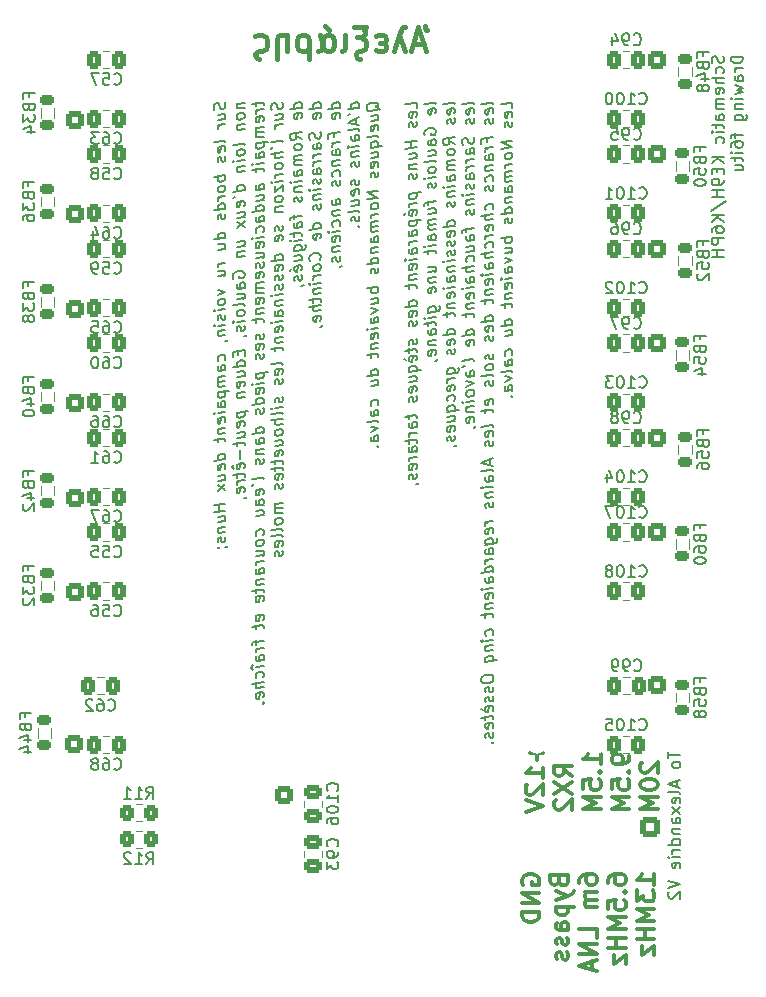
<source format=gbo>
G04 #@! TF.GenerationSoftware,KiCad,Pcbnew,7.0.1*
G04 #@! TF.CreationDate,2023-05-03T08:49:02+02:00*
G04 #@! TF.ProjectId,Dual_BPF,4475616c-5f42-4504-962e-6b696361645f,rev?*
G04 #@! TF.SameCoordinates,Original*
G04 #@! TF.FileFunction,Legend,Bot*
G04 #@! TF.FilePolarity,Positive*
%FSLAX46Y46*%
G04 Gerber Fmt 4.6, Leading zero omitted, Abs format (unit mm)*
G04 Created by KiCad (PCBNEW 7.0.1) date 2023-05-03 08:49:02*
%MOMM*%
%LPD*%
G01*
G04 APERTURE LIST*
G04 Aperture macros list*
%AMRoundRect*
0 Rectangle with rounded corners*
0 $1 Rounding radius*
0 $2 $3 $4 $5 $6 $7 $8 $9 X,Y pos of 4 corners*
0 Add a 4 corners polygon primitive as box body*
4,1,4,$2,$3,$4,$5,$6,$7,$8,$9,$2,$3,0*
0 Add four circle primitives for the rounded corners*
1,1,$1+$1,$2,$3*
1,1,$1+$1,$4,$5*
1,1,$1+$1,$6,$7*
1,1,$1+$1,$8,$9*
0 Add four rect primitives between the rounded corners*
20,1,$1+$1,$2,$3,$4,$5,0*
20,1,$1+$1,$4,$5,$6,$7,0*
20,1,$1+$1,$6,$7,$8,$9,0*
20,1,$1+$1,$8,$9,$2,$3,0*%
G04 Aperture macros list end*
%ADD10C,0.150000*%
%ADD11C,0.300000*%
%ADD12C,0.400000*%
%ADD13C,0.120000*%
%ADD14RoundRect,0.250500X-0.499500X0.499500X-0.499500X-0.499500X0.499500X-0.499500X0.499500X0.499500X0*%
%ADD15C,1.500000*%
%ADD16C,1.998980*%
%ADD17C,2.499360*%
%ADD18RoundRect,0.250500X0.499500X-0.499500X0.499500X0.499500X-0.499500X0.499500X-0.499500X-0.499500X0*%
%ADD19C,5.500000*%
%ADD20RoundRect,0.250000X-0.600000X0.600000X-0.600000X-0.600000X0.600000X-0.600000X0.600000X0.600000X0*%
%ADD21C,1.700000*%
%ADD22RoundRect,0.250000X-0.337500X-0.475000X0.337500X-0.475000X0.337500X0.475000X-0.337500X0.475000X0*%
%ADD23RoundRect,0.250000X0.337500X0.475000X-0.337500X0.475000X-0.337500X-0.475000X0.337500X-0.475000X0*%
%ADD24RoundRect,0.218750X0.381250X-0.218750X0.381250X0.218750X-0.381250X0.218750X-0.381250X-0.218750X0*%
%ADD25RoundRect,0.218750X-0.381250X0.218750X-0.381250X-0.218750X0.381250X-0.218750X0.381250X0.218750X0*%
%ADD26RoundRect,0.250000X0.475000X-0.337500X0.475000X0.337500X-0.475000X0.337500X-0.475000X-0.337500X0*%
%ADD27RoundRect,0.250000X-0.350000X-0.450000X0.350000X-0.450000X0.350000X0.450000X-0.350000X0.450000X0*%
%ADD28RoundRect,0.250000X0.350000X0.450000X-0.350000X0.450000X-0.350000X-0.450000X0.350000X-0.450000X0*%
G04 APERTURE END LIST*
D10*
X101210000Y-37690476D02*
X101257619Y-37833333D01*
X101257619Y-37833333D02*
X101257619Y-38071428D01*
X101257619Y-38071428D02*
X101210000Y-38166666D01*
X101210000Y-38166666D02*
X101162380Y-38214285D01*
X101162380Y-38214285D02*
X101067142Y-38261904D01*
X101067142Y-38261904D02*
X100971904Y-38261904D01*
X100971904Y-38261904D02*
X100876666Y-38214285D01*
X100876666Y-38214285D02*
X100829047Y-38166666D01*
X100829047Y-38166666D02*
X100781428Y-38071428D01*
X100781428Y-38071428D02*
X100733809Y-37880952D01*
X100733809Y-37880952D02*
X100686190Y-37785714D01*
X100686190Y-37785714D02*
X100638571Y-37738095D01*
X100638571Y-37738095D02*
X100543333Y-37690476D01*
X100543333Y-37690476D02*
X100448095Y-37690476D01*
X100448095Y-37690476D02*
X100352857Y-37738095D01*
X100352857Y-37738095D02*
X100305238Y-37785714D01*
X100305238Y-37785714D02*
X100257619Y-37880952D01*
X100257619Y-37880952D02*
X100257619Y-38119047D01*
X100257619Y-38119047D02*
X100305238Y-38261904D01*
X101210000Y-39119047D02*
X101257619Y-39023809D01*
X101257619Y-39023809D02*
X101257619Y-38833333D01*
X101257619Y-38833333D02*
X101210000Y-38738095D01*
X101210000Y-38738095D02*
X101162380Y-38690476D01*
X101162380Y-38690476D02*
X101067142Y-38642857D01*
X101067142Y-38642857D02*
X100781428Y-38642857D01*
X100781428Y-38642857D02*
X100686190Y-38690476D01*
X100686190Y-38690476D02*
X100638571Y-38738095D01*
X100638571Y-38738095D02*
X100590952Y-38833333D01*
X100590952Y-38833333D02*
X100590952Y-39023809D01*
X100590952Y-39023809D02*
X100638571Y-39119047D01*
X101257619Y-39547619D02*
X100257619Y-39547619D01*
X101257619Y-39976190D02*
X100733809Y-39976190D01*
X100733809Y-39976190D02*
X100638571Y-39928571D01*
X100638571Y-39928571D02*
X100590952Y-39833333D01*
X100590952Y-39833333D02*
X100590952Y-39690476D01*
X100590952Y-39690476D02*
X100638571Y-39595238D01*
X100638571Y-39595238D02*
X100686190Y-39547619D01*
X101210000Y-40833333D02*
X101257619Y-40738095D01*
X101257619Y-40738095D02*
X101257619Y-40547619D01*
X101257619Y-40547619D02*
X101210000Y-40452381D01*
X101210000Y-40452381D02*
X101114761Y-40404762D01*
X101114761Y-40404762D02*
X100733809Y-40404762D01*
X100733809Y-40404762D02*
X100638571Y-40452381D01*
X100638571Y-40452381D02*
X100590952Y-40547619D01*
X100590952Y-40547619D02*
X100590952Y-40738095D01*
X100590952Y-40738095D02*
X100638571Y-40833333D01*
X100638571Y-40833333D02*
X100733809Y-40880952D01*
X100733809Y-40880952D02*
X100829047Y-40880952D01*
X100829047Y-40880952D02*
X100924285Y-40404762D01*
X101257619Y-41309524D02*
X100590952Y-41309524D01*
X100686190Y-41309524D02*
X100638571Y-41357143D01*
X100638571Y-41357143D02*
X100590952Y-41452381D01*
X100590952Y-41452381D02*
X100590952Y-41595238D01*
X100590952Y-41595238D02*
X100638571Y-41690476D01*
X100638571Y-41690476D02*
X100733809Y-41738095D01*
X100733809Y-41738095D02*
X101257619Y-41738095D01*
X100733809Y-41738095D02*
X100638571Y-41785714D01*
X100638571Y-41785714D02*
X100590952Y-41880952D01*
X100590952Y-41880952D02*
X100590952Y-42023809D01*
X100590952Y-42023809D02*
X100638571Y-42119048D01*
X100638571Y-42119048D02*
X100733809Y-42166667D01*
X100733809Y-42166667D02*
X101257619Y-42166667D01*
X101257619Y-43071428D02*
X100733809Y-43071428D01*
X100733809Y-43071428D02*
X100638571Y-43023809D01*
X100638571Y-43023809D02*
X100590952Y-42928571D01*
X100590952Y-42928571D02*
X100590952Y-42738095D01*
X100590952Y-42738095D02*
X100638571Y-42642857D01*
X101210000Y-43071428D02*
X101257619Y-42976190D01*
X101257619Y-42976190D02*
X101257619Y-42738095D01*
X101257619Y-42738095D02*
X101210000Y-42642857D01*
X101210000Y-42642857D02*
X101114761Y-42595238D01*
X101114761Y-42595238D02*
X101019523Y-42595238D01*
X101019523Y-42595238D02*
X100924285Y-42642857D01*
X100924285Y-42642857D02*
X100876666Y-42738095D01*
X100876666Y-42738095D02*
X100876666Y-42976190D01*
X100876666Y-42976190D02*
X100829047Y-43071428D01*
X100590952Y-43404762D02*
X100590952Y-43785714D01*
X100257619Y-43547619D02*
X101114761Y-43547619D01*
X101114761Y-43547619D02*
X101210000Y-43595238D01*
X101210000Y-43595238D02*
X101257619Y-43690476D01*
X101257619Y-43690476D02*
X101257619Y-43785714D01*
X101257619Y-44119048D02*
X100590952Y-44119048D01*
X100257619Y-44119048D02*
X100305238Y-44071429D01*
X100305238Y-44071429D02*
X100352857Y-44119048D01*
X100352857Y-44119048D02*
X100305238Y-44166667D01*
X100305238Y-44166667D02*
X100257619Y-44119048D01*
X100257619Y-44119048D02*
X100352857Y-44119048D01*
X101210000Y-45023809D02*
X101257619Y-44928571D01*
X101257619Y-44928571D02*
X101257619Y-44738095D01*
X101257619Y-44738095D02*
X101210000Y-44642857D01*
X101210000Y-44642857D02*
X101162380Y-44595238D01*
X101162380Y-44595238D02*
X101067142Y-44547619D01*
X101067142Y-44547619D02*
X100781428Y-44547619D01*
X100781428Y-44547619D02*
X100686190Y-44595238D01*
X100686190Y-44595238D02*
X100638571Y-44642857D01*
X100638571Y-44642857D02*
X100590952Y-44738095D01*
X100590952Y-44738095D02*
X100590952Y-44928571D01*
X100590952Y-44928571D02*
X100638571Y-45023809D01*
X101257619Y-46214286D02*
X100257619Y-46214286D01*
X101257619Y-46785714D02*
X100686190Y-46357143D01*
X100257619Y-46785714D02*
X100829047Y-46214286D01*
X100733809Y-47214286D02*
X100733809Y-47547619D01*
X101257619Y-47690476D02*
X101257619Y-47214286D01*
X101257619Y-47214286D02*
X100257619Y-47214286D01*
X100257619Y-47214286D02*
X100257619Y-47690476D01*
X101257619Y-48166667D02*
X101257619Y-48357143D01*
X101257619Y-48357143D02*
X101210000Y-48452381D01*
X101210000Y-48452381D02*
X101162380Y-48500000D01*
X101162380Y-48500000D02*
X101019523Y-48595238D01*
X101019523Y-48595238D02*
X100829047Y-48642857D01*
X100829047Y-48642857D02*
X100448095Y-48642857D01*
X100448095Y-48642857D02*
X100352857Y-48595238D01*
X100352857Y-48595238D02*
X100305238Y-48547619D01*
X100305238Y-48547619D02*
X100257619Y-48452381D01*
X100257619Y-48452381D02*
X100257619Y-48261905D01*
X100257619Y-48261905D02*
X100305238Y-48166667D01*
X100305238Y-48166667D02*
X100352857Y-48119048D01*
X100352857Y-48119048D02*
X100448095Y-48071429D01*
X100448095Y-48071429D02*
X100686190Y-48071429D01*
X100686190Y-48071429D02*
X100781428Y-48119048D01*
X100781428Y-48119048D02*
X100829047Y-48166667D01*
X100829047Y-48166667D02*
X100876666Y-48261905D01*
X100876666Y-48261905D02*
X100876666Y-48452381D01*
X100876666Y-48452381D02*
X100829047Y-48547619D01*
X100829047Y-48547619D02*
X100781428Y-48595238D01*
X100781428Y-48595238D02*
X100686190Y-48642857D01*
X101257619Y-49071429D02*
X100257619Y-49071429D01*
X100733809Y-49071429D02*
X100733809Y-49642857D01*
X101257619Y-49642857D02*
X100257619Y-49642857D01*
X100210000Y-50833333D02*
X101495714Y-49976191D01*
X101257619Y-51166667D02*
X100257619Y-51166667D01*
X101257619Y-51738095D02*
X100686190Y-51309524D01*
X100257619Y-51738095D02*
X100829047Y-51166667D01*
X100257619Y-52595238D02*
X100257619Y-52404762D01*
X100257619Y-52404762D02*
X100305238Y-52309524D01*
X100305238Y-52309524D02*
X100352857Y-52261905D01*
X100352857Y-52261905D02*
X100495714Y-52166667D01*
X100495714Y-52166667D02*
X100686190Y-52119048D01*
X100686190Y-52119048D02*
X101067142Y-52119048D01*
X101067142Y-52119048D02*
X101162380Y-52166667D01*
X101162380Y-52166667D02*
X101210000Y-52214286D01*
X101210000Y-52214286D02*
X101257619Y-52309524D01*
X101257619Y-52309524D02*
X101257619Y-52500000D01*
X101257619Y-52500000D02*
X101210000Y-52595238D01*
X101210000Y-52595238D02*
X101162380Y-52642857D01*
X101162380Y-52642857D02*
X101067142Y-52690476D01*
X101067142Y-52690476D02*
X100829047Y-52690476D01*
X100829047Y-52690476D02*
X100733809Y-52642857D01*
X100733809Y-52642857D02*
X100686190Y-52595238D01*
X100686190Y-52595238D02*
X100638571Y-52500000D01*
X100638571Y-52500000D02*
X100638571Y-52309524D01*
X100638571Y-52309524D02*
X100686190Y-52214286D01*
X100686190Y-52214286D02*
X100733809Y-52166667D01*
X100733809Y-52166667D02*
X100829047Y-52119048D01*
X101257619Y-53119048D02*
X100257619Y-53119048D01*
X100257619Y-53119048D02*
X100257619Y-53500000D01*
X100257619Y-53500000D02*
X100305238Y-53595238D01*
X100305238Y-53595238D02*
X100352857Y-53642857D01*
X100352857Y-53642857D02*
X100448095Y-53690476D01*
X100448095Y-53690476D02*
X100590952Y-53690476D01*
X100590952Y-53690476D02*
X100686190Y-53642857D01*
X100686190Y-53642857D02*
X100733809Y-53595238D01*
X100733809Y-53595238D02*
X100781428Y-53500000D01*
X100781428Y-53500000D02*
X100781428Y-53119048D01*
X101257619Y-54119048D02*
X100257619Y-54119048D01*
X100733809Y-54119048D02*
X100733809Y-54690476D01*
X101257619Y-54690476D02*
X100257619Y-54690476D01*
X102877619Y-37738095D02*
X101877619Y-37738095D01*
X101877619Y-37738095D02*
X101877619Y-37976190D01*
X101877619Y-37976190D02*
X101925238Y-38119047D01*
X101925238Y-38119047D02*
X102020476Y-38214285D01*
X102020476Y-38214285D02*
X102115714Y-38261904D01*
X102115714Y-38261904D02*
X102306190Y-38309523D01*
X102306190Y-38309523D02*
X102449047Y-38309523D01*
X102449047Y-38309523D02*
X102639523Y-38261904D01*
X102639523Y-38261904D02*
X102734761Y-38214285D01*
X102734761Y-38214285D02*
X102830000Y-38119047D01*
X102830000Y-38119047D02*
X102877619Y-37976190D01*
X102877619Y-37976190D02*
X102877619Y-37738095D01*
X102877619Y-38738095D02*
X102210952Y-38738095D01*
X102401428Y-38738095D02*
X102306190Y-38785714D01*
X102306190Y-38785714D02*
X102258571Y-38833333D01*
X102258571Y-38833333D02*
X102210952Y-38928571D01*
X102210952Y-38928571D02*
X102210952Y-39023809D01*
X102877619Y-39785714D02*
X102353809Y-39785714D01*
X102353809Y-39785714D02*
X102258571Y-39738095D01*
X102258571Y-39738095D02*
X102210952Y-39642857D01*
X102210952Y-39642857D02*
X102210952Y-39452381D01*
X102210952Y-39452381D02*
X102258571Y-39357143D01*
X102830000Y-39785714D02*
X102877619Y-39690476D01*
X102877619Y-39690476D02*
X102877619Y-39452381D01*
X102877619Y-39452381D02*
X102830000Y-39357143D01*
X102830000Y-39357143D02*
X102734761Y-39309524D01*
X102734761Y-39309524D02*
X102639523Y-39309524D01*
X102639523Y-39309524D02*
X102544285Y-39357143D01*
X102544285Y-39357143D02*
X102496666Y-39452381D01*
X102496666Y-39452381D02*
X102496666Y-39690476D01*
X102496666Y-39690476D02*
X102449047Y-39785714D01*
X102210952Y-40166667D02*
X102877619Y-40357143D01*
X102877619Y-40357143D02*
X102401428Y-40547619D01*
X102401428Y-40547619D02*
X102877619Y-40738095D01*
X102877619Y-40738095D02*
X102210952Y-40928571D01*
X102877619Y-41309524D02*
X102210952Y-41309524D01*
X101877619Y-41309524D02*
X101925238Y-41261905D01*
X101925238Y-41261905D02*
X101972857Y-41309524D01*
X101972857Y-41309524D02*
X101925238Y-41357143D01*
X101925238Y-41357143D02*
X101877619Y-41309524D01*
X101877619Y-41309524D02*
X101972857Y-41309524D01*
X102210952Y-41785714D02*
X102877619Y-41785714D01*
X102306190Y-41785714D02*
X102258571Y-41833333D01*
X102258571Y-41833333D02*
X102210952Y-41928571D01*
X102210952Y-41928571D02*
X102210952Y-42071428D01*
X102210952Y-42071428D02*
X102258571Y-42166666D01*
X102258571Y-42166666D02*
X102353809Y-42214285D01*
X102353809Y-42214285D02*
X102877619Y-42214285D01*
X102210952Y-43119047D02*
X103020476Y-43119047D01*
X103020476Y-43119047D02*
X103115714Y-43071428D01*
X103115714Y-43071428D02*
X103163333Y-43023809D01*
X103163333Y-43023809D02*
X103210952Y-42928571D01*
X103210952Y-42928571D02*
X103210952Y-42785714D01*
X103210952Y-42785714D02*
X103163333Y-42690476D01*
X102830000Y-43119047D02*
X102877619Y-43023809D01*
X102877619Y-43023809D02*
X102877619Y-42833333D01*
X102877619Y-42833333D02*
X102830000Y-42738095D01*
X102830000Y-42738095D02*
X102782380Y-42690476D01*
X102782380Y-42690476D02*
X102687142Y-42642857D01*
X102687142Y-42642857D02*
X102401428Y-42642857D01*
X102401428Y-42642857D02*
X102306190Y-42690476D01*
X102306190Y-42690476D02*
X102258571Y-42738095D01*
X102258571Y-42738095D02*
X102210952Y-42833333D01*
X102210952Y-42833333D02*
X102210952Y-43023809D01*
X102210952Y-43023809D02*
X102258571Y-43119047D01*
X102210952Y-44214286D02*
X102210952Y-44595238D01*
X102877619Y-44357143D02*
X102020476Y-44357143D01*
X102020476Y-44357143D02*
X101925238Y-44404762D01*
X101925238Y-44404762D02*
X101877619Y-44500000D01*
X101877619Y-44500000D02*
X101877619Y-44595238D01*
X101877619Y-45357143D02*
X101877619Y-45166667D01*
X101877619Y-45166667D02*
X101925238Y-45071429D01*
X101925238Y-45071429D02*
X101972857Y-45023810D01*
X101972857Y-45023810D02*
X102115714Y-44928572D01*
X102115714Y-44928572D02*
X102306190Y-44880953D01*
X102306190Y-44880953D02*
X102687142Y-44880953D01*
X102687142Y-44880953D02*
X102782380Y-44928572D01*
X102782380Y-44928572D02*
X102830000Y-44976191D01*
X102830000Y-44976191D02*
X102877619Y-45071429D01*
X102877619Y-45071429D02*
X102877619Y-45261905D01*
X102877619Y-45261905D02*
X102830000Y-45357143D01*
X102830000Y-45357143D02*
X102782380Y-45404762D01*
X102782380Y-45404762D02*
X102687142Y-45452381D01*
X102687142Y-45452381D02*
X102449047Y-45452381D01*
X102449047Y-45452381D02*
X102353809Y-45404762D01*
X102353809Y-45404762D02*
X102306190Y-45357143D01*
X102306190Y-45357143D02*
X102258571Y-45261905D01*
X102258571Y-45261905D02*
X102258571Y-45071429D01*
X102258571Y-45071429D02*
X102306190Y-44976191D01*
X102306190Y-44976191D02*
X102353809Y-44928572D01*
X102353809Y-44928572D02*
X102449047Y-44880953D01*
X102877619Y-45880953D02*
X102210952Y-45880953D01*
X101877619Y-45880953D02*
X101925238Y-45833334D01*
X101925238Y-45833334D02*
X101972857Y-45880953D01*
X101972857Y-45880953D02*
X101925238Y-45928572D01*
X101925238Y-45928572D02*
X101877619Y-45880953D01*
X101877619Y-45880953D02*
X101972857Y-45880953D01*
X102210952Y-46214286D02*
X102210952Y-46595238D01*
X101877619Y-46357143D02*
X102734761Y-46357143D01*
X102734761Y-46357143D02*
X102830000Y-46404762D01*
X102830000Y-46404762D02*
X102877619Y-46500000D01*
X102877619Y-46500000D02*
X102877619Y-46595238D01*
X102210952Y-47357143D02*
X102877619Y-47357143D01*
X102210952Y-46928572D02*
X102734761Y-46928572D01*
X102734761Y-46928572D02*
X102830000Y-46976191D01*
X102830000Y-46976191D02*
X102877619Y-47071429D01*
X102877619Y-47071429D02*
X102877619Y-47214286D01*
X102877619Y-47214286D02*
X102830000Y-47309524D01*
X102830000Y-47309524D02*
X102782380Y-47357143D01*
D11*
X85425000Y-96157143D02*
X85425000Y-97300001D01*
X85996428Y-96728572D02*
X84853571Y-96728572D01*
X85996428Y-98800001D02*
X85996428Y-97942858D01*
X85996428Y-98371429D02*
X84496428Y-98371429D01*
X84496428Y-98371429D02*
X84710714Y-98228572D01*
X84710714Y-98228572D02*
X84853571Y-98085715D01*
X84853571Y-98085715D02*
X84925000Y-97942858D01*
X84639285Y-99371429D02*
X84567857Y-99442857D01*
X84567857Y-99442857D02*
X84496428Y-99585715D01*
X84496428Y-99585715D02*
X84496428Y-99942857D01*
X84496428Y-99942857D02*
X84567857Y-100085715D01*
X84567857Y-100085715D02*
X84639285Y-100157143D01*
X84639285Y-100157143D02*
X84782142Y-100228572D01*
X84782142Y-100228572D02*
X84925000Y-100228572D01*
X84925000Y-100228572D02*
X85139285Y-100157143D01*
X85139285Y-100157143D02*
X85996428Y-99300000D01*
X85996428Y-99300000D02*
X85996428Y-100228572D01*
X84496428Y-100657143D02*
X85996428Y-101157143D01*
X85996428Y-101157143D02*
X84496428Y-101657143D01*
X88426428Y-98657143D02*
X87712142Y-98157143D01*
X88426428Y-97800000D02*
X86926428Y-97800000D01*
X86926428Y-97800000D02*
X86926428Y-98371429D01*
X86926428Y-98371429D02*
X86997857Y-98514286D01*
X86997857Y-98514286D02*
X87069285Y-98585715D01*
X87069285Y-98585715D02*
X87212142Y-98657143D01*
X87212142Y-98657143D02*
X87426428Y-98657143D01*
X87426428Y-98657143D02*
X87569285Y-98585715D01*
X87569285Y-98585715D02*
X87640714Y-98514286D01*
X87640714Y-98514286D02*
X87712142Y-98371429D01*
X87712142Y-98371429D02*
X87712142Y-97800000D01*
X86926428Y-99157143D02*
X88426428Y-100157143D01*
X86926428Y-100157143D02*
X88426428Y-99157143D01*
X87069285Y-100657143D02*
X86997857Y-100728571D01*
X86997857Y-100728571D02*
X86926428Y-100871429D01*
X86926428Y-100871429D02*
X86926428Y-101228571D01*
X86926428Y-101228571D02*
X86997857Y-101371429D01*
X86997857Y-101371429D02*
X87069285Y-101442857D01*
X87069285Y-101442857D02*
X87212142Y-101514286D01*
X87212142Y-101514286D02*
X87355000Y-101514286D01*
X87355000Y-101514286D02*
X87569285Y-101442857D01*
X87569285Y-101442857D02*
X88426428Y-100585714D01*
X88426428Y-100585714D02*
X88426428Y-101514286D01*
X90856428Y-97657143D02*
X90856428Y-96800000D01*
X90856428Y-97228571D02*
X89356428Y-97228571D01*
X89356428Y-97228571D02*
X89570714Y-97085714D01*
X89570714Y-97085714D02*
X89713571Y-96942857D01*
X89713571Y-96942857D02*
X89785000Y-96800000D01*
X90713571Y-98299999D02*
X90785000Y-98371428D01*
X90785000Y-98371428D02*
X90856428Y-98299999D01*
X90856428Y-98299999D02*
X90785000Y-98228571D01*
X90785000Y-98228571D02*
X90713571Y-98299999D01*
X90713571Y-98299999D02*
X90856428Y-98299999D01*
X89356428Y-99728571D02*
X89356428Y-99014285D01*
X89356428Y-99014285D02*
X90070714Y-98942857D01*
X90070714Y-98942857D02*
X89999285Y-99014285D01*
X89999285Y-99014285D02*
X89927857Y-99157143D01*
X89927857Y-99157143D02*
X89927857Y-99514285D01*
X89927857Y-99514285D02*
X89999285Y-99657143D01*
X89999285Y-99657143D02*
X90070714Y-99728571D01*
X90070714Y-99728571D02*
X90213571Y-99800000D01*
X90213571Y-99800000D02*
X90570714Y-99800000D01*
X90570714Y-99800000D02*
X90713571Y-99728571D01*
X90713571Y-99728571D02*
X90785000Y-99657143D01*
X90785000Y-99657143D02*
X90856428Y-99514285D01*
X90856428Y-99514285D02*
X90856428Y-99157143D01*
X90856428Y-99157143D02*
X90785000Y-99014285D01*
X90785000Y-99014285D02*
X90713571Y-98942857D01*
X90856428Y-100442856D02*
X89356428Y-100442856D01*
X89356428Y-100442856D02*
X90427857Y-100942856D01*
X90427857Y-100942856D02*
X89356428Y-101442856D01*
X89356428Y-101442856D02*
X90856428Y-101442856D01*
X93286428Y-96942857D02*
X93286428Y-97228571D01*
X93286428Y-97228571D02*
X93215000Y-97371428D01*
X93215000Y-97371428D02*
X93143571Y-97442857D01*
X93143571Y-97442857D02*
X92929285Y-97585714D01*
X92929285Y-97585714D02*
X92643571Y-97657143D01*
X92643571Y-97657143D02*
X92072142Y-97657143D01*
X92072142Y-97657143D02*
X91929285Y-97585714D01*
X91929285Y-97585714D02*
X91857857Y-97514286D01*
X91857857Y-97514286D02*
X91786428Y-97371428D01*
X91786428Y-97371428D02*
X91786428Y-97085714D01*
X91786428Y-97085714D02*
X91857857Y-96942857D01*
X91857857Y-96942857D02*
X91929285Y-96871428D01*
X91929285Y-96871428D02*
X92072142Y-96800000D01*
X92072142Y-96800000D02*
X92429285Y-96800000D01*
X92429285Y-96800000D02*
X92572142Y-96871428D01*
X92572142Y-96871428D02*
X92643571Y-96942857D01*
X92643571Y-96942857D02*
X92715000Y-97085714D01*
X92715000Y-97085714D02*
X92715000Y-97371428D01*
X92715000Y-97371428D02*
X92643571Y-97514286D01*
X92643571Y-97514286D02*
X92572142Y-97585714D01*
X92572142Y-97585714D02*
X92429285Y-97657143D01*
X93143571Y-98299999D02*
X93215000Y-98371428D01*
X93215000Y-98371428D02*
X93286428Y-98299999D01*
X93286428Y-98299999D02*
X93215000Y-98228571D01*
X93215000Y-98228571D02*
X93143571Y-98299999D01*
X93143571Y-98299999D02*
X93286428Y-98299999D01*
X91786428Y-99728571D02*
X91786428Y-99014285D01*
X91786428Y-99014285D02*
X92500714Y-98942857D01*
X92500714Y-98942857D02*
X92429285Y-99014285D01*
X92429285Y-99014285D02*
X92357857Y-99157143D01*
X92357857Y-99157143D02*
X92357857Y-99514285D01*
X92357857Y-99514285D02*
X92429285Y-99657143D01*
X92429285Y-99657143D02*
X92500714Y-99728571D01*
X92500714Y-99728571D02*
X92643571Y-99800000D01*
X92643571Y-99800000D02*
X93000714Y-99800000D01*
X93000714Y-99800000D02*
X93143571Y-99728571D01*
X93143571Y-99728571D02*
X93215000Y-99657143D01*
X93215000Y-99657143D02*
X93286428Y-99514285D01*
X93286428Y-99514285D02*
X93286428Y-99157143D01*
X93286428Y-99157143D02*
X93215000Y-99014285D01*
X93215000Y-99014285D02*
X93143571Y-98942857D01*
X93286428Y-100442856D02*
X91786428Y-100442856D01*
X91786428Y-100442856D02*
X92857857Y-100942856D01*
X92857857Y-100942856D02*
X91786428Y-101442856D01*
X91786428Y-101442856D02*
X93286428Y-101442856D01*
X94359285Y-97514286D02*
X94287857Y-97585714D01*
X94287857Y-97585714D02*
X94216428Y-97728572D01*
X94216428Y-97728572D02*
X94216428Y-98085714D01*
X94216428Y-98085714D02*
X94287857Y-98228572D01*
X94287857Y-98228572D02*
X94359285Y-98300000D01*
X94359285Y-98300000D02*
X94502142Y-98371429D01*
X94502142Y-98371429D02*
X94645000Y-98371429D01*
X94645000Y-98371429D02*
X94859285Y-98300000D01*
X94859285Y-98300000D02*
X95716428Y-97442857D01*
X95716428Y-97442857D02*
X95716428Y-98371429D01*
X94216428Y-99300000D02*
X94216428Y-99442857D01*
X94216428Y-99442857D02*
X94287857Y-99585714D01*
X94287857Y-99585714D02*
X94359285Y-99657143D01*
X94359285Y-99657143D02*
X94502142Y-99728571D01*
X94502142Y-99728571D02*
X94787857Y-99800000D01*
X94787857Y-99800000D02*
X95145000Y-99800000D01*
X95145000Y-99800000D02*
X95430714Y-99728571D01*
X95430714Y-99728571D02*
X95573571Y-99657143D01*
X95573571Y-99657143D02*
X95645000Y-99585714D01*
X95645000Y-99585714D02*
X95716428Y-99442857D01*
X95716428Y-99442857D02*
X95716428Y-99300000D01*
X95716428Y-99300000D02*
X95645000Y-99157143D01*
X95645000Y-99157143D02*
X95573571Y-99085714D01*
X95573571Y-99085714D02*
X95430714Y-99014285D01*
X95430714Y-99014285D02*
X95145000Y-98942857D01*
X95145000Y-98942857D02*
X94787857Y-98942857D01*
X94787857Y-98942857D02*
X94502142Y-99014285D01*
X94502142Y-99014285D02*
X94359285Y-99085714D01*
X94359285Y-99085714D02*
X94287857Y-99157143D01*
X94287857Y-99157143D02*
X94216428Y-99300000D01*
X95716428Y-100442856D02*
X94216428Y-100442856D01*
X94216428Y-100442856D02*
X95287857Y-100942856D01*
X95287857Y-100942856D02*
X94216428Y-101442856D01*
X94216428Y-101442856D02*
X95716428Y-101442856D01*
D12*
X75904761Y-36683809D02*
X74952380Y-36683809D01*
X76095237Y-37255238D02*
X75428570Y-35255238D01*
X75428570Y-35255238D02*
X74761904Y-37255238D01*
X76190475Y-35445714D02*
X76095237Y-35445714D01*
X76095237Y-35445714D02*
X75999999Y-35350476D01*
X75999999Y-35350476D02*
X75999999Y-35160000D01*
X73809523Y-35921904D02*
X74285713Y-37255238D01*
X74285713Y-35255238D02*
X74095237Y-35255238D01*
X74095237Y-35255238D02*
X73999999Y-35350476D01*
X73999999Y-35350476D02*
X73809523Y-35921904D01*
X73809523Y-35921904D02*
X73333332Y-37255238D01*
X72380951Y-36588571D02*
X72571427Y-36683809D01*
X72571427Y-36683809D02*
X72666665Y-36874285D01*
X72666665Y-36874285D02*
X72666665Y-36969523D01*
X72666665Y-36969523D02*
X72571427Y-37160000D01*
X72571427Y-37160000D02*
X72380951Y-37255238D01*
X72380951Y-37255238D02*
X71999998Y-37255238D01*
X71999998Y-37255238D02*
X71809522Y-37160000D01*
X72190475Y-36588571D02*
X72380951Y-36588571D01*
X72380951Y-36588571D02*
X72571427Y-36493333D01*
X72571427Y-36493333D02*
X72666665Y-36302857D01*
X72666665Y-36302857D02*
X72666665Y-36207619D01*
X72666665Y-36207619D02*
X72571427Y-36017142D01*
X72571427Y-36017142D02*
X72380951Y-35921904D01*
X72380951Y-35921904D02*
X71999998Y-35921904D01*
X71999998Y-35921904D02*
X71809522Y-36017142D01*
X70952379Y-35255238D02*
X69999998Y-35255238D01*
X70571427Y-35255238D02*
X70761903Y-35350476D01*
X70761903Y-35350476D02*
X70857141Y-35540952D01*
X70857141Y-35540952D02*
X70857141Y-35826666D01*
X70857141Y-35826666D02*
X70761903Y-36017142D01*
X70761903Y-36017142D02*
X70571427Y-36112380D01*
X70571427Y-36112380D02*
X70190474Y-36112380D01*
X70571427Y-36112380D02*
X70761903Y-36207619D01*
X70761903Y-36207619D02*
X70857141Y-36302857D01*
X70857141Y-36302857D02*
X70952379Y-36493333D01*
X70952379Y-36493333D02*
X70952379Y-36874285D01*
X70952379Y-36874285D02*
X70857141Y-37064761D01*
X70857141Y-37064761D02*
X70761903Y-37160000D01*
X70761903Y-37160000D02*
X70571427Y-37255238D01*
X70571427Y-37255238D02*
X70380950Y-37255238D01*
X70380950Y-37255238D02*
X70190474Y-37350476D01*
X70190474Y-37350476D02*
X70095236Y-37540952D01*
X70095236Y-37540952D02*
X70095236Y-37636190D01*
X70095236Y-37636190D02*
X70190474Y-37826666D01*
X70190474Y-37826666D02*
X70380950Y-37921904D01*
X70380950Y-37921904D02*
X70476189Y-37921904D01*
X69238093Y-35921904D02*
X69238093Y-36969523D01*
X69238093Y-36969523D02*
X69142855Y-37160000D01*
X69142855Y-37160000D02*
X68952379Y-37255238D01*
X67047617Y-35921904D02*
X67333331Y-36874285D01*
X67333331Y-36874285D02*
X67428569Y-37064761D01*
X67428569Y-37064761D02*
X67523807Y-37160000D01*
X67523807Y-37160000D02*
X67714284Y-37255238D01*
X67714284Y-37255238D02*
X67904760Y-37255238D01*
X67904760Y-37255238D02*
X68095236Y-37160000D01*
X68095236Y-37160000D02*
X68190474Y-37064761D01*
X68190474Y-37064761D02*
X68285712Y-36779047D01*
X68285712Y-36779047D02*
X68285712Y-36398095D01*
X68285712Y-36398095D02*
X68190474Y-36112380D01*
X68190474Y-36112380D02*
X68095236Y-36017142D01*
X68095236Y-36017142D02*
X67904760Y-35921904D01*
X67904760Y-35921904D02*
X67714284Y-35921904D01*
X67714284Y-35921904D02*
X67523807Y-36017142D01*
X67523807Y-36017142D02*
X67428569Y-36112380D01*
X67428569Y-36112380D02*
X67333331Y-36302857D01*
X67333331Y-36302857D02*
X67238093Y-36969523D01*
X67238093Y-36969523D02*
X67142855Y-37160000D01*
X67142855Y-37160000D02*
X66952379Y-37255238D01*
X67523807Y-35160000D02*
X67809522Y-35445714D01*
X66190474Y-37921904D02*
X66190474Y-36302857D01*
X66190474Y-36302857D02*
X66095236Y-36112380D01*
X66095236Y-36112380D02*
X65999998Y-36017142D01*
X65999998Y-36017142D02*
X65809522Y-35921904D01*
X65809522Y-35921904D02*
X65523807Y-35921904D01*
X65523807Y-35921904D02*
X65333331Y-36017142D01*
X65333331Y-36017142D02*
X65238093Y-36112380D01*
X65238093Y-36112380D02*
X65142855Y-36302857D01*
X65142855Y-36302857D02*
X65142855Y-36874285D01*
X65142855Y-36874285D02*
X65238093Y-37064761D01*
X65238093Y-37064761D02*
X65333331Y-37160000D01*
X65333331Y-37160000D02*
X65523807Y-37255238D01*
X65523807Y-37255238D02*
X65809522Y-37255238D01*
X65809522Y-37255238D02*
X65999998Y-37160000D01*
X65999998Y-37160000D02*
X66190474Y-36969523D01*
X64285712Y-35921904D02*
X64285712Y-37255238D01*
X64285712Y-36112380D02*
X64190474Y-36017142D01*
X64190474Y-36017142D02*
X63999998Y-35921904D01*
X63999998Y-35921904D02*
X63714283Y-35921904D01*
X63714283Y-35921904D02*
X63523807Y-36017142D01*
X63523807Y-36017142D02*
X63428569Y-36207619D01*
X63428569Y-36207619D02*
X63428569Y-37921904D01*
X61619045Y-36017142D02*
X61809521Y-35921904D01*
X61809521Y-35921904D02*
X62190474Y-35921904D01*
X62190474Y-35921904D02*
X62380950Y-36017142D01*
X62380950Y-36017142D02*
X62476188Y-36112380D01*
X62476188Y-36112380D02*
X62571426Y-36302857D01*
X62571426Y-36302857D02*
X62571426Y-36874285D01*
X62571426Y-36874285D02*
X62476188Y-37064761D01*
X62476188Y-37064761D02*
X62380950Y-37160000D01*
X62380950Y-37160000D02*
X62190474Y-37255238D01*
X62190474Y-37255238D02*
X61904759Y-37255238D01*
X61904759Y-37255238D02*
X61714283Y-37350476D01*
X61714283Y-37350476D02*
X61619045Y-37540952D01*
X61619045Y-37540952D02*
X61619045Y-37636190D01*
X61619045Y-37636190D02*
X61714283Y-37826666D01*
X61714283Y-37826666D02*
X61904759Y-37921904D01*
D10*
X96577619Y-96595238D02*
X96577619Y-97166666D01*
X97577619Y-96880952D02*
X96577619Y-96880952D01*
X97577619Y-97642857D02*
X97530000Y-97547619D01*
X97530000Y-97547619D02*
X97482380Y-97500000D01*
X97482380Y-97500000D02*
X97387142Y-97452381D01*
X97387142Y-97452381D02*
X97101428Y-97452381D01*
X97101428Y-97452381D02*
X97006190Y-97500000D01*
X97006190Y-97500000D02*
X96958571Y-97547619D01*
X96958571Y-97547619D02*
X96910952Y-97642857D01*
X96910952Y-97642857D02*
X96910952Y-97785714D01*
X96910952Y-97785714D02*
X96958571Y-97880952D01*
X96958571Y-97880952D02*
X97006190Y-97928571D01*
X97006190Y-97928571D02*
X97101428Y-97976190D01*
X97101428Y-97976190D02*
X97387142Y-97976190D01*
X97387142Y-97976190D02*
X97482380Y-97928571D01*
X97482380Y-97928571D02*
X97530000Y-97880952D01*
X97530000Y-97880952D02*
X97577619Y-97785714D01*
X97577619Y-97785714D02*
X97577619Y-97642857D01*
X97291904Y-99119048D02*
X97291904Y-99595238D01*
X97577619Y-99023810D02*
X96577619Y-99357143D01*
X96577619Y-99357143D02*
X97577619Y-99690476D01*
X97577619Y-100166667D02*
X97530000Y-100071429D01*
X97530000Y-100071429D02*
X97434761Y-100023810D01*
X97434761Y-100023810D02*
X96577619Y-100023810D01*
X97530000Y-100928572D02*
X97577619Y-100833334D01*
X97577619Y-100833334D02*
X97577619Y-100642858D01*
X97577619Y-100642858D02*
X97530000Y-100547620D01*
X97530000Y-100547620D02*
X97434761Y-100500001D01*
X97434761Y-100500001D02*
X97053809Y-100500001D01*
X97053809Y-100500001D02*
X96958571Y-100547620D01*
X96958571Y-100547620D02*
X96910952Y-100642858D01*
X96910952Y-100642858D02*
X96910952Y-100833334D01*
X96910952Y-100833334D02*
X96958571Y-100928572D01*
X96958571Y-100928572D02*
X97053809Y-100976191D01*
X97053809Y-100976191D02*
X97149047Y-100976191D01*
X97149047Y-100976191D02*
X97244285Y-100500001D01*
X97577619Y-101309525D02*
X96910952Y-101833334D01*
X96910952Y-101309525D02*
X97577619Y-101833334D01*
X97577619Y-102642858D02*
X97053809Y-102642858D01*
X97053809Y-102642858D02*
X96958571Y-102595239D01*
X96958571Y-102595239D02*
X96910952Y-102500001D01*
X96910952Y-102500001D02*
X96910952Y-102309525D01*
X96910952Y-102309525D02*
X96958571Y-102214287D01*
X97530000Y-102642858D02*
X97577619Y-102547620D01*
X97577619Y-102547620D02*
X97577619Y-102309525D01*
X97577619Y-102309525D02*
X97530000Y-102214287D01*
X97530000Y-102214287D02*
X97434761Y-102166668D01*
X97434761Y-102166668D02*
X97339523Y-102166668D01*
X97339523Y-102166668D02*
X97244285Y-102214287D01*
X97244285Y-102214287D02*
X97196666Y-102309525D01*
X97196666Y-102309525D02*
X97196666Y-102547620D01*
X97196666Y-102547620D02*
X97149047Y-102642858D01*
X96910952Y-103119049D02*
X97577619Y-103119049D01*
X97006190Y-103119049D02*
X96958571Y-103166668D01*
X96958571Y-103166668D02*
X96910952Y-103261906D01*
X96910952Y-103261906D02*
X96910952Y-103404763D01*
X96910952Y-103404763D02*
X96958571Y-103500001D01*
X96958571Y-103500001D02*
X97053809Y-103547620D01*
X97053809Y-103547620D02*
X97577619Y-103547620D01*
X97577619Y-104452382D02*
X96577619Y-104452382D01*
X97530000Y-104452382D02*
X97577619Y-104357144D01*
X97577619Y-104357144D02*
X97577619Y-104166668D01*
X97577619Y-104166668D02*
X97530000Y-104071430D01*
X97530000Y-104071430D02*
X97482380Y-104023811D01*
X97482380Y-104023811D02*
X97387142Y-103976192D01*
X97387142Y-103976192D02*
X97101428Y-103976192D01*
X97101428Y-103976192D02*
X97006190Y-104023811D01*
X97006190Y-104023811D02*
X96958571Y-104071430D01*
X96958571Y-104071430D02*
X96910952Y-104166668D01*
X96910952Y-104166668D02*
X96910952Y-104357144D01*
X96910952Y-104357144D02*
X96958571Y-104452382D01*
X97577619Y-104928573D02*
X96910952Y-104928573D01*
X97101428Y-104928573D02*
X97006190Y-104976192D01*
X97006190Y-104976192D02*
X96958571Y-105023811D01*
X96958571Y-105023811D02*
X96910952Y-105119049D01*
X96910952Y-105119049D02*
X96910952Y-105214287D01*
X97577619Y-105547621D02*
X96910952Y-105547621D01*
X96577619Y-105547621D02*
X96625238Y-105500002D01*
X96625238Y-105500002D02*
X96672857Y-105547621D01*
X96672857Y-105547621D02*
X96625238Y-105595240D01*
X96625238Y-105595240D02*
X96577619Y-105547621D01*
X96577619Y-105547621D02*
X96672857Y-105547621D01*
X97530000Y-106404763D02*
X97577619Y-106309525D01*
X97577619Y-106309525D02*
X97577619Y-106119049D01*
X97577619Y-106119049D02*
X97530000Y-106023811D01*
X97530000Y-106023811D02*
X97434761Y-105976192D01*
X97434761Y-105976192D02*
X97053809Y-105976192D01*
X97053809Y-105976192D02*
X96958571Y-106023811D01*
X96958571Y-106023811D02*
X96910952Y-106119049D01*
X96910952Y-106119049D02*
X96910952Y-106309525D01*
X96910952Y-106309525D02*
X96958571Y-106404763D01*
X96958571Y-106404763D02*
X97053809Y-106452382D01*
X97053809Y-106452382D02*
X97149047Y-106452382D01*
X97149047Y-106452382D02*
X97244285Y-105976192D01*
X96577619Y-107500002D02*
X97577619Y-107833335D01*
X97577619Y-107833335D02*
X96577619Y-108166668D01*
X96672857Y-108452383D02*
X96625238Y-108500002D01*
X96625238Y-108500002D02*
X96577619Y-108595240D01*
X96577619Y-108595240D02*
X96577619Y-108833335D01*
X96577619Y-108833335D02*
X96625238Y-108928573D01*
X96625238Y-108928573D02*
X96672857Y-108976192D01*
X96672857Y-108976192D02*
X96768095Y-109023811D01*
X96768095Y-109023811D02*
X96863333Y-109023811D01*
X96863333Y-109023811D02*
X97006190Y-108976192D01*
X97006190Y-108976192D02*
X97577619Y-108404764D01*
X97577619Y-108404764D02*
X97577619Y-109023811D01*
X59030000Y-41590476D02*
X59077619Y-41727380D01*
X59077619Y-41727380D02*
X59077619Y-41965476D01*
X59077619Y-41965476D02*
X59030000Y-42066666D01*
X59030000Y-42066666D02*
X58982380Y-42120238D01*
X58982380Y-42120238D02*
X58887142Y-42179761D01*
X58887142Y-42179761D02*
X58791904Y-42191666D01*
X58791904Y-42191666D02*
X58696666Y-42155952D01*
X58696666Y-42155952D02*
X58649047Y-42114285D01*
X58649047Y-42114285D02*
X58601428Y-42025000D01*
X58601428Y-42025000D02*
X58553809Y-41840476D01*
X58553809Y-41840476D02*
X58506190Y-41751190D01*
X58506190Y-41751190D02*
X58458571Y-41709523D01*
X58458571Y-41709523D02*
X58363333Y-41673809D01*
X58363333Y-41673809D02*
X58268095Y-41685714D01*
X58268095Y-41685714D02*
X58172857Y-41745238D01*
X58172857Y-41745238D02*
X58125238Y-41798809D01*
X58125238Y-41798809D02*
X58077619Y-41900000D01*
X58077619Y-41900000D02*
X58077619Y-42138095D01*
X58077619Y-42138095D02*
X58125238Y-42275000D01*
X58410952Y-43090476D02*
X59077619Y-43007143D01*
X58410952Y-42661905D02*
X58934761Y-42596429D01*
X58934761Y-42596429D02*
X59030000Y-42632143D01*
X59030000Y-42632143D02*
X59077619Y-42721429D01*
X59077619Y-42721429D02*
X59077619Y-42864286D01*
X59077619Y-42864286D02*
X59030000Y-42965476D01*
X59030000Y-42965476D02*
X58982380Y-43019048D01*
X59077619Y-43477381D02*
X58410952Y-43560715D01*
X58601428Y-43536905D02*
X58506190Y-43596429D01*
X58506190Y-43596429D02*
X58458571Y-43650000D01*
X58458571Y-43650000D02*
X58410952Y-43751191D01*
X58410952Y-43751191D02*
X58410952Y-43846429D01*
X59077619Y-44995239D02*
X59030000Y-44905953D01*
X59030000Y-44905953D02*
X58934761Y-44870239D01*
X58934761Y-44870239D02*
X58077619Y-44977381D01*
X59030000Y-45757143D02*
X59077619Y-45655953D01*
X59077619Y-45655953D02*
X59077619Y-45465476D01*
X59077619Y-45465476D02*
X59030000Y-45376191D01*
X59030000Y-45376191D02*
X58934761Y-45340476D01*
X58934761Y-45340476D02*
X58553809Y-45388096D01*
X58553809Y-45388096D02*
X58458571Y-45447619D01*
X58458571Y-45447619D02*
X58410952Y-45548810D01*
X58410952Y-45548810D02*
X58410952Y-45739286D01*
X58410952Y-45739286D02*
X58458571Y-45828572D01*
X58458571Y-45828572D02*
X58553809Y-45864286D01*
X58553809Y-45864286D02*
X58649047Y-45852381D01*
X58649047Y-45852381D02*
X58744285Y-45364286D01*
X59030000Y-46179762D02*
X59077619Y-46269047D01*
X59077619Y-46269047D02*
X59077619Y-46459524D01*
X59077619Y-46459524D02*
X59030000Y-46560714D01*
X59030000Y-46560714D02*
X58934761Y-46620238D01*
X58934761Y-46620238D02*
X58887142Y-46626190D01*
X58887142Y-46626190D02*
X58791904Y-46590476D01*
X58791904Y-46590476D02*
X58744285Y-46501190D01*
X58744285Y-46501190D02*
X58744285Y-46358333D01*
X58744285Y-46358333D02*
X58696666Y-46269047D01*
X58696666Y-46269047D02*
X58601428Y-46233333D01*
X58601428Y-46233333D02*
X58553809Y-46239286D01*
X58553809Y-46239286D02*
X58458571Y-46298809D01*
X58458571Y-46298809D02*
X58410952Y-46400000D01*
X58410952Y-46400000D02*
X58410952Y-46542857D01*
X58410952Y-46542857D02*
X58458571Y-46632143D01*
X59077619Y-47786904D02*
X58077619Y-47911904D01*
X58458571Y-47864285D02*
X58410952Y-47965476D01*
X58410952Y-47965476D02*
X58410952Y-48155952D01*
X58410952Y-48155952D02*
X58458571Y-48245238D01*
X58458571Y-48245238D02*
X58506190Y-48286904D01*
X58506190Y-48286904D02*
X58601428Y-48322619D01*
X58601428Y-48322619D02*
X58887142Y-48286904D01*
X58887142Y-48286904D02*
X58982380Y-48227381D01*
X58982380Y-48227381D02*
X59030000Y-48173809D01*
X59030000Y-48173809D02*
X59077619Y-48072619D01*
X59077619Y-48072619D02*
X59077619Y-47882142D01*
X59077619Y-47882142D02*
X59030000Y-47792857D01*
X59077619Y-48828572D02*
X59030000Y-48739286D01*
X59030000Y-48739286D02*
X58982380Y-48697619D01*
X58982380Y-48697619D02*
X58887142Y-48661905D01*
X58887142Y-48661905D02*
X58601428Y-48697619D01*
X58601428Y-48697619D02*
X58506190Y-48757143D01*
X58506190Y-48757143D02*
X58458571Y-48810714D01*
X58458571Y-48810714D02*
X58410952Y-48911905D01*
X58410952Y-48911905D02*
X58410952Y-49054762D01*
X58410952Y-49054762D02*
X58458571Y-49144048D01*
X58458571Y-49144048D02*
X58506190Y-49185714D01*
X58506190Y-49185714D02*
X58601428Y-49221429D01*
X58601428Y-49221429D02*
X58887142Y-49185714D01*
X58887142Y-49185714D02*
X58982380Y-49126191D01*
X58982380Y-49126191D02*
X59030000Y-49072619D01*
X59030000Y-49072619D02*
X59077619Y-48971429D01*
X59077619Y-48971429D02*
X59077619Y-48828572D01*
X59077619Y-49584524D02*
X58410952Y-49667858D01*
X58601428Y-49644048D02*
X58506190Y-49703572D01*
X58506190Y-49703572D02*
X58458571Y-49757143D01*
X58458571Y-49757143D02*
X58410952Y-49858334D01*
X58410952Y-49858334D02*
X58410952Y-49953572D01*
X59077619Y-50626191D02*
X58077619Y-50751191D01*
X59030000Y-50632143D02*
X59077619Y-50530953D01*
X59077619Y-50530953D02*
X59077619Y-50340477D01*
X59077619Y-50340477D02*
X59030000Y-50251191D01*
X59030000Y-50251191D02*
X58982380Y-50209524D01*
X58982380Y-50209524D02*
X58887142Y-50173810D01*
X58887142Y-50173810D02*
X58601428Y-50209524D01*
X58601428Y-50209524D02*
X58506190Y-50269048D01*
X58506190Y-50269048D02*
X58458571Y-50322619D01*
X58458571Y-50322619D02*
X58410952Y-50423810D01*
X58410952Y-50423810D02*
X58410952Y-50614286D01*
X58410952Y-50614286D02*
X58458571Y-50703572D01*
X59030000Y-51054763D02*
X59077619Y-51144048D01*
X59077619Y-51144048D02*
X59077619Y-51334525D01*
X59077619Y-51334525D02*
X59030000Y-51435715D01*
X59030000Y-51435715D02*
X58934761Y-51495239D01*
X58934761Y-51495239D02*
X58887142Y-51501191D01*
X58887142Y-51501191D02*
X58791904Y-51465477D01*
X58791904Y-51465477D02*
X58744285Y-51376191D01*
X58744285Y-51376191D02*
X58744285Y-51233334D01*
X58744285Y-51233334D02*
X58696666Y-51144048D01*
X58696666Y-51144048D02*
X58601428Y-51108334D01*
X58601428Y-51108334D02*
X58553809Y-51114287D01*
X58553809Y-51114287D02*
X58458571Y-51173810D01*
X58458571Y-51173810D02*
X58410952Y-51275001D01*
X58410952Y-51275001D02*
X58410952Y-51417858D01*
X58410952Y-51417858D02*
X58458571Y-51507144D01*
X59077619Y-53090477D02*
X58077619Y-53215477D01*
X59030000Y-53096429D02*
X59077619Y-52995239D01*
X59077619Y-52995239D02*
X59077619Y-52804763D01*
X59077619Y-52804763D02*
X59030000Y-52715477D01*
X59030000Y-52715477D02*
X58982380Y-52673810D01*
X58982380Y-52673810D02*
X58887142Y-52638096D01*
X58887142Y-52638096D02*
X58601428Y-52673810D01*
X58601428Y-52673810D02*
X58506190Y-52733334D01*
X58506190Y-52733334D02*
X58458571Y-52786905D01*
X58458571Y-52786905D02*
X58410952Y-52888096D01*
X58410952Y-52888096D02*
X58410952Y-53078572D01*
X58410952Y-53078572D02*
X58458571Y-53167858D01*
X58410952Y-54072620D02*
X59077619Y-53989287D01*
X58410952Y-53644049D02*
X58934761Y-53578573D01*
X58934761Y-53578573D02*
X59030000Y-53614287D01*
X59030000Y-53614287D02*
X59077619Y-53703573D01*
X59077619Y-53703573D02*
X59077619Y-53846430D01*
X59077619Y-53846430D02*
X59030000Y-53947620D01*
X59030000Y-53947620D02*
X58982380Y-54001192D01*
X59077619Y-55221430D02*
X58410952Y-55304764D01*
X58601428Y-55280954D02*
X58506190Y-55340478D01*
X58506190Y-55340478D02*
X58458571Y-55394049D01*
X58458571Y-55394049D02*
X58410952Y-55495240D01*
X58410952Y-55495240D02*
X58410952Y-55590478D01*
X58410952Y-56346430D02*
X59077619Y-56263097D01*
X58410952Y-55917859D02*
X58934761Y-55852383D01*
X58934761Y-55852383D02*
X59030000Y-55888097D01*
X59030000Y-55888097D02*
X59077619Y-55977383D01*
X59077619Y-55977383D02*
X59077619Y-56120240D01*
X59077619Y-56120240D02*
X59030000Y-56221430D01*
X59030000Y-56221430D02*
X58982380Y-56275002D01*
X58410952Y-57483336D02*
X59077619Y-57638098D01*
X59077619Y-57638098D02*
X58410952Y-57959526D01*
X59077619Y-58394050D02*
X59030000Y-58304764D01*
X59030000Y-58304764D02*
X58982380Y-58263097D01*
X58982380Y-58263097D02*
X58887142Y-58227383D01*
X58887142Y-58227383D02*
X58601428Y-58263097D01*
X58601428Y-58263097D02*
X58506190Y-58322621D01*
X58506190Y-58322621D02*
X58458571Y-58376192D01*
X58458571Y-58376192D02*
X58410952Y-58477383D01*
X58410952Y-58477383D02*
X58410952Y-58620240D01*
X58410952Y-58620240D02*
X58458571Y-58709526D01*
X58458571Y-58709526D02*
X58506190Y-58751192D01*
X58506190Y-58751192D02*
X58601428Y-58786907D01*
X58601428Y-58786907D02*
X58887142Y-58751192D01*
X58887142Y-58751192D02*
X58982380Y-58691669D01*
X58982380Y-58691669D02*
X59030000Y-58638097D01*
X59030000Y-58638097D02*
X59077619Y-58536907D01*
X59077619Y-58536907D02*
X59077619Y-58394050D01*
X59077619Y-59150002D02*
X58410952Y-59233336D01*
X58077619Y-59275002D02*
X58125238Y-59221431D01*
X58125238Y-59221431D02*
X58172857Y-59263098D01*
X58172857Y-59263098D02*
X58125238Y-59316669D01*
X58125238Y-59316669D02*
X58077619Y-59275002D01*
X58077619Y-59275002D02*
X58172857Y-59263098D01*
X59030000Y-59578574D02*
X59077619Y-59667859D01*
X59077619Y-59667859D02*
X59077619Y-59858336D01*
X59077619Y-59858336D02*
X59030000Y-59959526D01*
X59030000Y-59959526D02*
X58934761Y-60019050D01*
X58934761Y-60019050D02*
X58887142Y-60025002D01*
X58887142Y-60025002D02*
X58791904Y-59989288D01*
X58791904Y-59989288D02*
X58744285Y-59900002D01*
X58744285Y-59900002D02*
X58744285Y-59757145D01*
X58744285Y-59757145D02*
X58696666Y-59667859D01*
X58696666Y-59667859D02*
X58601428Y-59632145D01*
X58601428Y-59632145D02*
X58553809Y-59638098D01*
X58553809Y-59638098D02*
X58458571Y-59697621D01*
X58458571Y-59697621D02*
X58410952Y-59798812D01*
X58410952Y-59798812D02*
X58410952Y-59941669D01*
X58410952Y-59941669D02*
X58458571Y-60030955D01*
X59077619Y-60423811D02*
X58410952Y-60507145D01*
X58077619Y-60548811D02*
X58125238Y-60495240D01*
X58125238Y-60495240D02*
X58172857Y-60536907D01*
X58172857Y-60536907D02*
X58125238Y-60590478D01*
X58125238Y-60590478D02*
X58077619Y-60548811D01*
X58077619Y-60548811D02*
X58172857Y-60536907D01*
X58410952Y-60977383D02*
X59077619Y-60894049D01*
X58506190Y-60965478D02*
X58458571Y-61019049D01*
X58458571Y-61019049D02*
X58410952Y-61120240D01*
X58410952Y-61120240D02*
X58410952Y-61263097D01*
X58410952Y-61263097D02*
X58458571Y-61352383D01*
X58458571Y-61352383D02*
X58553809Y-61388097D01*
X58553809Y-61388097D02*
X59077619Y-61322621D01*
X59030000Y-61846431D02*
X59077619Y-61840478D01*
X59077619Y-61840478D02*
X59172857Y-61780955D01*
X59172857Y-61780955D02*
X59220476Y-61727383D01*
X59030000Y-63441669D02*
X59077619Y-63340479D01*
X59077619Y-63340479D02*
X59077619Y-63150003D01*
X59077619Y-63150003D02*
X59030000Y-63060717D01*
X59030000Y-63060717D02*
X58982380Y-63019050D01*
X58982380Y-63019050D02*
X58887142Y-62983336D01*
X58887142Y-62983336D02*
X58601428Y-63019050D01*
X58601428Y-63019050D02*
X58506190Y-63078574D01*
X58506190Y-63078574D02*
X58458571Y-63132145D01*
X58458571Y-63132145D02*
X58410952Y-63233336D01*
X58410952Y-63233336D02*
X58410952Y-63423812D01*
X58410952Y-63423812D02*
X58458571Y-63513098D01*
X59077619Y-64286907D02*
X58553809Y-64352383D01*
X58553809Y-64352383D02*
X58458571Y-64316669D01*
X58458571Y-64316669D02*
X58410952Y-64227383D01*
X58410952Y-64227383D02*
X58410952Y-64036907D01*
X58410952Y-64036907D02*
X58458571Y-63935716D01*
X59030000Y-64292859D02*
X59077619Y-64191669D01*
X59077619Y-64191669D02*
X59077619Y-63953573D01*
X59077619Y-63953573D02*
X59030000Y-63864288D01*
X59030000Y-63864288D02*
X58934761Y-63828573D01*
X58934761Y-63828573D02*
X58839523Y-63840478D01*
X58839523Y-63840478D02*
X58744285Y-63900002D01*
X58744285Y-63900002D02*
X58696666Y-64001193D01*
X58696666Y-64001193D02*
X58696666Y-64239288D01*
X58696666Y-64239288D02*
X58649047Y-64340478D01*
X59077619Y-64757145D02*
X58410952Y-64840479D01*
X58506190Y-64828574D02*
X58458571Y-64882145D01*
X58458571Y-64882145D02*
X58410952Y-64983336D01*
X58410952Y-64983336D02*
X58410952Y-65126193D01*
X58410952Y-65126193D02*
X58458571Y-65215479D01*
X58458571Y-65215479D02*
X58553809Y-65251193D01*
X58553809Y-65251193D02*
X59077619Y-65185717D01*
X58553809Y-65251193D02*
X58458571Y-65310717D01*
X58458571Y-65310717D02*
X58410952Y-65411907D01*
X58410952Y-65411907D02*
X58410952Y-65554764D01*
X58410952Y-65554764D02*
X58458571Y-65644050D01*
X58458571Y-65644050D02*
X58553809Y-65679764D01*
X58553809Y-65679764D02*
X59077619Y-65614288D01*
X58410952Y-66167860D02*
X59410952Y-66042860D01*
X58458571Y-66161907D02*
X58410952Y-66263098D01*
X58410952Y-66263098D02*
X58410952Y-66453574D01*
X58410952Y-66453574D02*
X58458571Y-66542860D01*
X58458571Y-66542860D02*
X58506190Y-66584526D01*
X58506190Y-66584526D02*
X58601428Y-66620241D01*
X58601428Y-66620241D02*
X58887142Y-66584526D01*
X58887142Y-66584526D02*
X58982380Y-66525003D01*
X58982380Y-66525003D02*
X59030000Y-66471431D01*
X59030000Y-66471431D02*
X59077619Y-66370241D01*
X59077619Y-66370241D02*
X59077619Y-66179764D01*
X59077619Y-66179764D02*
X59030000Y-66090479D01*
X59077619Y-67370241D02*
X58553809Y-67435717D01*
X58553809Y-67435717D02*
X58458571Y-67400003D01*
X58458571Y-67400003D02*
X58410952Y-67310717D01*
X58410952Y-67310717D02*
X58410952Y-67120241D01*
X58410952Y-67120241D02*
X58458571Y-67019050D01*
X59030000Y-67376193D02*
X59077619Y-67275003D01*
X59077619Y-67275003D02*
X59077619Y-67036907D01*
X59077619Y-67036907D02*
X59030000Y-66947622D01*
X59030000Y-66947622D02*
X58934761Y-66911907D01*
X58934761Y-66911907D02*
X58839523Y-66923812D01*
X58839523Y-66923812D02*
X58744285Y-66983336D01*
X58744285Y-66983336D02*
X58696666Y-67084527D01*
X58696666Y-67084527D02*
X58696666Y-67322622D01*
X58696666Y-67322622D02*
X58649047Y-67423812D01*
X59077619Y-67840479D02*
X58410952Y-67923813D01*
X58077619Y-67965479D02*
X58125238Y-67911908D01*
X58125238Y-67911908D02*
X58172857Y-67953575D01*
X58172857Y-67953575D02*
X58125238Y-68007146D01*
X58125238Y-68007146D02*
X58077619Y-67965479D01*
X58077619Y-67965479D02*
X58172857Y-67953575D01*
X59030000Y-68697622D02*
X59077619Y-68596432D01*
X59077619Y-68596432D02*
X59077619Y-68405955D01*
X59077619Y-68405955D02*
X59030000Y-68316670D01*
X59030000Y-68316670D02*
X58934761Y-68280955D01*
X58934761Y-68280955D02*
X58553809Y-68328575D01*
X58553809Y-68328575D02*
X58458571Y-68388098D01*
X58458571Y-68388098D02*
X58410952Y-68489289D01*
X58410952Y-68489289D02*
X58410952Y-68679765D01*
X58410952Y-68679765D02*
X58458571Y-68769051D01*
X58458571Y-68769051D02*
X58553809Y-68804765D01*
X58553809Y-68804765D02*
X58649047Y-68792860D01*
X58649047Y-68792860D02*
X58744285Y-68304765D01*
X58410952Y-69245241D02*
X59077619Y-69161907D01*
X58506190Y-69233336D02*
X58458571Y-69286907D01*
X58458571Y-69286907D02*
X58410952Y-69388098D01*
X58410952Y-69388098D02*
X58410952Y-69530955D01*
X58410952Y-69530955D02*
X58458571Y-69620241D01*
X58458571Y-69620241D02*
X58553809Y-69655955D01*
X58553809Y-69655955D02*
X59077619Y-69590479D01*
X58410952Y-70001194D02*
X58410952Y-70382146D01*
X58077619Y-70185717D02*
X58934761Y-70078575D01*
X58934761Y-70078575D02*
X59030000Y-70114289D01*
X59030000Y-70114289D02*
X59077619Y-70203575D01*
X59077619Y-70203575D02*
X59077619Y-70298813D01*
X59077619Y-71816670D02*
X58077619Y-71941670D01*
X59030000Y-71822622D02*
X59077619Y-71721432D01*
X59077619Y-71721432D02*
X59077619Y-71530956D01*
X59077619Y-71530956D02*
X59030000Y-71441670D01*
X59030000Y-71441670D02*
X58982380Y-71400003D01*
X58982380Y-71400003D02*
X58887142Y-71364289D01*
X58887142Y-71364289D02*
X58601428Y-71400003D01*
X58601428Y-71400003D02*
X58506190Y-71459527D01*
X58506190Y-71459527D02*
X58458571Y-71513098D01*
X58458571Y-71513098D02*
X58410952Y-71614289D01*
X58410952Y-71614289D02*
X58410952Y-71804765D01*
X58410952Y-71804765D02*
X58458571Y-71894051D01*
X59030000Y-72673813D02*
X59077619Y-72572623D01*
X59077619Y-72572623D02*
X59077619Y-72382146D01*
X59077619Y-72382146D02*
X59030000Y-72292861D01*
X59030000Y-72292861D02*
X58934761Y-72257146D01*
X58934761Y-72257146D02*
X58553809Y-72304766D01*
X58553809Y-72304766D02*
X58458571Y-72364289D01*
X58458571Y-72364289D02*
X58410952Y-72465480D01*
X58410952Y-72465480D02*
X58410952Y-72655956D01*
X58410952Y-72655956D02*
X58458571Y-72745242D01*
X58458571Y-72745242D02*
X58553809Y-72780956D01*
X58553809Y-72780956D02*
X58649047Y-72769051D01*
X58649047Y-72769051D02*
X58744285Y-72280956D01*
X58410952Y-73650003D02*
X59077619Y-73566670D01*
X58410952Y-73221432D02*
X58934761Y-73155956D01*
X58934761Y-73155956D02*
X59030000Y-73191670D01*
X59030000Y-73191670D02*
X59077619Y-73280956D01*
X59077619Y-73280956D02*
X59077619Y-73423813D01*
X59077619Y-73423813D02*
X59030000Y-73525003D01*
X59030000Y-73525003D02*
X58982380Y-73578575D01*
X59077619Y-73941670D02*
X58410952Y-74548813D01*
X58410952Y-74025004D02*
X59077619Y-74465480D01*
X59077619Y-75602384D02*
X58077619Y-75727384D01*
X58553809Y-75667861D02*
X58553809Y-76239289D01*
X59077619Y-76173813D02*
X58077619Y-76298813D01*
X58410952Y-77155956D02*
X59077619Y-77072623D01*
X58410952Y-76727385D02*
X58934761Y-76661909D01*
X58934761Y-76661909D02*
X59030000Y-76697623D01*
X59030000Y-76697623D02*
X59077619Y-76786909D01*
X59077619Y-76786909D02*
X59077619Y-76929766D01*
X59077619Y-76929766D02*
X59030000Y-77030956D01*
X59030000Y-77030956D02*
X58982380Y-77084528D01*
X58410952Y-77626195D02*
X59077619Y-77542861D01*
X58506190Y-77614290D02*
X58458571Y-77667861D01*
X58458571Y-77667861D02*
X58410952Y-77769052D01*
X58410952Y-77769052D02*
X58410952Y-77911909D01*
X58410952Y-77911909D02*
X58458571Y-78001195D01*
X58458571Y-78001195D02*
X58553809Y-78036909D01*
X58553809Y-78036909D02*
X59077619Y-77971433D01*
X59030000Y-78400005D02*
X59077619Y-78489290D01*
X59077619Y-78489290D02*
X59077619Y-78679767D01*
X59077619Y-78679767D02*
X59030000Y-78780957D01*
X59030000Y-78780957D02*
X58934761Y-78840481D01*
X58934761Y-78840481D02*
X58887142Y-78846433D01*
X58887142Y-78846433D02*
X58791904Y-78810719D01*
X58791904Y-78810719D02*
X58744285Y-78721433D01*
X58744285Y-78721433D02*
X58744285Y-78578576D01*
X58744285Y-78578576D02*
X58696666Y-78489290D01*
X58696666Y-78489290D02*
X58601428Y-78453576D01*
X58601428Y-78453576D02*
X58553809Y-78459529D01*
X58553809Y-78459529D02*
X58458571Y-78519052D01*
X58458571Y-78519052D02*
X58410952Y-78620243D01*
X58410952Y-78620243D02*
X58410952Y-78763100D01*
X58410952Y-78763100D02*
X58458571Y-78852386D01*
X59030000Y-79298814D02*
X59077619Y-79292861D01*
X59077619Y-79292861D02*
X59172857Y-79233338D01*
X59172857Y-79233338D02*
X59220476Y-79179766D01*
X58458571Y-79322623D02*
X58506190Y-79364290D01*
X58506190Y-79364290D02*
X58553809Y-79310719D01*
X58553809Y-79310719D02*
X58506190Y-79269052D01*
X58506190Y-79269052D02*
X58458571Y-79322623D01*
X58458571Y-79322623D02*
X58553809Y-79310719D01*
X60030952Y-41715476D02*
X60697619Y-41632142D01*
X60126190Y-41703571D02*
X60078571Y-41757142D01*
X60078571Y-41757142D02*
X60030952Y-41858333D01*
X60030952Y-41858333D02*
X60030952Y-42001190D01*
X60030952Y-42001190D02*
X60078571Y-42090476D01*
X60078571Y-42090476D02*
X60173809Y-42126190D01*
X60173809Y-42126190D02*
X60697619Y-42060714D01*
X60697619Y-42673810D02*
X60650000Y-42584524D01*
X60650000Y-42584524D02*
X60602380Y-42542857D01*
X60602380Y-42542857D02*
X60507142Y-42507143D01*
X60507142Y-42507143D02*
X60221428Y-42542857D01*
X60221428Y-42542857D02*
X60126190Y-42602381D01*
X60126190Y-42602381D02*
X60078571Y-42655952D01*
X60078571Y-42655952D02*
X60030952Y-42757143D01*
X60030952Y-42757143D02*
X60030952Y-42900000D01*
X60030952Y-42900000D02*
X60078571Y-42989286D01*
X60078571Y-42989286D02*
X60126190Y-43030952D01*
X60126190Y-43030952D02*
X60221428Y-43066667D01*
X60221428Y-43066667D02*
X60507142Y-43030952D01*
X60507142Y-43030952D02*
X60602380Y-42971429D01*
X60602380Y-42971429D02*
X60650000Y-42917857D01*
X60650000Y-42917857D02*
X60697619Y-42816667D01*
X60697619Y-42816667D02*
X60697619Y-42673810D01*
X60030952Y-43513096D02*
X60697619Y-43429762D01*
X60126190Y-43501191D02*
X60078571Y-43554762D01*
X60078571Y-43554762D02*
X60030952Y-43655953D01*
X60030952Y-43655953D02*
X60030952Y-43798810D01*
X60030952Y-43798810D02*
X60078571Y-43888096D01*
X60078571Y-43888096D02*
X60173809Y-43923810D01*
X60173809Y-43923810D02*
X60697619Y-43858334D01*
X60697619Y-45233335D02*
X60650000Y-45144049D01*
X60650000Y-45144049D02*
X60554761Y-45108335D01*
X60554761Y-45108335D02*
X59697619Y-45215477D01*
X60697619Y-45751192D02*
X60650000Y-45661906D01*
X60650000Y-45661906D02*
X60602380Y-45620239D01*
X60602380Y-45620239D02*
X60507142Y-45584525D01*
X60507142Y-45584525D02*
X60221428Y-45620239D01*
X60221428Y-45620239D02*
X60126190Y-45679763D01*
X60126190Y-45679763D02*
X60078571Y-45733334D01*
X60078571Y-45733334D02*
X60030952Y-45834525D01*
X60030952Y-45834525D02*
X60030952Y-45977382D01*
X60030952Y-45977382D02*
X60078571Y-46066668D01*
X60078571Y-46066668D02*
X60126190Y-46108334D01*
X60126190Y-46108334D02*
X60221428Y-46144049D01*
X60221428Y-46144049D02*
X60507142Y-46108334D01*
X60507142Y-46108334D02*
X60602380Y-46048811D01*
X60602380Y-46048811D02*
X60650000Y-45995239D01*
X60650000Y-45995239D02*
X60697619Y-45894049D01*
X60697619Y-45894049D02*
X60697619Y-45751192D01*
X60697619Y-46507144D02*
X60030952Y-46590478D01*
X59697619Y-46632144D02*
X59745238Y-46578573D01*
X59745238Y-46578573D02*
X59792857Y-46620240D01*
X59792857Y-46620240D02*
X59745238Y-46673811D01*
X59745238Y-46673811D02*
X59697619Y-46632144D01*
X59697619Y-46632144D02*
X59792857Y-46620240D01*
X60030952Y-47060716D02*
X60697619Y-46977382D01*
X60126190Y-47048811D02*
X60078571Y-47102382D01*
X60078571Y-47102382D02*
X60030952Y-47203573D01*
X60030952Y-47203573D02*
X60030952Y-47346430D01*
X60030952Y-47346430D02*
X60078571Y-47435716D01*
X60078571Y-47435716D02*
X60173809Y-47471430D01*
X60173809Y-47471430D02*
X60697619Y-47405954D01*
X60697619Y-49066669D02*
X59697619Y-49191669D01*
X60650000Y-49072621D02*
X60697619Y-48971431D01*
X60697619Y-48971431D02*
X60697619Y-48780955D01*
X60697619Y-48780955D02*
X60650000Y-48691669D01*
X60650000Y-48691669D02*
X60602380Y-48650002D01*
X60602380Y-48650002D02*
X60507142Y-48614288D01*
X60507142Y-48614288D02*
X60221428Y-48650002D01*
X60221428Y-48650002D02*
X60126190Y-48709526D01*
X60126190Y-48709526D02*
X60078571Y-48763097D01*
X60078571Y-48763097D02*
X60030952Y-48864288D01*
X60030952Y-48864288D02*
X60030952Y-49054764D01*
X60030952Y-49054764D02*
X60078571Y-49144050D01*
X59697619Y-49709526D02*
X59888095Y-49590479D01*
X60650000Y-50400002D02*
X60697619Y-50298812D01*
X60697619Y-50298812D02*
X60697619Y-50108335D01*
X60697619Y-50108335D02*
X60650000Y-50019050D01*
X60650000Y-50019050D02*
X60554761Y-49983335D01*
X60554761Y-49983335D02*
X60173809Y-50030955D01*
X60173809Y-50030955D02*
X60078571Y-50090478D01*
X60078571Y-50090478D02*
X60030952Y-50191669D01*
X60030952Y-50191669D02*
X60030952Y-50382145D01*
X60030952Y-50382145D02*
X60078571Y-50471431D01*
X60078571Y-50471431D02*
X60173809Y-50507145D01*
X60173809Y-50507145D02*
X60269047Y-50495240D01*
X60269047Y-50495240D02*
X60364285Y-50007145D01*
X60030952Y-51376192D02*
X60697619Y-51292859D01*
X60030952Y-50947621D02*
X60554761Y-50882145D01*
X60554761Y-50882145D02*
X60650000Y-50917859D01*
X60650000Y-50917859D02*
X60697619Y-51007145D01*
X60697619Y-51007145D02*
X60697619Y-51150002D01*
X60697619Y-51150002D02*
X60650000Y-51251192D01*
X60650000Y-51251192D02*
X60602380Y-51304764D01*
X60697619Y-51667859D02*
X60030952Y-52275002D01*
X60030952Y-51751193D02*
X60697619Y-52191669D01*
X60030952Y-53840478D02*
X60697619Y-53757145D01*
X60030952Y-53411907D02*
X60554761Y-53346431D01*
X60554761Y-53346431D02*
X60650000Y-53382145D01*
X60650000Y-53382145D02*
X60697619Y-53471431D01*
X60697619Y-53471431D02*
X60697619Y-53614288D01*
X60697619Y-53614288D02*
X60650000Y-53715478D01*
X60650000Y-53715478D02*
X60602380Y-53769050D01*
X60030952Y-54310717D02*
X60697619Y-54227383D01*
X60126190Y-54298812D02*
X60078571Y-54352383D01*
X60078571Y-54352383D02*
X60030952Y-54453574D01*
X60030952Y-54453574D02*
X60030952Y-54596431D01*
X60030952Y-54596431D02*
X60078571Y-54685717D01*
X60078571Y-54685717D02*
X60173809Y-54721431D01*
X60173809Y-54721431D02*
X60697619Y-54655955D01*
X59745238Y-56530956D02*
X59697619Y-56441670D01*
X59697619Y-56441670D02*
X59697619Y-56298813D01*
X59697619Y-56298813D02*
X59745238Y-56150003D01*
X59745238Y-56150003D02*
X59840476Y-56042860D01*
X59840476Y-56042860D02*
X59935714Y-55983336D01*
X59935714Y-55983336D02*
X60126190Y-55911908D01*
X60126190Y-55911908D02*
X60269047Y-55894051D01*
X60269047Y-55894051D02*
X60459523Y-55917860D01*
X60459523Y-55917860D02*
X60554761Y-55953575D01*
X60554761Y-55953575D02*
X60650000Y-56036908D01*
X60650000Y-56036908D02*
X60697619Y-56173813D01*
X60697619Y-56173813D02*
X60697619Y-56269051D01*
X60697619Y-56269051D02*
X60650000Y-56417860D01*
X60650000Y-56417860D02*
X60602380Y-56471432D01*
X60602380Y-56471432D02*
X60269047Y-56513098D01*
X60269047Y-56513098D02*
X60269047Y-56322622D01*
X60697619Y-57310718D02*
X60173809Y-57376194D01*
X60173809Y-57376194D02*
X60078571Y-57340480D01*
X60078571Y-57340480D02*
X60030952Y-57251194D01*
X60030952Y-57251194D02*
X60030952Y-57060718D01*
X60030952Y-57060718D02*
X60078571Y-56959527D01*
X60650000Y-57316670D02*
X60697619Y-57215480D01*
X60697619Y-57215480D02*
X60697619Y-56977384D01*
X60697619Y-56977384D02*
X60650000Y-56888099D01*
X60650000Y-56888099D02*
X60554761Y-56852384D01*
X60554761Y-56852384D02*
X60459523Y-56864289D01*
X60459523Y-56864289D02*
X60364285Y-56923813D01*
X60364285Y-56923813D02*
X60316666Y-57025004D01*
X60316666Y-57025004D02*
X60316666Y-57263099D01*
X60316666Y-57263099D02*
X60269047Y-57364289D01*
X60030952Y-58292861D02*
X60697619Y-58209528D01*
X60030952Y-57864290D02*
X60554761Y-57798814D01*
X60554761Y-57798814D02*
X60650000Y-57834528D01*
X60650000Y-57834528D02*
X60697619Y-57923814D01*
X60697619Y-57923814D02*
X60697619Y-58066671D01*
X60697619Y-58066671D02*
X60650000Y-58167861D01*
X60650000Y-58167861D02*
X60602380Y-58221433D01*
X60697619Y-58822624D02*
X60650000Y-58733338D01*
X60650000Y-58733338D02*
X60554761Y-58697624D01*
X60554761Y-58697624D02*
X59697619Y-58804766D01*
X60697619Y-59340481D02*
X60650000Y-59251195D01*
X60650000Y-59251195D02*
X60602380Y-59209528D01*
X60602380Y-59209528D02*
X60507142Y-59173814D01*
X60507142Y-59173814D02*
X60221428Y-59209528D01*
X60221428Y-59209528D02*
X60126190Y-59269052D01*
X60126190Y-59269052D02*
X60078571Y-59322623D01*
X60078571Y-59322623D02*
X60030952Y-59423814D01*
X60030952Y-59423814D02*
X60030952Y-59566671D01*
X60030952Y-59566671D02*
X60078571Y-59655957D01*
X60078571Y-59655957D02*
X60126190Y-59697623D01*
X60126190Y-59697623D02*
X60221428Y-59733338D01*
X60221428Y-59733338D02*
X60507142Y-59697623D01*
X60507142Y-59697623D02*
X60602380Y-59638100D01*
X60602380Y-59638100D02*
X60650000Y-59584528D01*
X60650000Y-59584528D02*
X60697619Y-59483338D01*
X60697619Y-59483338D02*
X60697619Y-59340481D01*
X60697619Y-60096433D02*
X60030952Y-60179767D01*
X59697619Y-60221433D02*
X59745238Y-60167862D01*
X59745238Y-60167862D02*
X59792857Y-60209529D01*
X59792857Y-60209529D02*
X59745238Y-60263100D01*
X59745238Y-60263100D02*
X59697619Y-60221433D01*
X59697619Y-60221433D02*
X59792857Y-60209529D01*
X60650000Y-60525005D02*
X60697619Y-60614290D01*
X60697619Y-60614290D02*
X60697619Y-60804767D01*
X60697619Y-60804767D02*
X60650000Y-60905957D01*
X60650000Y-60905957D02*
X60554761Y-60965481D01*
X60554761Y-60965481D02*
X60507142Y-60971433D01*
X60507142Y-60971433D02*
X60411904Y-60935719D01*
X60411904Y-60935719D02*
X60364285Y-60846433D01*
X60364285Y-60846433D02*
X60364285Y-60703576D01*
X60364285Y-60703576D02*
X60316666Y-60614290D01*
X60316666Y-60614290D02*
X60221428Y-60578576D01*
X60221428Y-60578576D02*
X60173809Y-60584529D01*
X60173809Y-60584529D02*
X60078571Y-60644052D01*
X60078571Y-60644052D02*
X60030952Y-60745243D01*
X60030952Y-60745243D02*
X60030952Y-60888100D01*
X60030952Y-60888100D02*
X60078571Y-60977386D01*
X60650000Y-61423814D02*
X60697619Y-61417861D01*
X60697619Y-61417861D02*
X60792857Y-61358338D01*
X60792857Y-61358338D02*
X60840476Y-61304766D01*
X60173809Y-62650005D02*
X60173809Y-62983338D01*
X60697619Y-63060719D02*
X60697619Y-62584528D01*
X60697619Y-62584528D02*
X59697619Y-62709528D01*
X59697619Y-62709528D02*
X59697619Y-63185719D01*
X60697619Y-63911910D02*
X59697619Y-64036910D01*
X60650000Y-63917862D02*
X60697619Y-63816672D01*
X60697619Y-63816672D02*
X60697619Y-63626196D01*
X60697619Y-63626196D02*
X60650000Y-63536910D01*
X60650000Y-63536910D02*
X60602380Y-63495243D01*
X60602380Y-63495243D02*
X60507142Y-63459529D01*
X60507142Y-63459529D02*
X60221428Y-63495243D01*
X60221428Y-63495243D02*
X60126190Y-63554767D01*
X60126190Y-63554767D02*
X60078571Y-63608338D01*
X60078571Y-63608338D02*
X60030952Y-63709529D01*
X60030952Y-63709529D02*
X60030952Y-63900005D01*
X60030952Y-63900005D02*
X60078571Y-63989291D01*
X60030952Y-64894053D02*
X60697619Y-64810720D01*
X60030952Y-64465482D02*
X60554761Y-64400006D01*
X60554761Y-64400006D02*
X60650000Y-64435720D01*
X60650000Y-64435720D02*
X60697619Y-64525006D01*
X60697619Y-64525006D02*
X60697619Y-64667863D01*
X60697619Y-64667863D02*
X60650000Y-64769053D01*
X60650000Y-64769053D02*
X60602380Y-64822625D01*
X60650000Y-65667863D02*
X60697619Y-65566673D01*
X60697619Y-65566673D02*
X60697619Y-65376196D01*
X60697619Y-65376196D02*
X60650000Y-65286911D01*
X60650000Y-65286911D02*
X60554761Y-65251196D01*
X60554761Y-65251196D02*
X60173809Y-65298816D01*
X60173809Y-65298816D02*
X60078571Y-65358339D01*
X60078571Y-65358339D02*
X60030952Y-65459530D01*
X60030952Y-65459530D02*
X60030952Y-65650006D01*
X60030952Y-65650006D02*
X60078571Y-65739292D01*
X60078571Y-65739292D02*
X60173809Y-65775006D01*
X60173809Y-65775006D02*
X60269047Y-65763101D01*
X60269047Y-65763101D02*
X60364285Y-65275006D01*
X60030952Y-66215482D02*
X60697619Y-66132148D01*
X60126190Y-66203577D02*
X60078571Y-66257148D01*
X60078571Y-66257148D02*
X60030952Y-66358339D01*
X60030952Y-66358339D02*
X60030952Y-66501196D01*
X60030952Y-66501196D02*
X60078571Y-66590482D01*
X60078571Y-66590482D02*
X60173809Y-66626196D01*
X60173809Y-66626196D02*
X60697619Y-66560720D01*
X60030952Y-67876197D02*
X61030952Y-67751197D01*
X60078571Y-67870244D02*
X60030952Y-67971435D01*
X60030952Y-67971435D02*
X60030952Y-68161911D01*
X60030952Y-68161911D02*
X60078571Y-68251197D01*
X60078571Y-68251197D02*
X60126190Y-68292863D01*
X60126190Y-68292863D02*
X60221428Y-68328578D01*
X60221428Y-68328578D02*
X60507142Y-68292863D01*
X60507142Y-68292863D02*
X60602380Y-68233340D01*
X60602380Y-68233340D02*
X60650000Y-68179768D01*
X60650000Y-68179768D02*
X60697619Y-68078578D01*
X60697619Y-68078578D02*
X60697619Y-67888101D01*
X60697619Y-67888101D02*
X60650000Y-67798816D01*
X60650000Y-69036911D02*
X60697619Y-68935721D01*
X60697619Y-68935721D02*
X60697619Y-68745244D01*
X60697619Y-68745244D02*
X60650000Y-68655959D01*
X60650000Y-68655959D02*
X60554761Y-68620244D01*
X60554761Y-68620244D02*
X60173809Y-68667864D01*
X60173809Y-68667864D02*
X60078571Y-68727387D01*
X60078571Y-68727387D02*
X60030952Y-68828578D01*
X60030952Y-68828578D02*
X60030952Y-69019054D01*
X60030952Y-69019054D02*
X60078571Y-69108340D01*
X60078571Y-69108340D02*
X60173809Y-69144054D01*
X60173809Y-69144054D02*
X60269047Y-69132149D01*
X60269047Y-69132149D02*
X60364285Y-68644054D01*
X60030952Y-70013101D02*
X60697619Y-69929768D01*
X60030952Y-69584530D02*
X60554761Y-69519054D01*
X60554761Y-69519054D02*
X60650000Y-69554768D01*
X60650000Y-69554768D02*
X60697619Y-69644054D01*
X60697619Y-69644054D02*
X60697619Y-69786911D01*
X60697619Y-69786911D02*
X60650000Y-69888101D01*
X60650000Y-69888101D02*
X60602380Y-69941673D01*
X60030952Y-70340483D02*
X60030952Y-70721435D01*
X59697619Y-70525006D02*
X60554761Y-70417864D01*
X60554761Y-70417864D02*
X60650000Y-70453578D01*
X60650000Y-70453578D02*
X60697619Y-70542864D01*
X60697619Y-70542864D02*
X60697619Y-70638102D01*
X60316666Y-71013101D02*
X60316666Y-71775006D01*
X60650000Y-72590482D02*
X60697619Y-72489292D01*
X60697619Y-72489292D02*
X60697619Y-72298815D01*
X60697619Y-72298815D02*
X60650000Y-72209530D01*
X60650000Y-72209530D02*
X60554761Y-72173815D01*
X60554761Y-72173815D02*
X60173809Y-72221435D01*
X60173809Y-72221435D02*
X60078571Y-72280958D01*
X60078571Y-72280958D02*
X60030952Y-72382149D01*
X60030952Y-72382149D02*
X60030952Y-72572625D01*
X60030952Y-72572625D02*
X60078571Y-72661911D01*
X60078571Y-72661911D02*
X60173809Y-72697625D01*
X60173809Y-72697625D02*
X60269047Y-72685720D01*
X60269047Y-72685720D02*
X60364285Y-72197625D01*
X59792857Y-72316673D02*
X59650000Y-72525006D01*
X59650000Y-72525006D02*
X59792857Y-72697625D01*
X60030952Y-72995244D02*
X60030952Y-73376196D01*
X59697619Y-73179767D02*
X60554761Y-73072625D01*
X60554761Y-73072625D02*
X60650000Y-73108339D01*
X60650000Y-73108339D02*
X60697619Y-73197625D01*
X60697619Y-73197625D02*
X60697619Y-73292863D01*
X60697619Y-73620243D02*
X60030952Y-73703577D01*
X60221428Y-73679767D02*
X60126190Y-73739291D01*
X60126190Y-73739291D02*
X60078571Y-73792862D01*
X60078571Y-73792862D02*
X60030952Y-73894053D01*
X60030952Y-73894053D02*
X60030952Y-73989291D01*
X60650000Y-74620243D02*
X60697619Y-74519053D01*
X60697619Y-74519053D02*
X60697619Y-74328576D01*
X60697619Y-74328576D02*
X60650000Y-74239291D01*
X60650000Y-74239291D02*
X60554761Y-74203576D01*
X60554761Y-74203576D02*
X60173809Y-74251196D01*
X60173809Y-74251196D02*
X60078571Y-74310719D01*
X60078571Y-74310719D02*
X60030952Y-74411910D01*
X60030952Y-74411910D02*
X60030952Y-74602386D01*
X60030952Y-74602386D02*
X60078571Y-74691672D01*
X60078571Y-74691672D02*
X60173809Y-74727386D01*
X60173809Y-74727386D02*
X60269047Y-74715481D01*
X60269047Y-74715481D02*
X60364285Y-74227386D01*
X60650000Y-75138100D02*
X60697619Y-75132147D01*
X60697619Y-75132147D02*
X60792857Y-75072624D01*
X60792857Y-75072624D02*
X60840476Y-75019052D01*
X61650952Y-41572619D02*
X61650952Y-41953571D01*
X61317619Y-41757142D02*
X62174761Y-41650000D01*
X62174761Y-41650000D02*
X62270000Y-41685714D01*
X62270000Y-41685714D02*
X62317619Y-41775000D01*
X62317619Y-41775000D02*
X62317619Y-41870238D01*
X62317619Y-42197618D02*
X61650952Y-42280952D01*
X61841428Y-42257142D02*
X61746190Y-42316666D01*
X61746190Y-42316666D02*
X61698571Y-42370237D01*
X61698571Y-42370237D02*
X61650952Y-42471428D01*
X61650952Y-42471428D02*
X61650952Y-42566666D01*
X62270000Y-43197618D02*
X62317619Y-43096428D01*
X62317619Y-43096428D02*
X62317619Y-42905951D01*
X62317619Y-42905951D02*
X62270000Y-42816666D01*
X62270000Y-42816666D02*
X62174761Y-42780951D01*
X62174761Y-42780951D02*
X61793809Y-42828571D01*
X61793809Y-42828571D02*
X61698571Y-42888094D01*
X61698571Y-42888094D02*
X61650952Y-42989285D01*
X61650952Y-42989285D02*
X61650952Y-43179761D01*
X61650952Y-43179761D02*
X61698571Y-43269047D01*
X61698571Y-43269047D02*
X61793809Y-43304761D01*
X61793809Y-43304761D02*
X61889047Y-43292856D01*
X61889047Y-43292856D02*
X61984285Y-42804761D01*
X62317619Y-43661903D02*
X61650952Y-43745237D01*
X61746190Y-43733332D02*
X61698571Y-43786903D01*
X61698571Y-43786903D02*
X61650952Y-43888094D01*
X61650952Y-43888094D02*
X61650952Y-44030951D01*
X61650952Y-44030951D02*
X61698571Y-44120237D01*
X61698571Y-44120237D02*
X61793809Y-44155951D01*
X61793809Y-44155951D02*
X62317619Y-44090475D01*
X61793809Y-44155951D02*
X61698571Y-44215475D01*
X61698571Y-44215475D02*
X61650952Y-44316665D01*
X61650952Y-44316665D02*
X61650952Y-44459522D01*
X61650952Y-44459522D02*
X61698571Y-44548808D01*
X61698571Y-44548808D02*
X61793809Y-44584522D01*
X61793809Y-44584522D02*
X62317619Y-44519046D01*
X61650952Y-45072618D02*
X62650952Y-44947618D01*
X61698571Y-45066665D02*
X61650952Y-45167856D01*
X61650952Y-45167856D02*
X61650952Y-45358332D01*
X61650952Y-45358332D02*
X61698571Y-45447618D01*
X61698571Y-45447618D02*
X61746190Y-45489284D01*
X61746190Y-45489284D02*
X61841428Y-45524999D01*
X61841428Y-45524999D02*
X62127142Y-45489284D01*
X62127142Y-45489284D02*
X62222380Y-45429761D01*
X62222380Y-45429761D02*
X62270000Y-45376189D01*
X62270000Y-45376189D02*
X62317619Y-45274999D01*
X62317619Y-45274999D02*
X62317619Y-45084522D01*
X62317619Y-45084522D02*
X62270000Y-44995237D01*
X62317619Y-46274999D02*
X61793809Y-46340475D01*
X61793809Y-46340475D02*
X61698571Y-46304761D01*
X61698571Y-46304761D02*
X61650952Y-46215475D01*
X61650952Y-46215475D02*
X61650952Y-46024999D01*
X61650952Y-46024999D02*
X61698571Y-45923808D01*
X62270000Y-46280951D02*
X62317619Y-46179761D01*
X62317619Y-46179761D02*
X62317619Y-45941665D01*
X62317619Y-45941665D02*
X62270000Y-45852380D01*
X62270000Y-45852380D02*
X62174761Y-45816665D01*
X62174761Y-45816665D02*
X62079523Y-45828570D01*
X62079523Y-45828570D02*
X61984285Y-45888094D01*
X61984285Y-45888094D02*
X61936666Y-45989285D01*
X61936666Y-45989285D02*
X61936666Y-46227380D01*
X61936666Y-46227380D02*
X61889047Y-46328570D01*
X62317619Y-46745237D02*
X61650952Y-46828571D01*
X61317619Y-46870237D02*
X61365238Y-46816666D01*
X61365238Y-46816666D02*
X61412857Y-46858333D01*
X61412857Y-46858333D02*
X61365238Y-46911904D01*
X61365238Y-46911904D02*
X61317619Y-46870237D01*
X61317619Y-46870237D02*
X61412857Y-46858333D01*
X61650952Y-47155952D02*
X61650952Y-47536904D01*
X61317619Y-47340475D02*
X62174761Y-47233333D01*
X62174761Y-47233333D02*
X62270000Y-47269047D01*
X62270000Y-47269047D02*
X62317619Y-47358333D01*
X62317619Y-47358333D02*
X62317619Y-47453571D01*
X62317619Y-48971428D02*
X61793809Y-49036904D01*
X61793809Y-49036904D02*
X61698571Y-49001190D01*
X61698571Y-49001190D02*
X61650952Y-48911904D01*
X61650952Y-48911904D02*
X61650952Y-48721428D01*
X61650952Y-48721428D02*
X61698571Y-48620237D01*
X62270000Y-48977380D02*
X62317619Y-48876190D01*
X62317619Y-48876190D02*
X62317619Y-48638094D01*
X62317619Y-48638094D02*
X62270000Y-48548809D01*
X62270000Y-48548809D02*
X62174761Y-48513094D01*
X62174761Y-48513094D02*
X62079523Y-48524999D01*
X62079523Y-48524999D02*
X61984285Y-48584523D01*
X61984285Y-48584523D02*
X61936666Y-48685714D01*
X61936666Y-48685714D02*
X61936666Y-48923809D01*
X61936666Y-48923809D02*
X61889047Y-49024999D01*
X61650952Y-49953571D02*
X62317619Y-49870238D01*
X61650952Y-49525000D02*
X62174761Y-49459524D01*
X62174761Y-49459524D02*
X62270000Y-49495238D01*
X62270000Y-49495238D02*
X62317619Y-49584524D01*
X62317619Y-49584524D02*
X62317619Y-49727381D01*
X62317619Y-49727381D02*
X62270000Y-49828571D01*
X62270000Y-49828571D02*
X62222380Y-49882143D01*
X62317619Y-50769048D02*
X61317619Y-50894048D01*
X62270000Y-50775000D02*
X62317619Y-50673810D01*
X62317619Y-50673810D02*
X62317619Y-50483334D01*
X62317619Y-50483334D02*
X62270000Y-50394048D01*
X62270000Y-50394048D02*
X62222380Y-50352381D01*
X62222380Y-50352381D02*
X62127142Y-50316667D01*
X62127142Y-50316667D02*
X61841428Y-50352381D01*
X61841428Y-50352381D02*
X61746190Y-50411905D01*
X61746190Y-50411905D02*
X61698571Y-50465476D01*
X61698571Y-50465476D02*
X61650952Y-50566667D01*
X61650952Y-50566667D02*
X61650952Y-50757143D01*
X61650952Y-50757143D02*
X61698571Y-50846429D01*
X62317619Y-51667858D02*
X61793809Y-51733334D01*
X61793809Y-51733334D02*
X61698571Y-51697620D01*
X61698571Y-51697620D02*
X61650952Y-51608334D01*
X61650952Y-51608334D02*
X61650952Y-51417858D01*
X61650952Y-51417858D02*
X61698571Y-51316667D01*
X62270000Y-51673810D02*
X62317619Y-51572620D01*
X62317619Y-51572620D02*
X62317619Y-51334524D01*
X62317619Y-51334524D02*
X62270000Y-51245239D01*
X62270000Y-51245239D02*
X62174761Y-51209524D01*
X62174761Y-51209524D02*
X62079523Y-51221429D01*
X62079523Y-51221429D02*
X61984285Y-51280953D01*
X61984285Y-51280953D02*
X61936666Y-51382144D01*
X61936666Y-51382144D02*
X61936666Y-51620239D01*
X61936666Y-51620239D02*
X61889047Y-51721429D01*
X62270000Y-52572620D02*
X62317619Y-52471430D01*
X62317619Y-52471430D02*
X62317619Y-52280954D01*
X62317619Y-52280954D02*
X62270000Y-52191668D01*
X62270000Y-52191668D02*
X62222380Y-52150001D01*
X62222380Y-52150001D02*
X62127142Y-52114287D01*
X62127142Y-52114287D02*
X61841428Y-52150001D01*
X61841428Y-52150001D02*
X61746190Y-52209525D01*
X61746190Y-52209525D02*
X61698571Y-52263096D01*
X61698571Y-52263096D02*
X61650952Y-52364287D01*
X61650952Y-52364287D02*
X61650952Y-52554763D01*
X61650952Y-52554763D02*
X61698571Y-52644049D01*
X62317619Y-52989286D02*
X61650952Y-53072620D01*
X61317619Y-53114286D02*
X61365238Y-53060715D01*
X61365238Y-53060715D02*
X61412857Y-53102382D01*
X61412857Y-53102382D02*
X61365238Y-53155953D01*
X61365238Y-53155953D02*
X61317619Y-53114286D01*
X61317619Y-53114286D02*
X61412857Y-53102382D01*
X62270000Y-53846429D02*
X62317619Y-53745239D01*
X62317619Y-53745239D02*
X62317619Y-53554762D01*
X62317619Y-53554762D02*
X62270000Y-53465477D01*
X62270000Y-53465477D02*
X62174761Y-53429762D01*
X62174761Y-53429762D02*
X61793809Y-53477382D01*
X61793809Y-53477382D02*
X61698571Y-53536905D01*
X61698571Y-53536905D02*
X61650952Y-53638096D01*
X61650952Y-53638096D02*
X61650952Y-53828572D01*
X61650952Y-53828572D02*
X61698571Y-53917858D01*
X61698571Y-53917858D02*
X61793809Y-53953572D01*
X61793809Y-53953572D02*
X61889047Y-53941667D01*
X61889047Y-53941667D02*
X61984285Y-53453572D01*
X61650952Y-54822619D02*
X62317619Y-54739286D01*
X61650952Y-54394048D02*
X62174761Y-54328572D01*
X62174761Y-54328572D02*
X62270000Y-54364286D01*
X62270000Y-54364286D02*
X62317619Y-54453572D01*
X62317619Y-54453572D02*
X62317619Y-54596429D01*
X62317619Y-54596429D02*
X62270000Y-54697619D01*
X62270000Y-54697619D02*
X62222380Y-54751191D01*
X62270000Y-55167858D02*
X62317619Y-55257143D01*
X62317619Y-55257143D02*
X62317619Y-55447620D01*
X62317619Y-55447620D02*
X62270000Y-55548810D01*
X62270000Y-55548810D02*
X62174761Y-55608334D01*
X62174761Y-55608334D02*
X62127142Y-55614286D01*
X62127142Y-55614286D02*
X62031904Y-55578572D01*
X62031904Y-55578572D02*
X61984285Y-55489286D01*
X61984285Y-55489286D02*
X61984285Y-55346429D01*
X61984285Y-55346429D02*
X61936666Y-55257143D01*
X61936666Y-55257143D02*
X61841428Y-55221429D01*
X61841428Y-55221429D02*
X61793809Y-55227382D01*
X61793809Y-55227382D02*
X61698571Y-55286905D01*
X61698571Y-55286905D02*
X61650952Y-55388096D01*
X61650952Y-55388096D02*
X61650952Y-55530953D01*
X61650952Y-55530953D02*
X61698571Y-55620239D01*
X62270000Y-56400000D02*
X62317619Y-56298810D01*
X62317619Y-56298810D02*
X62317619Y-56108333D01*
X62317619Y-56108333D02*
X62270000Y-56019048D01*
X62270000Y-56019048D02*
X62174761Y-55983333D01*
X62174761Y-55983333D02*
X61793809Y-56030953D01*
X61793809Y-56030953D02*
X61698571Y-56090476D01*
X61698571Y-56090476D02*
X61650952Y-56191667D01*
X61650952Y-56191667D02*
X61650952Y-56382143D01*
X61650952Y-56382143D02*
X61698571Y-56471429D01*
X61698571Y-56471429D02*
X61793809Y-56507143D01*
X61793809Y-56507143D02*
X61889047Y-56495238D01*
X61889047Y-56495238D02*
X61984285Y-56007143D01*
X62317619Y-56864285D02*
X61650952Y-56947619D01*
X61746190Y-56935714D02*
X61698571Y-56989285D01*
X61698571Y-56989285D02*
X61650952Y-57090476D01*
X61650952Y-57090476D02*
X61650952Y-57233333D01*
X61650952Y-57233333D02*
X61698571Y-57322619D01*
X61698571Y-57322619D02*
X61793809Y-57358333D01*
X61793809Y-57358333D02*
X62317619Y-57292857D01*
X61793809Y-57358333D02*
X61698571Y-57417857D01*
X61698571Y-57417857D02*
X61650952Y-57519047D01*
X61650952Y-57519047D02*
X61650952Y-57661904D01*
X61650952Y-57661904D02*
X61698571Y-57751190D01*
X61698571Y-57751190D02*
X61793809Y-57786904D01*
X61793809Y-57786904D02*
X62317619Y-57721428D01*
X62270000Y-58578571D02*
X62317619Y-58477381D01*
X62317619Y-58477381D02*
X62317619Y-58286904D01*
X62317619Y-58286904D02*
X62270000Y-58197619D01*
X62270000Y-58197619D02*
X62174761Y-58161904D01*
X62174761Y-58161904D02*
X61793809Y-58209524D01*
X61793809Y-58209524D02*
X61698571Y-58269047D01*
X61698571Y-58269047D02*
X61650952Y-58370238D01*
X61650952Y-58370238D02*
X61650952Y-58560714D01*
X61650952Y-58560714D02*
X61698571Y-58650000D01*
X61698571Y-58650000D02*
X61793809Y-58685714D01*
X61793809Y-58685714D02*
X61889047Y-58673809D01*
X61889047Y-58673809D02*
X61984285Y-58185714D01*
X61650952Y-59126190D02*
X62317619Y-59042856D01*
X61746190Y-59114285D02*
X61698571Y-59167856D01*
X61698571Y-59167856D02*
X61650952Y-59269047D01*
X61650952Y-59269047D02*
X61650952Y-59411904D01*
X61650952Y-59411904D02*
X61698571Y-59501190D01*
X61698571Y-59501190D02*
X61793809Y-59536904D01*
X61793809Y-59536904D02*
X62317619Y-59471428D01*
X61650952Y-59882143D02*
X61650952Y-60263095D01*
X61317619Y-60066666D02*
X62174761Y-59959524D01*
X62174761Y-59959524D02*
X62270000Y-59995238D01*
X62270000Y-59995238D02*
X62317619Y-60084524D01*
X62317619Y-60084524D02*
X62317619Y-60179762D01*
X62270000Y-61227381D02*
X62317619Y-61316666D01*
X62317619Y-61316666D02*
X62317619Y-61507143D01*
X62317619Y-61507143D02*
X62270000Y-61608333D01*
X62270000Y-61608333D02*
X62174761Y-61667857D01*
X62174761Y-61667857D02*
X62127142Y-61673809D01*
X62127142Y-61673809D02*
X62031904Y-61638095D01*
X62031904Y-61638095D02*
X61984285Y-61548809D01*
X61984285Y-61548809D02*
X61984285Y-61405952D01*
X61984285Y-61405952D02*
X61936666Y-61316666D01*
X61936666Y-61316666D02*
X61841428Y-61280952D01*
X61841428Y-61280952D02*
X61793809Y-61286905D01*
X61793809Y-61286905D02*
X61698571Y-61346428D01*
X61698571Y-61346428D02*
X61650952Y-61447619D01*
X61650952Y-61447619D02*
X61650952Y-61590476D01*
X61650952Y-61590476D02*
X61698571Y-61679762D01*
X62270000Y-62459523D02*
X62317619Y-62358333D01*
X62317619Y-62358333D02*
X62317619Y-62167856D01*
X62317619Y-62167856D02*
X62270000Y-62078571D01*
X62270000Y-62078571D02*
X62174761Y-62042856D01*
X62174761Y-62042856D02*
X61793809Y-62090476D01*
X61793809Y-62090476D02*
X61698571Y-62149999D01*
X61698571Y-62149999D02*
X61650952Y-62251190D01*
X61650952Y-62251190D02*
X61650952Y-62441666D01*
X61650952Y-62441666D02*
X61698571Y-62530952D01*
X61698571Y-62530952D02*
X61793809Y-62566666D01*
X61793809Y-62566666D02*
X61889047Y-62554761D01*
X61889047Y-62554761D02*
X61984285Y-62066666D01*
X62270000Y-62882142D02*
X62317619Y-62971427D01*
X62317619Y-62971427D02*
X62317619Y-63161904D01*
X62317619Y-63161904D02*
X62270000Y-63263094D01*
X62270000Y-63263094D02*
X62174761Y-63322618D01*
X62174761Y-63322618D02*
X62127142Y-63328570D01*
X62127142Y-63328570D02*
X62031904Y-63292856D01*
X62031904Y-63292856D02*
X61984285Y-63203570D01*
X61984285Y-63203570D02*
X61984285Y-63060713D01*
X61984285Y-63060713D02*
X61936666Y-62971427D01*
X61936666Y-62971427D02*
X61841428Y-62935713D01*
X61841428Y-62935713D02*
X61793809Y-62941666D01*
X61793809Y-62941666D02*
X61698571Y-63001189D01*
X61698571Y-63001189D02*
X61650952Y-63102380D01*
X61650952Y-63102380D02*
X61650952Y-63245237D01*
X61650952Y-63245237D02*
X61698571Y-63334523D01*
X61650952Y-64572618D02*
X62650952Y-64447618D01*
X61698571Y-64566665D02*
X61650952Y-64667856D01*
X61650952Y-64667856D02*
X61650952Y-64858332D01*
X61650952Y-64858332D02*
X61698571Y-64947618D01*
X61698571Y-64947618D02*
X61746190Y-64989284D01*
X61746190Y-64989284D02*
X61841428Y-65024999D01*
X61841428Y-65024999D02*
X62127142Y-64989284D01*
X62127142Y-64989284D02*
X62222380Y-64929761D01*
X62222380Y-64929761D02*
X62270000Y-64876189D01*
X62270000Y-64876189D02*
X62317619Y-64774999D01*
X62317619Y-64774999D02*
X62317619Y-64584522D01*
X62317619Y-64584522D02*
X62270000Y-64495237D01*
X62317619Y-65346427D02*
X61650952Y-65429761D01*
X61317619Y-65471427D02*
X61365238Y-65417856D01*
X61365238Y-65417856D02*
X61412857Y-65459523D01*
X61412857Y-65459523D02*
X61365238Y-65513094D01*
X61365238Y-65513094D02*
X61317619Y-65471427D01*
X61317619Y-65471427D02*
X61412857Y-65459523D01*
X62270000Y-66203570D02*
X62317619Y-66102380D01*
X62317619Y-66102380D02*
X62317619Y-65911903D01*
X62317619Y-65911903D02*
X62270000Y-65822618D01*
X62270000Y-65822618D02*
X62174761Y-65786903D01*
X62174761Y-65786903D02*
X61793809Y-65834523D01*
X61793809Y-65834523D02*
X61698571Y-65894046D01*
X61698571Y-65894046D02*
X61650952Y-65995237D01*
X61650952Y-65995237D02*
X61650952Y-66185713D01*
X61650952Y-66185713D02*
X61698571Y-66274999D01*
X61698571Y-66274999D02*
X61793809Y-66310713D01*
X61793809Y-66310713D02*
X61889047Y-66298808D01*
X61889047Y-66298808D02*
X61984285Y-65810713D01*
X62317619Y-67096427D02*
X61317619Y-67221427D01*
X62270000Y-67102379D02*
X62317619Y-67001189D01*
X62317619Y-67001189D02*
X62317619Y-66810713D01*
X62317619Y-66810713D02*
X62270000Y-66721427D01*
X62270000Y-66721427D02*
X62222380Y-66679760D01*
X62222380Y-66679760D02*
X62127142Y-66644046D01*
X62127142Y-66644046D02*
X61841428Y-66679760D01*
X61841428Y-66679760D02*
X61746190Y-66739284D01*
X61746190Y-66739284D02*
X61698571Y-66792855D01*
X61698571Y-66792855D02*
X61650952Y-66894046D01*
X61650952Y-66894046D02*
X61650952Y-67084522D01*
X61650952Y-67084522D02*
X61698571Y-67173808D01*
X62270000Y-67524999D02*
X62317619Y-67614284D01*
X62317619Y-67614284D02*
X62317619Y-67804761D01*
X62317619Y-67804761D02*
X62270000Y-67905951D01*
X62270000Y-67905951D02*
X62174761Y-67965475D01*
X62174761Y-67965475D02*
X62127142Y-67971427D01*
X62127142Y-67971427D02*
X62031904Y-67935713D01*
X62031904Y-67935713D02*
X61984285Y-67846427D01*
X61984285Y-67846427D02*
X61984285Y-67703570D01*
X61984285Y-67703570D02*
X61936666Y-67614284D01*
X61936666Y-67614284D02*
X61841428Y-67578570D01*
X61841428Y-67578570D02*
X61793809Y-67584523D01*
X61793809Y-67584523D02*
X61698571Y-67644046D01*
X61698571Y-67644046D02*
X61650952Y-67745237D01*
X61650952Y-67745237D02*
X61650952Y-67888094D01*
X61650952Y-67888094D02*
X61698571Y-67977380D01*
X62317619Y-69560713D02*
X61317619Y-69685713D01*
X62270000Y-69566665D02*
X62317619Y-69465475D01*
X62317619Y-69465475D02*
X62317619Y-69274999D01*
X62317619Y-69274999D02*
X62270000Y-69185713D01*
X62270000Y-69185713D02*
X62222380Y-69144046D01*
X62222380Y-69144046D02*
X62127142Y-69108332D01*
X62127142Y-69108332D02*
X61841428Y-69144046D01*
X61841428Y-69144046D02*
X61746190Y-69203570D01*
X61746190Y-69203570D02*
X61698571Y-69257141D01*
X61698571Y-69257141D02*
X61650952Y-69358332D01*
X61650952Y-69358332D02*
X61650952Y-69548808D01*
X61650952Y-69548808D02*
X61698571Y-69638094D01*
X62317619Y-70459523D02*
X61793809Y-70524999D01*
X61793809Y-70524999D02*
X61698571Y-70489285D01*
X61698571Y-70489285D02*
X61650952Y-70399999D01*
X61650952Y-70399999D02*
X61650952Y-70209523D01*
X61650952Y-70209523D02*
X61698571Y-70108332D01*
X62270000Y-70465475D02*
X62317619Y-70364285D01*
X62317619Y-70364285D02*
X62317619Y-70126189D01*
X62317619Y-70126189D02*
X62270000Y-70036904D01*
X62270000Y-70036904D02*
X62174761Y-70001189D01*
X62174761Y-70001189D02*
X62079523Y-70013094D01*
X62079523Y-70013094D02*
X61984285Y-70072618D01*
X61984285Y-70072618D02*
X61936666Y-70173809D01*
X61936666Y-70173809D02*
X61936666Y-70411904D01*
X61936666Y-70411904D02*
X61889047Y-70513094D01*
X61650952Y-71013095D02*
X62317619Y-70929761D01*
X61746190Y-71001190D02*
X61698571Y-71054761D01*
X61698571Y-71054761D02*
X61650952Y-71155952D01*
X61650952Y-71155952D02*
X61650952Y-71298809D01*
X61650952Y-71298809D02*
X61698571Y-71388095D01*
X61698571Y-71388095D02*
X61793809Y-71423809D01*
X61793809Y-71423809D02*
X62317619Y-71358333D01*
X62270000Y-71786905D02*
X62317619Y-71876190D01*
X62317619Y-71876190D02*
X62317619Y-72066667D01*
X62317619Y-72066667D02*
X62270000Y-72167857D01*
X62270000Y-72167857D02*
X62174761Y-72227381D01*
X62174761Y-72227381D02*
X62127142Y-72233333D01*
X62127142Y-72233333D02*
X62031904Y-72197619D01*
X62031904Y-72197619D02*
X61984285Y-72108333D01*
X61984285Y-72108333D02*
X61984285Y-71965476D01*
X61984285Y-71965476D02*
X61936666Y-71876190D01*
X61936666Y-71876190D02*
X61841428Y-71840476D01*
X61841428Y-71840476D02*
X61793809Y-71846429D01*
X61793809Y-71846429D02*
X61698571Y-71905952D01*
X61698571Y-71905952D02*
X61650952Y-72007143D01*
X61650952Y-72007143D02*
X61650952Y-72150000D01*
X61650952Y-72150000D02*
X61698571Y-72239286D01*
X62317619Y-73536905D02*
X62270000Y-73447619D01*
X62270000Y-73447619D02*
X62174761Y-73411905D01*
X62174761Y-73411905D02*
X61317619Y-73519047D01*
X61317619Y-74084523D02*
X61508095Y-73965476D01*
X62270000Y-74774999D02*
X62317619Y-74673809D01*
X62317619Y-74673809D02*
X62317619Y-74483332D01*
X62317619Y-74483332D02*
X62270000Y-74394047D01*
X62270000Y-74394047D02*
X62174761Y-74358332D01*
X62174761Y-74358332D02*
X61793809Y-74405952D01*
X61793809Y-74405952D02*
X61698571Y-74465475D01*
X61698571Y-74465475D02*
X61650952Y-74566666D01*
X61650952Y-74566666D02*
X61650952Y-74757142D01*
X61650952Y-74757142D02*
X61698571Y-74846428D01*
X61698571Y-74846428D02*
X61793809Y-74882142D01*
X61793809Y-74882142D02*
X61889047Y-74870237D01*
X61889047Y-74870237D02*
X61984285Y-74382142D01*
X62317619Y-75667856D02*
X61793809Y-75733332D01*
X61793809Y-75733332D02*
X61698571Y-75697618D01*
X61698571Y-75697618D02*
X61650952Y-75608332D01*
X61650952Y-75608332D02*
X61650952Y-75417856D01*
X61650952Y-75417856D02*
X61698571Y-75316665D01*
X62270000Y-75673808D02*
X62317619Y-75572618D01*
X62317619Y-75572618D02*
X62317619Y-75334522D01*
X62317619Y-75334522D02*
X62270000Y-75245237D01*
X62270000Y-75245237D02*
X62174761Y-75209522D01*
X62174761Y-75209522D02*
X62079523Y-75221427D01*
X62079523Y-75221427D02*
X61984285Y-75280951D01*
X61984285Y-75280951D02*
X61936666Y-75382142D01*
X61936666Y-75382142D02*
X61936666Y-75620237D01*
X61936666Y-75620237D02*
X61889047Y-75721427D01*
X61650952Y-76649999D02*
X62317619Y-76566666D01*
X61650952Y-76221428D02*
X62174761Y-76155952D01*
X62174761Y-76155952D02*
X62270000Y-76191666D01*
X62270000Y-76191666D02*
X62317619Y-76280952D01*
X62317619Y-76280952D02*
X62317619Y-76423809D01*
X62317619Y-76423809D02*
X62270000Y-76524999D01*
X62270000Y-76524999D02*
X62222380Y-76578571D01*
X62270000Y-78233333D02*
X62317619Y-78132143D01*
X62317619Y-78132143D02*
X62317619Y-77941667D01*
X62317619Y-77941667D02*
X62270000Y-77852381D01*
X62270000Y-77852381D02*
X62222380Y-77810714D01*
X62222380Y-77810714D02*
X62127142Y-77775000D01*
X62127142Y-77775000D02*
X61841428Y-77810714D01*
X61841428Y-77810714D02*
X61746190Y-77870238D01*
X61746190Y-77870238D02*
X61698571Y-77923809D01*
X61698571Y-77923809D02*
X61650952Y-78025000D01*
X61650952Y-78025000D02*
X61650952Y-78215476D01*
X61650952Y-78215476D02*
X61698571Y-78304762D01*
X62317619Y-78792857D02*
X62270000Y-78703571D01*
X62270000Y-78703571D02*
X62222380Y-78661904D01*
X62222380Y-78661904D02*
X62127142Y-78626190D01*
X62127142Y-78626190D02*
X61841428Y-78661904D01*
X61841428Y-78661904D02*
X61746190Y-78721428D01*
X61746190Y-78721428D02*
X61698571Y-78774999D01*
X61698571Y-78774999D02*
X61650952Y-78876190D01*
X61650952Y-78876190D02*
X61650952Y-79019047D01*
X61650952Y-79019047D02*
X61698571Y-79108333D01*
X61698571Y-79108333D02*
X61746190Y-79149999D01*
X61746190Y-79149999D02*
X61841428Y-79185714D01*
X61841428Y-79185714D02*
X62127142Y-79149999D01*
X62127142Y-79149999D02*
X62222380Y-79090476D01*
X62222380Y-79090476D02*
X62270000Y-79036904D01*
X62270000Y-79036904D02*
X62317619Y-78935714D01*
X62317619Y-78935714D02*
X62317619Y-78792857D01*
X61650952Y-80060714D02*
X62317619Y-79977381D01*
X61650952Y-79632143D02*
X62174761Y-79566667D01*
X62174761Y-79566667D02*
X62270000Y-79602381D01*
X62270000Y-79602381D02*
X62317619Y-79691667D01*
X62317619Y-79691667D02*
X62317619Y-79834524D01*
X62317619Y-79834524D02*
X62270000Y-79935714D01*
X62270000Y-79935714D02*
X62222380Y-79989286D01*
X62317619Y-80447619D02*
X61650952Y-80530953D01*
X61841428Y-80507143D02*
X61746190Y-80566667D01*
X61746190Y-80566667D02*
X61698571Y-80620238D01*
X61698571Y-80620238D02*
X61650952Y-80721429D01*
X61650952Y-80721429D02*
X61650952Y-80816667D01*
X62317619Y-81489286D02*
X61793809Y-81554762D01*
X61793809Y-81554762D02*
X61698571Y-81519048D01*
X61698571Y-81519048D02*
X61650952Y-81429762D01*
X61650952Y-81429762D02*
X61650952Y-81239286D01*
X61650952Y-81239286D02*
X61698571Y-81138095D01*
X62270000Y-81495238D02*
X62317619Y-81394048D01*
X62317619Y-81394048D02*
X62317619Y-81155952D01*
X62317619Y-81155952D02*
X62270000Y-81066667D01*
X62270000Y-81066667D02*
X62174761Y-81030952D01*
X62174761Y-81030952D02*
X62079523Y-81042857D01*
X62079523Y-81042857D02*
X61984285Y-81102381D01*
X61984285Y-81102381D02*
X61936666Y-81203572D01*
X61936666Y-81203572D02*
X61936666Y-81441667D01*
X61936666Y-81441667D02*
X61889047Y-81542857D01*
X61650952Y-82042858D02*
X62317619Y-81959524D01*
X61746190Y-82030953D02*
X61698571Y-82084524D01*
X61698571Y-82084524D02*
X61650952Y-82185715D01*
X61650952Y-82185715D02*
X61650952Y-82328572D01*
X61650952Y-82328572D02*
X61698571Y-82417858D01*
X61698571Y-82417858D02*
X61793809Y-82453572D01*
X61793809Y-82453572D02*
X62317619Y-82388096D01*
X61650952Y-82798811D02*
X61650952Y-83179763D01*
X61317619Y-82983334D02*
X62174761Y-82876192D01*
X62174761Y-82876192D02*
X62270000Y-82911906D01*
X62270000Y-82911906D02*
X62317619Y-83001192D01*
X62317619Y-83001192D02*
X62317619Y-83096430D01*
X62270000Y-83810715D02*
X62317619Y-83709525D01*
X62317619Y-83709525D02*
X62317619Y-83519048D01*
X62317619Y-83519048D02*
X62270000Y-83429763D01*
X62270000Y-83429763D02*
X62174761Y-83394048D01*
X62174761Y-83394048D02*
X61793809Y-83441668D01*
X61793809Y-83441668D02*
X61698571Y-83501191D01*
X61698571Y-83501191D02*
X61650952Y-83602382D01*
X61650952Y-83602382D02*
X61650952Y-83792858D01*
X61650952Y-83792858D02*
X61698571Y-83882144D01*
X61698571Y-83882144D02*
X61793809Y-83917858D01*
X61793809Y-83917858D02*
X61889047Y-83905953D01*
X61889047Y-83905953D02*
X61984285Y-83417858D01*
X62270000Y-85423810D02*
X62317619Y-85322620D01*
X62317619Y-85322620D02*
X62317619Y-85132143D01*
X62317619Y-85132143D02*
X62270000Y-85042858D01*
X62270000Y-85042858D02*
X62174761Y-85007143D01*
X62174761Y-85007143D02*
X61793809Y-85054763D01*
X61793809Y-85054763D02*
X61698571Y-85114286D01*
X61698571Y-85114286D02*
X61650952Y-85215477D01*
X61650952Y-85215477D02*
X61650952Y-85405953D01*
X61650952Y-85405953D02*
X61698571Y-85495239D01*
X61698571Y-85495239D02*
X61793809Y-85530953D01*
X61793809Y-85530953D02*
X61889047Y-85519048D01*
X61889047Y-85519048D02*
X61984285Y-85030953D01*
X61650952Y-85828572D02*
X61650952Y-86209524D01*
X61317619Y-86013095D02*
X62174761Y-85905953D01*
X62174761Y-85905953D02*
X62270000Y-85941667D01*
X62270000Y-85941667D02*
X62317619Y-86030953D01*
X62317619Y-86030953D02*
X62317619Y-86126191D01*
X61650952Y-87155953D02*
X61650952Y-87536905D01*
X62317619Y-87215476D02*
X61460476Y-87322619D01*
X61460476Y-87322619D02*
X61365238Y-87382143D01*
X61365238Y-87382143D02*
X61317619Y-87483334D01*
X61317619Y-87483334D02*
X61317619Y-87578572D01*
X62317619Y-87780952D02*
X61650952Y-87864286D01*
X61841428Y-87840476D02*
X61746190Y-87900000D01*
X61746190Y-87900000D02*
X61698571Y-87953571D01*
X61698571Y-87953571D02*
X61650952Y-88054762D01*
X61650952Y-88054762D02*
X61650952Y-88150000D01*
X62317619Y-88822619D02*
X61793809Y-88888095D01*
X61793809Y-88888095D02*
X61698571Y-88852381D01*
X61698571Y-88852381D02*
X61650952Y-88763095D01*
X61650952Y-88763095D02*
X61650952Y-88572619D01*
X61650952Y-88572619D02*
X61698571Y-88471428D01*
X62270000Y-88828571D02*
X62317619Y-88727381D01*
X62317619Y-88727381D02*
X62317619Y-88489285D01*
X62317619Y-88489285D02*
X62270000Y-88400000D01*
X62270000Y-88400000D02*
X62174761Y-88364285D01*
X62174761Y-88364285D02*
X62079523Y-88376190D01*
X62079523Y-88376190D02*
X61984285Y-88435714D01*
X61984285Y-88435714D02*
X61936666Y-88536905D01*
X61936666Y-88536905D02*
X61936666Y-88775000D01*
X61936666Y-88775000D02*
X61889047Y-88876190D01*
X61412857Y-89263095D02*
X61270000Y-89471429D01*
X61270000Y-89471429D02*
X61412857Y-89644048D01*
X62317619Y-89340476D02*
X61650952Y-89423810D01*
X62270000Y-90292857D02*
X62317619Y-90191667D01*
X62317619Y-90191667D02*
X62317619Y-90001191D01*
X62317619Y-90001191D02*
X62270000Y-89911905D01*
X62270000Y-89911905D02*
X62222380Y-89870238D01*
X62222380Y-89870238D02*
X62127142Y-89834524D01*
X62127142Y-89834524D02*
X61841428Y-89870238D01*
X61841428Y-89870238D02*
X61746190Y-89929762D01*
X61746190Y-89929762D02*
X61698571Y-89983333D01*
X61698571Y-89983333D02*
X61650952Y-90084524D01*
X61650952Y-90084524D02*
X61650952Y-90275000D01*
X61650952Y-90275000D02*
X61698571Y-90364286D01*
X62317619Y-90709523D02*
X61317619Y-90834523D01*
X62317619Y-91138095D02*
X61793809Y-91203571D01*
X61793809Y-91203571D02*
X61698571Y-91167857D01*
X61698571Y-91167857D02*
X61650952Y-91078571D01*
X61650952Y-91078571D02*
X61650952Y-90935714D01*
X61650952Y-90935714D02*
X61698571Y-90834523D01*
X61698571Y-90834523D02*
X61746190Y-90780952D01*
X62270000Y-91995238D02*
X62317619Y-91894048D01*
X62317619Y-91894048D02*
X62317619Y-91703571D01*
X62317619Y-91703571D02*
X62270000Y-91614286D01*
X62270000Y-91614286D02*
X62174761Y-91578571D01*
X62174761Y-91578571D02*
X61793809Y-91626191D01*
X61793809Y-91626191D02*
X61698571Y-91685714D01*
X61698571Y-91685714D02*
X61650952Y-91786905D01*
X61650952Y-91786905D02*
X61650952Y-91977381D01*
X61650952Y-91977381D02*
X61698571Y-92066667D01*
X61698571Y-92066667D02*
X61793809Y-92102381D01*
X61793809Y-92102381D02*
X61889047Y-92090476D01*
X61889047Y-92090476D02*
X61984285Y-91602381D01*
X62222380Y-92471428D02*
X62270000Y-92513095D01*
X62270000Y-92513095D02*
X62317619Y-92459523D01*
X62317619Y-92459523D02*
X62270000Y-92417857D01*
X62270000Y-92417857D02*
X62222380Y-92471428D01*
X62222380Y-92471428D02*
X62317619Y-92459523D01*
X63890000Y-41590476D02*
X63937619Y-41727380D01*
X63937619Y-41727380D02*
X63937619Y-41965476D01*
X63937619Y-41965476D02*
X63890000Y-42066666D01*
X63890000Y-42066666D02*
X63842380Y-42120238D01*
X63842380Y-42120238D02*
X63747142Y-42179761D01*
X63747142Y-42179761D02*
X63651904Y-42191666D01*
X63651904Y-42191666D02*
X63556666Y-42155952D01*
X63556666Y-42155952D02*
X63509047Y-42114285D01*
X63509047Y-42114285D02*
X63461428Y-42025000D01*
X63461428Y-42025000D02*
X63413809Y-41840476D01*
X63413809Y-41840476D02*
X63366190Y-41751190D01*
X63366190Y-41751190D02*
X63318571Y-41709523D01*
X63318571Y-41709523D02*
X63223333Y-41673809D01*
X63223333Y-41673809D02*
X63128095Y-41685714D01*
X63128095Y-41685714D02*
X63032857Y-41745238D01*
X63032857Y-41745238D02*
X62985238Y-41798809D01*
X62985238Y-41798809D02*
X62937619Y-41900000D01*
X62937619Y-41900000D02*
X62937619Y-42138095D01*
X62937619Y-42138095D02*
X62985238Y-42275000D01*
X63270952Y-43090476D02*
X63937619Y-43007143D01*
X63270952Y-42661905D02*
X63794761Y-42596429D01*
X63794761Y-42596429D02*
X63890000Y-42632143D01*
X63890000Y-42632143D02*
X63937619Y-42721429D01*
X63937619Y-42721429D02*
X63937619Y-42864286D01*
X63937619Y-42864286D02*
X63890000Y-42965476D01*
X63890000Y-42965476D02*
X63842380Y-43019048D01*
X63937619Y-43477381D02*
X63270952Y-43560715D01*
X63461428Y-43536905D02*
X63366190Y-43596429D01*
X63366190Y-43596429D02*
X63318571Y-43650000D01*
X63318571Y-43650000D02*
X63270952Y-43751191D01*
X63270952Y-43751191D02*
X63270952Y-43846429D01*
X63937619Y-44995239D02*
X63890000Y-44905953D01*
X63890000Y-44905953D02*
X63794761Y-44870239D01*
X63794761Y-44870239D02*
X62937619Y-44977381D01*
X62937619Y-45542857D02*
X63128095Y-45423810D01*
X63937619Y-45846428D02*
X62937619Y-45971428D01*
X63937619Y-46275000D02*
X63413809Y-46340476D01*
X63413809Y-46340476D02*
X63318571Y-46304762D01*
X63318571Y-46304762D02*
X63270952Y-46215476D01*
X63270952Y-46215476D02*
X63270952Y-46072619D01*
X63270952Y-46072619D02*
X63318571Y-45971428D01*
X63318571Y-45971428D02*
X63366190Y-45917857D01*
X63937619Y-46888096D02*
X63890000Y-46798810D01*
X63890000Y-46798810D02*
X63842380Y-46757143D01*
X63842380Y-46757143D02*
X63747142Y-46721429D01*
X63747142Y-46721429D02*
X63461428Y-46757143D01*
X63461428Y-46757143D02*
X63366190Y-46816667D01*
X63366190Y-46816667D02*
X63318571Y-46870238D01*
X63318571Y-46870238D02*
X63270952Y-46971429D01*
X63270952Y-46971429D02*
X63270952Y-47114286D01*
X63270952Y-47114286D02*
X63318571Y-47203572D01*
X63318571Y-47203572D02*
X63366190Y-47245238D01*
X63366190Y-47245238D02*
X63461428Y-47280953D01*
X63461428Y-47280953D02*
X63747142Y-47245238D01*
X63747142Y-47245238D02*
X63842380Y-47185715D01*
X63842380Y-47185715D02*
X63890000Y-47132143D01*
X63890000Y-47132143D02*
X63937619Y-47030953D01*
X63937619Y-47030953D02*
X63937619Y-46888096D01*
X63937619Y-47644048D02*
X63270952Y-47727382D01*
X63461428Y-47703572D02*
X63366190Y-47763096D01*
X63366190Y-47763096D02*
X63318571Y-47816667D01*
X63318571Y-47816667D02*
X63270952Y-47917858D01*
X63270952Y-47917858D02*
X63270952Y-48013096D01*
X63937619Y-48257143D02*
X63270952Y-48340477D01*
X62937619Y-48382143D02*
X62985238Y-48328572D01*
X62985238Y-48328572D02*
X63032857Y-48370239D01*
X63032857Y-48370239D02*
X62985238Y-48423810D01*
X62985238Y-48423810D02*
X62937619Y-48382143D01*
X62937619Y-48382143D02*
X63032857Y-48370239D01*
X63270952Y-48715477D02*
X63270952Y-49239286D01*
X63270952Y-49239286D02*
X63937619Y-48632143D01*
X63937619Y-48632143D02*
X63937619Y-49155953D01*
X63937619Y-49673810D02*
X63890000Y-49584524D01*
X63890000Y-49584524D02*
X63842380Y-49542857D01*
X63842380Y-49542857D02*
X63747142Y-49507143D01*
X63747142Y-49507143D02*
X63461428Y-49542857D01*
X63461428Y-49542857D02*
X63366190Y-49602381D01*
X63366190Y-49602381D02*
X63318571Y-49655952D01*
X63318571Y-49655952D02*
X63270952Y-49757143D01*
X63270952Y-49757143D02*
X63270952Y-49900000D01*
X63270952Y-49900000D02*
X63318571Y-49989286D01*
X63318571Y-49989286D02*
X63366190Y-50030952D01*
X63366190Y-50030952D02*
X63461428Y-50066667D01*
X63461428Y-50066667D02*
X63747142Y-50030952D01*
X63747142Y-50030952D02*
X63842380Y-49971429D01*
X63842380Y-49971429D02*
X63890000Y-49917857D01*
X63890000Y-49917857D02*
X63937619Y-49816667D01*
X63937619Y-49816667D02*
X63937619Y-49673810D01*
X63270952Y-50513096D02*
X63937619Y-50429762D01*
X63366190Y-50501191D02*
X63318571Y-50554762D01*
X63318571Y-50554762D02*
X63270952Y-50655953D01*
X63270952Y-50655953D02*
X63270952Y-50798810D01*
X63270952Y-50798810D02*
X63318571Y-50888096D01*
X63318571Y-50888096D02*
X63413809Y-50923810D01*
X63413809Y-50923810D02*
X63937619Y-50858334D01*
X63890000Y-52048811D02*
X63937619Y-52138096D01*
X63937619Y-52138096D02*
X63937619Y-52328573D01*
X63937619Y-52328573D02*
X63890000Y-52429763D01*
X63890000Y-52429763D02*
X63794761Y-52489287D01*
X63794761Y-52489287D02*
X63747142Y-52495239D01*
X63747142Y-52495239D02*
X63651904Y-52459525D01*
X63651904Y-52459525D02*
X63604285Y-52370239D01*
X63604285Y-52370239D02*
X63604285Y-52227382D01*
X63604285Y-52227382D02*
X63556666Y-52138096D01*
X63556666Y-52138096D02*
X63461428Y-52102382D01*
X63461428Y-52102382D02*
X63413809Y-52108335D01*
X63413809Y-52108335D02*
X63318571Y-52167858D01*
X63318571Y-52167858D02*
X63270952Y-52269049D01*
X63270952Y-52269049D02*
X63270952Y-52411906D01*
X63270952Y-52411906D02*
X63318571Y-52501192D01*
X63890000Y-53280953D02*
X63937619Y-53179763D01*
X63937619Y-53179763D02*
X63937619Y-52989286D01*
X63937619Y-52989286D02*
X63890000Y-52900001D01*
X63890000Y-52900001D02*
X63794761Y-52864286D01*
X63794761Y-52864286D02*
X63413809Y-52911906D01*
X63413809Y-52911906D02*
X63318571Y-52971429D01*
X63318571Y-52971429D02*
X63270952Y-53072620D01*
X63270952Y-53072620D02*
X63270952Y-53263096D01*
X63270952Y-53263096D02*
X63318571Y-53352382D01*
X63318571Y-53352382D02*
X63413809Y-53388096D01*
X63413809Y-53388096D02*
X63509047Y-53376191D01*
X63509047Y-53376191D02*
X63604285Y-52888096D01*
X63937619Y-54935715D02*
X62937619Y-55060715D01*
X63890000Y-54941667D02*
X63937619Y-54840477D01*
X63937619Y-54840477D02*
X63937619Y-54650001D01*
X63937619Y-54650001D02*
X63890000Y-54560715D01*
X63890000Y-54560715D02*
X63842380Y-54519048D01*
X63842380Y-54519048D02*
X63747142Y-54483334D01*
X63747142Y-54483334D02*
X63461428Y-54519048D01*
X63461428Y-54519048D02*
X63366190Y-54578572D01*
X63366190Y-54578572D02*
X63318571Y-54632143D01*
X63318571Y-54632143D02*
X63270952Y-54733334D01*
X63270952Y-54733334D02*
X63270952Y-54923810D01*
X63270952Y-54923810D02*
X63318571Y-55013096D01*
X63890000Y-55792858D02*
X63937619Y-55691668D01*
X63937619Y-55691668D02*
X63937619Y-55501191D01*
X63937619Y-55501191D02*
X63890000Y-55411906D01*
X63890000Y-55411906D02*
X63794761Y-55376191D01*
X63794761Y-55376191D02*
X63413809Y-55423811D01*
X63413809Y-55423811D02*
X63318571Y-55483334D01*
X63318571Y-55483334D02*
X63270952Y-55584525D01*
X63270952Y-55584525D02*
X63270952Y-55775001D01*
X63270952Y-55775001D02*
X63318571Y-55864287D01*
X63318571Y-55864287D02*
X63413809Y-55900001D01*
X63413809Y-55900001D02*
X63509047Y-55888096D01*
X63509047Y-55888096D02*
X63604285Y-55400001D01*
X63890000Y-56215477D02*
X63937619Y-56304762D01*
X63937619Y-56304762D02*
X63937619Y-56495239D01*
X63937619Y-56495239D02*
X63890000Y-56596429D01*
X63890000Y-56596429D02*
X63794761Y-56655953D01*
X63794761Y-56655953D02*
X63747142Y-56661905D01*
X63747142Y-56661905D02*
X63651904Y-56626191D01*
X63651904Y-56626191D02*
X63604285Y-56536905D01*
X63604285Y-56536905D02*
X63604285Y-56394048D01*
X63604285Y-56394048D02*
X63556666Y-56304762D01*
X63556666Y-56304762D02*
X63461428Y-56269048D01*
X63461428Y-56269048D02*
X63413809Y-56275001D01*
X63413809Y-56275001D02*
X63318571Y-56334524D01*
X63318571Y-56334524D02*
X63270952Y-56435715D01*
X63270952Y-56435715D02*
X63270952Y-56578572D01*
X63270952Y-56578572D02*
X63318571Y-56667858D01*
X63890000Y-57019048D02*
X63937619Y-57108333D01*
X63937619Y-57108333D02*
X63937619Y-57298810D01*
X63937619Y-57298810D02*
X63890000Y-57400000D01*
X63890000Y-57400000D02*
X63794761Y-57459524D01*
X63794761Y-57459524D02*
X63747142Y-57465476D01*
X63747142Y-57465476D02*
X63651904Y-57429762D01*
X63651904Y-57429762D02*
X63604285Y-57340476D01*
X63604285Y-57340476D02*
X63604285Y-57197619D01*
X63604285Y-57197619D02*
X63556666Y-57108333D01*
X63556666Y-57108333D02*
X63461428Y-57072619D01*
X63461428Y-57072619D02*
X63413809Y-57078572D01*
X63413809Y-57078572D02*
X63318571Y-57138095D01*
X63318571Y-57138095D02*
X63270952Y-57239286D01*
X63270952Y-57239286D02*
X63270952Y-57382143D01*
X63270952Y-57382143D02*
X63318571Y-57471429D01*
X63937619Y-57864285D02*
X63270952Y-57947619D01*
X62937619Y-57989285D02*
X62985238Y-57935714D01*
X62985238Y-57935714D02*
X63032857Y-57977381D01*
X63032857Y-57977381D02*
X62985238Y-58030952D01*
X62985238Y-58030952D02*
X62937619Y-57989285D01*
X62937619Y-57989285D02*
X63032857Y-57977381D01*
X63270952Y-58417857D02*
X63937619Y-58334523D01*
X63366190Y-58405952D02*
X63318571Y-58459523D01*
X63318571Y-58459523D02*
X63270952Y-58560714D01*
X63270952Y-58560714D02*
X63270952Y-58703571D01*
X63270952Y-58703571D02*
X63318571Y-58792857D01*
X63318571Y-58792857D02*
X63413809Y-58828571D01*
X63413809Y-58828571D02*
X63937619Y-58763095D01*
X63937619Y-59661905D02*
X63413809Y-59727381D01*
X63413809Y-59727381D02*
X63318571Y-59691667D01*
X63318571Y-59691667D02*
X63270952Y-59602381D01*
X63270952Y-59602381D02*
X63270952Y-59411905D01*
X63270952Y-59411905D02*
X63318571Y-59310714D01*
X63890000Y-59667857D02*
X63937619Y-59566667D01*
X63937619Y-59566667D02*
X63937619Y-59328571D01*
X63937619Y-59328571D02*
X63890000Y-59239286D01*
X63890000Y-59239286D02*
X63794761Y-59203571D01*
X63794761Y-59203571D02*
X63699523Y-59215476D01*
X63699523Y-59215476D02*
X63604285Y-59275000D01*
X63604285Y-59275000D02*
X63556666Y-59376191D01*
X63556666Y-59376191D02*
X63556666Y-59614286D01*
X63556666Y-59614286D02*
X63509047Y-59715476D01*
X63937619Y-60132143D02*
X63270952Y-60215477D01*
X62937619Y-60257143D02*
X62985238Y-60203572D01*
X62985238Y-60203572D02*
X63032857Y-60245239D01*
X63032857Y-60245239D02*
X62985238Y-60298810D01*
X62985238Y-60298810D02*
X62937619Y-60257143D01*
X62937619Y-60257143D02*
X63032857Y-60245239D01*
X63890000Y-60989286D02*
X63937619Y-60888096D01*
X63937619Y-60888096D02*
X63937619Y-60697619D01*
X63937619Y-60697619D02*
X63890000Y-60608334D01*
X63890000Y-60608334D02*
X63794761Y-60572619D01*
X63794761Y-60572619D02*
X63413809Y-60620239D01*
X63413809Y-60620239D02*
X63318571Y-60679762D01*
X63318571Y-60679762D02*
X63270952Y-60780953D01*
X63270952Y-60780953D02*
X63270952Y-60971429D01*
X63270952Y-60971429D02*
X63318571Y-61060715D01*
X63318571Y-61060715D02*
X63413809Y-61096429D01*
X63413809Y-61096429D02*
X63509047Y-61084524D01*
X63509047Y-61084524D02*
X63604285Y-60596429D01*
X63270952Y-61536905D02*
X63937619Y-61453571D01*
X63366190Y-61525000D02*
X63318571Y-61578571D01*
X63318571Y-61578571D02*
X63270952Y-61679762D01*
X63270952Y-61679762D02*
X63270952Y-61822619D01*
X63270952Y-61822619D02*
X63318571Y-61911905D01*
X63318571Y-61911905D02*
X63413809Y-61947619D01*
X63413809Y-61947619D02*
X63937619Y-61882143D01*
X63270952Y-62292858D02*
X63270952Y-62673810D01*
X62937619Y-62477381D02*
X63794761Y-62370239D01*
X63794761Y-62370239D02*
X63890000Y-62405953D01*
X63890000Y-62405953D02*
X63937619Y-62495239D01*
X63937619Y-62495239D02*
X63937619Y-62590477D01*
X63937619Y-63822620D02*
X63890000Y-63733334D01*
X63890000Y-63733334D02*
X63794761Y-63697620D01*
X63794761Y-63697620D02*
X62937619Y-63804762D01*
X63890000Y-64584524D02*
X63937619Y-64483334D01*
X63937619Y-64483334D02*
X63937619Y-64292857D01*
X63937619Y-64292857D02*
X63890000Y-64203572D01*
X63890000Y-64203572D02*
X63794761Y-64167857D01*
X63794761Y-64167857D02*
X63413809Y-64215477D01*
X63413809Y-64215477D02*
X63318571Y-64275000D01*
X63318571Y-64275000D02*
X63270952Y-64376191D01*
X63270952Y-64376191D02*
X63270952Y-64566667D01*
X63270952Y-64566667D02*
X63318571Y-64655953D01*
X63318571Y-64655953D02*
X63413809Y-64691667D01*
X63413809Y-64691667D02*
X63509047Y-64679762D01*
X63509047Y-64679762D02*
X63604285Y-64191667D01*
X63890000Y-65007143D02*
X63937619Y-65096428D01*
X63937619Y-65096428D02*
X63937619Y-65286905D01*
X63937619Y-65286905D02*
X63890000Y-65388095D01*
X63890000Y-65388095D02*
X63794761Y-65447619D01*
X63794761Y-65447619D02*
X63747142Y-65453571D01*
X63747142Y-65453571D02*
X63651904Y-65417857D01*
X63651904Y-65417857D02*
X63604285Y-65328571D01*
X63604285Y-65328571D02*
X63604285Y-65185714D01*
X63604285Y-65185714D02*
X63556666Y-65096428D01*
X63556666Y-65096428D02*
X63461428Y-65060714D01*
X63461428Y-65060714D02*
X63413809Y-65066667D01*
X63413809Y-65066667D02*
X63318571Y-65126190D01*
X63318571Y-65126190D02*
X63270952Y-65227381D01*
X63270952Y-65227381D02*
X63270952Y-65370238D01*
X63270952Y-65370238D02*
X63318571Y-65459524D01*
X63890000Y-66572619D02*
X63937619Y-66661904D01*
X63937619Y-66661904D02*
X63937619Y-66852381D01*
X63937619Y-66852381D02*
X63890000Y-66953571D01*
X63890000Y-66953571D02*
X63794761Y-67013095D01*
X63794761Y-67013095D02*
X63747142Y-67019047D01*
X63747142Y-67019047D02*
X63651904Y-66983333D01*
X63651904Y-66983333D02*
X63604285Y-66894047D01*
X63604285Y-66894047D02*
X63604285Y-66751190D01*
X63604285Y-66751190D02*
X63556666Y-66661904D01*
X63556666Y-66661904D02*
X63461428Y-66626190D01*
X63461428Y-66626190D02*
X63413809Y-66632143D01*
X63413809Y-66632143D02*
X63318571Y-66691666D01*
X63318571Y-66691666D02*
X63270952Y-66792857D01*
X63270952Y-66792857D02*
X63270952Y-66935714D01*
X63270952Y-66935714D02*
X63318571Y-67025000D01*
X63937619Y-67417856D02*
X63270952Y-67501190D01*
X62937619Y-67542856D02*
X62985238Y-67489285D01*
X62985238Y-67489285D02*
X63032857Y-67530952D01*
X63032857Y-67530952D02*
X62985238Y-67584523D01*
X62985238Y-67584523D02*
X62937619Y-67542856D01*
X62937619Y-67542856D02*
X63032857Y-67530952D01*
X63937619Y-68030952D02*
X63890000Y-67941666D01*
X63890000Y-67941666D02*
X63794761Y-67905952D01*
X63794761Y-67905952D02*
X62937619Y-68013094D01*
X63937619Y-68405951D02*
X62937619Y-68530951D01*
X63937619Y-68834523D02*
X63413809Y-68899999D01*
X63413809Y-68899999D02*
X63318571Y-68864285D01*
X63318571Y-68864285D02*
X63270952Y-68774999D01*
X63270952Y-68774999D02*
X63270952Y-68632142D01*
X63270952Y-68632142D02*
X63318571Y-68530951D01*
X63318571Y-68530951D02*
X63366190Y-68477380D01*
X63937619Y-69447619D02*
X63890000Y-69358333D01*
X63890000Y-69358333D02*
X63842380Y-69316666D01*
X63842380Y-69316666D02*
X63747142Y-69280952D01*
X63747142Y-69280952D02*
X63461428Y-69316666D01*
X63461428Y-69316666D02*
X63366190Y-69376190D01*
X63366190Y-69376190D02*
X63318571Y-69429761D01*
X63318571Y-69429761D02*
X63270952Y-69530952D01*
X63270952Y-69530952D02*
X63270952Y-69673809D01*
X63270952Y-69673809D02*
X63318571Y-69763095D01*
X63318571Y-69763095D02*
X63366190Y-69804761D01*
X63366190Y-69804761D02*
X63461428Y-69840476D01*
X63461428Y-69840476D02*
X63747142Y-69804761D01*
X63747142Y-69804761D02*
X63842380Y-69745238D01*
X63842380Y-69745238D02*
X63890000Y-69691666D01*
X63890000Y-69691666D02*
X63937619Y-69590476D01*
X63937619Y-69590476D02*
X63937619Y-69447619D01*
X63270952Y-70715476D02*
X63937619Y-70632143D01*
X63270952Y-70286905D02*
X63794761Y-70221429D01*
X63794761Y-70221429D02*
X63890000Y-70257143D01*
X63890000Y-70257143D02*
X63937619Y-70346429D01*
X63937619Y-70346429D02*
X63937619Y-70489286D01*
X63937619Y-70489286D02*
X63890000Y-70590476D01*
X63890000Y-70590476D02*
X63842380Y-70644048D01*
X63890000Y-71489286D02*
X63937619Y-71388096D01*
X63937619Y-71388096D02*
X63937619Y-71197619D01*
X63937619Y-71197619D02*
X63890000Y-71108334D01*
X63890000Y-71108334D02*
X63794761Y-71072619D01*
X63794761Y-71072619D02*
X63413809Y-71120239D01*
X63413809Y-71120239D02*
X63318571Y-71179762D01*
X63318571Y-71179762D02*
X63270952Y-71280953D01*
X63270952Y-71280953D02*
X63270952Y-71471429D01*
X63270952Y-71471429D02*
X63318571Y-71560715D01*
X63318571Y-71560715D02*
X63413809Y-71596429D01*
X63413809Y-71596429D02*
X63509047Y-71584524D01*
X63509047Y-71584524D02*
X63604285Y-71096429D01*
X63270952Y-71894048D02*
X63270952Y-72275000D01*
X62937619Y-72078571D02*
X63794761Y-71971429D01*
X63794761Y-71971429D02*
X63890000Y-72007143D01*
X63890000Y-72007143D02*
X63937619Y-72096429D01*
X63937619Y-72096429D02*
X63937619Y-72191667D01*
X63270952Y-72459524D02*
X63270952Y-72840476D01*
X62937619Y-72644047D02*
X63794761Y-72536905D01*
X63794761Y-72536905D02*
X63890000Y-72572619D01*
X63890000Y-72572619D02*
X63937619Y-72661905D01*
X63937619Y-72661905D02*
X63937619Y-72757143D01*
X63890000Y-73471428D02*
X63937619Y-73370238D01*
X63937619Y-73370238D02*
X63937619Y-73179761D01*
X63937619Y-73179761D02*
X63890000Y-73090476D01*
X63890000Y-73090476D02*
X63794761Y-73054761D01*
X63794761Y-73054761D02*
X63413809Y-73102381D01*
X63413809Y-73102381D02*
X63318571Y-73161904D01*
X63318571Y-73161904D02*
X63270952Y-73263095D01*
X63270952Y-73263095D02*
X63270952Y-73453571D01*
X63270952Y-73453571D02*
X63318571Y-73542857D01*
X63318571Y-73542857D02*
X63413809Y-73578571D01*
X63413809Y-73578571D02*
X63509047Y-73566666D01*
X63509047Y-73566666D02*
X63604285Y-73078571D01*
X63890000Y-73894047D02*
X63937619Y-73983332D01*
X63937619Y-73983332D02*
X63937619Y-74173809D01*
X63937619Y-74173809D02*
X63890000Y-74274999D01*
X63890000Y-74274999D02*
X63794761Y-74334523D01*
X63794761Y-74334523D02*
X63747142Y-74340475D01*
X63747142Y-74340475D02*
X63651904Y-74304761D01*
X63651904Y-74304761D02*
X63604285Y-74215475D01*
X63604285Y-74215475D02*
X63604285Y-74072618D01*
X63604285Y-74072618D02*
X63556666Y-73983332D01*
X63556666Y-73983332D02*
X63461428Y-73947618D01*
X63461428Y-73947618D02*
X63413809Y-73953571D01*
X63413809Y-73953571D02*
X63318571Y-74013094D01*
X63318571Y-74013094D02*
X63270952Y-74114285D01*
X63270952Y-74114285D02*
X63270952Y-74257142D01*
X63270952Y-74257142D02*
X63318571Y-74346428D01*
X63937619Y-75501189D02*
X63270952Y-75584523D01*
X63366190Y-75572618D02*
X63318571Y-75626189D01*
X63318571Y-75626189D02*
X63270952Y-75727380D01*
X63270952Y-75727380D02*
X63270952Y-75870237D01*
X63270952Y-75870237D02*
X63318571Y-75959523D01*
X63318571Y-75959523D02*
X63413809Y-75995237D01*
X63413809Y-75995237D02*
X63937619Y-75929761D01*
X63413809Y-75995237D02*
X63318571Y-76054761D01*
X63318571Y-76054761D02*
X63270952Y-76155951D01*
X63270952Y-76155951D02*
X63270952Y-76298808D01*
X63270952Y-76298808D02*
X63318571Y-76388094D01*
X63318571Y-76388094D02*
X63413809Y-76423808D01*
X63413809Y-76423808D02*
X63937619Y-76358332D01*
X63937619Y-76971428D02*
X63890000Y-76882142D01*
X63890000Y-76882142D02*
X63842380Y-76840475D01*
X63842380Y-76840475D02*
X63747142Y-76804761D01*
X63747142Y-76804761D02*
X63461428Y-76840475D01*
X63461428Y-76840475D02*
X63366190Y-76899999D01*
X63366190Y-76899999D02*
X63318571Y-76953570D01*
X63318571Y-76953570D02*
X63270952Y-77054761D01*
X63270952Y-77054761D02*
X63270952Y-77197618D01*
X63270952Y-77197618D02*
X63318571Y-77286904D01*
X63318571Y-77286904D02*
X63366190Y-77328570D01*
X63366190Y-77328570D02*
X63461428Y-77364285D01*
X63461428Y-77364285D02*
X63747142Y-77328570D01*
X63747142Y-77328570D02*
X63842380Y-77269047D01*
X63842380Y-77269047D02*
X63890000Y-77215475D01*
X63890000Y-77215475D02*
X63937619Y-77114285D01*
X63937619Y-77114285D02*
X63937619Y-76971428D01*
X63937619Y-77870238D02*
X63890000Y-77780952D01*
X63890000Y-77780952D02*
X63794761Y-77745238D01*
X63794761Y-77745238D02*
X62937619Y-77852380D01*
X63937619Y-78388095D02*
X63890000Y-78298809D01*
X63890000Y-78298809D02*
X63794761Y-78263095D01*
X63794761Y-78263095D02*
X62937619Y-78370237D01*
X63890000Y-79149999D02*
X63937619Y-79048809D01*
X63937619Y-79048809D02*
X63937619Y-78858332D01*
X63937619Y-78858332D02*
X63890000Y-78769047D01*
X63890000Y-78769047D02*
X63794761Y-78733332D01*
X63794761Y-78733332D02*
X63413809Y-78780952D01*
X63413809Y-78780952D02*
X63318571Y-78840475D01*
X63318571Y-78840475D02*
X63270952Y-78941666D01*
X63270952Y-78941666D02*
X63270952Y-79132142D01*
X63270952Y-79132142D02*
X63318571Y-79221428D01*
X63318571Y-79221428D02*
X63413809Y-79257142D01*
X63413809Y-79257142D02*
X63509047Y-79245237D01*
X63509047Y-79245237D02*
X63604285Y-78757142D01*
X63890000Y-79572618D02*
X63937619Y-79661903D01*
X63937619Y-79661903D02*
X63937619Y-79852380D01*
X63937619Y-79852380D02*
X63890000Y-79953570D01*
X63890000Y-79953570D02*
X63794761Y-80013094D01*
X63794761Y-80013094D02*
X63747142Y-80019046D01*
X63747142Y-80019046D02*
X63651904Y-79983332D01*
X63651904Y-79983332D02*
X63604285Y-79894046D01*
X63604285Y-79894046D02*
X63604285Y-79751189D01*
X63604285Y-79751189D02*
X63556666Y-79661903D01*
X63556666Y-79661903D02*
X63461428Y-79626189D01*
X63461428Y-79626189D02*
X63413809Y-79632142D01*
X63413809Y-79632142D02*
X63318571Y-79691665D01*
X63318571Y-79691665D02*
X63270952Y-79792856D01*
X63270952Y-79792856D02*
X63270952Y-79935713D01*
X63270952Y-79935713D02*
X63318571Y-80024999D01*
X65557619Y-42060714D02*
X64557619Y-42185714D01*
X65510000Y-42066666D02*
X65557619Y-41965476D01*
X65557619Y-41965476D02*
X65557619Y-41775000D01*
X65557619Y-41775000D02*
X65510000Y-41685714D01*
X65510000Y-41685714D02*
X65462380Y-41644047D01*
X65462380Y-41644047D02*
X65367142Y-41608333D01*
X65367142Y-41608333D02*
X65081428Y-41644047D01*
X65081428Y-41644047D02*
X64986190Y-41703571D01*
X64986190Y-41703571D02*
X64938571Y-41757142D01*
X64938571Y-41757142D02*
X64890952Y-41858333D01*
X64890952Y-41858333D02*
X64890952Y-42048809D01*
X64890952Y-42048809D02*
X64938571Y-42138095D01*
X65510000Y-42917857D02*
X65557619Y-42816667D01*
X65557619Y-42816667D02*
X65557619Y-42626190D01*
X65557619Y-42626190D02*
X65510000Y-42536905D01*
X65510000Y-42536905D02*
X65414761Y-42501190D01*
X65414761Y-42501190D02*
X65033809Y-42548810D01*
X65033809Y-42548810D02*
X64938571Y-42608333D01*
X64938571Y-42608333D02*
X64890952Y-42709524D01*
X64890952Y-42709524D02*
X64890952Y-42900000D01*
X64890952Y-42900000D02*
X64938571Y-42989286D01*
X64938571Y-42989286D02*
X65033809Y-43025000D01*
X65033809Y-43025000D02*
X65129047Y-43013095D01*
X65129047Y-43013095D02*
X65224285Y-42525000D01*
X65557619Y-44715476D02*
X65081428Y-44441666D01*
X65557619Y-44144047D02*
X64557619Y-44269047D01*
X64557619Y-44269047D02*
X64557619Y-44650000D01*
X64557619Y-44650000D02*
X64605238Y-44739285D01*
X64605238Y-44739285D02*
X64652857Y-44780952D01*
X64652857Y-44780952D02*
X64748095Y-44816666D01*
X64748095Y-44816666D02*
X64890952Y-44798809D01*
X64890952Y-44798809D02*
X64986190Y-44739285D01*
X64986190Y-44739285D02*
X65033809Y-44685714D01*
X65033809Y-44685714D02*
X65081428Y-44584524D01*
X65081428Y-44584524D02*
X65081428Y-44203571D01*
X65557619Y-45280953D02*
X65510000Y-45191667D01*
X65510000Y-45191667D02*
X65462380Y-45150000D01*
X65462380Y-45150000D02*
X65367142Y-45114286D01*
X65367142Y-45114286D02*
X65081428Y-45150000D01*
X65081428Y-45150000D02*
X64986190Y-45209524D01*
X64986190Y-45209524D02*
X64938571Y-45263095D01*
X64938571Y-45263095D02*
X64890952Y-45364286D01*
X64890952Y-45364286D02*
X64890952Y-45507143D01*
X64890952Y-45507143D02*
X64938571Y-45596429D01*
X64938571Y-45596429D02*
X64986190Y-45638095D01*
X64986190Y-45638095D02*
X65081428Y-45673810D01*
X65081428Y-45673810D02*
X65367142Y-45638095D01*
X65367142Y-45638095D02*
X65462380Y-45578572D01*
X65462380Y-45578572D02*
X65510000Y-45525000D01*
X65510000Y-45525000D02*
X65557619Y-45423810D01*
X65557619Y-45423810D02*
X65557619Y-45280953D01*
X65557619Y-46036905D02*
X64890952Y-46120239D01*
X64986190Y-46108334D02*
X64938571Y-46161905D01*
X64938571Y-46161905D02*
X64890952Y-46263096D01*
X64890952Y-46263096D02*
X64890952Y-46405953D01*
X64890952Y-46405953D02*
X64938571Y-46495239D01*
X64938571Y-46495239D02*
X65033809Y-46530953D01*
X65033809Y-46530953D02*
X65557619Y-46465477D01*
X65033809Y-46530953D02*
X64938571Y-46590477D01*
X64938571Y-46590477D02*
X64890952Y-46691667D01*
X64890952Y-46691667D02*
X64890952Y-46834524D01*
X64890952Y-46834524D02*
X64938571Y-46923810D01*
X64938571Y-46923810D02*
X65033809Y-46959524D01*
X65033809Y-46959524D02*
X65557619Y-46894048D01*
X65557619Y-47792858D02*
X65033809Y-47858334D01*
X65033809Y-47858334D02*
X64938571Y-47822620D01*
X64938571Y-47822620D02*
X64890952Y-47733334D01*
X64890952Y-47733334D02*
X64890952Y-47542858D01*
X64890952Y-47542858D02*
X64938571Y-47441667D01*
X65510000Y-47798810D02*
X65557619Y-47697620D01*
X65557619Y-47697620D02*
X65557619Y-47459524D01*
X65557619Y-47459524D02*
X65510000Y-47370239D01*
X65510000Y-47370239D02*
X65414761Y-47334524D01*
X65414761Y-47334524D02*
X65319523Y-47346429D01*
X65319523Y-47346429D02*
X65224285Y-47405953D01*
X65224285Y-47405953D02*
X65176666Y-47507144D01*
X65176666Y-47507144D02*
X65176666Y-47745239D01*
X65176666Y-47745239D02*
X65129047Y-47846429D01*
X65557619Y-48263096D02*
X64890952Y-48346430D01*
X64557619Y-48388096D02*
X64605238Y-48334525D01*
X64605238Y-48334525D02*
X64652857Y-48376192D01*
X64652857Y-48376192D02*
X64605238Y-48429763D01*
X64605238Y-48429763D02*
X64557619Y-48388096D01*
X64557619Y-48388096D02*
X64652857Y-48376192D01*
X64890952Y-48816668D02*
X65557619Y-48733334D01*
X64986190Y-48804763D02*
X64938571Y-48858334D01*
X64938571Y-48858334D02*
X64890952Y-48959525D01*
X64890952Y-48959525D02*
X64890952Y-49102382D01*
X64890952Y-49102382D02*
X64938571Y-49191668D01*
X64938571Y-49191668D02*
X65033809Y-49227382D01*
X65033809Y-49227382D02*
X65557619Y-49161906D01*
X65510000Y-49590478D02*
X65557619Y-49679763D01*
X65557619Y-49679763D02*
X65557619Y-49870240D01*
X65557619Y-49870240D02*
X65510000Y-49971430D01*
X65510000Y-49971430D02*
X65414761Y-50030954D01*
X65414761Y-50030954D02*
X65367142Y-50036906D01*
X65367142Y-50036906D02*
X65271904Y-50001192D01*
X65271904Y-50001192D02*
X65224285Y-49911906D01*
X65224285Y-49911906D02*
X65224285Y-49769049D01*
X65224285Y-49769049D02*
X65176666Y-49679763D01*
X65176666Y-49679763D02*
X65081428Y-49644049D01*
X65081428Y-49644049D02*
X65033809Y-49650002D01*
X65033809Y-49650002D02*
X64938571Y-49709525D01*
X64938571Y-49709525D02*
X64890952Y-49810716D01*
X64890952Y-49810716D02*
X64890952Y-49953573D01*
X64890952Y-49953573D02*
X64938571Y-50042859D01*
X64890952Y-51138097D02*
X64890952Y-51519049D01*
X65557619Y-51197620D02*
X64700476Y-51304763D01*
X64700476Y-51304763D02*
X64605238Y-51364287D01*
X64605238Y-51364287D02*
X64557619Y-51465478D01*
X64557619Y-51465478D02*
X64557619Y-51560716D01*
X65557619Y-52191668D02*
X65033809Y-52257144D01*
X65033809Y-52257144D02*
X64938571Y-52221430D01*
X64938571Y-52221430D02*
X64890952Y-52132144D01*
X64890952Y-52132144D02*
X64890952Y-51941668D01*
X64890952Y-51941668D02*
X64938571Y-51840477D01*
X65510000Y-52197620D02*
X65557619Y-52096430D01*
X65557619Y-52096430D02*
X65557619Y-51858334D01*
X65557619Y-51858334D02*
X65510000Y-51769049D01*
X65510000Y-51769049D02*
X65414761Y-51733334D01*
X65414761Y-51733334D02*
X65319523Y-51745239D01*
X65319523Y-51745239D02*
X65224285Y-51804763D01*
X65224285Y-51804763D02*
X65176666Y-51905954D01*
X65176666Y-51905954D02*
X65176666Y-52144049D01*
X65176666Y-52144049D02*
X65129047Y-52245239D01*
X64890952Y-52602383D02*
X64890952Y-52983335D01*
X64557619Y-52786906D02*
X65414761Y-52679764D01*
X65414761Y-52679764D02*
X65510000Y-52715478D01*
X65510000Y-52715478D02*
X65557619Y-52804764D01*
X65557619Y-52804764D02*
X65557619Y-52900002D01*
X65557619Y-53227382D02*
X64890952Y-53310716D01*
X64557619Y-53352382D02*
X64605238Y-53298811D01*
X64605238Y-53298811D02*
X64652857Y-53340478D01*
X64652857Y-53340478D02*
X64605238Y-53394049D01*
X64605238Y-53394049D02*
X64557619Y-53352382D01*
X64557619Y-53352382D02*
X64652857Y-53340478D01*
X64890952Y-54209525D02*
X65700476Y-54108335D01*
X65700476Y-54108335D02*
X65795714Y-54048811D01*
X65795714Y-54048811D02*
X65843333Y-53995239D01*
X65843333Y-53995239D02*
X65890952Y-53894049D01*
X65890952Y-53894049D02*
X65890952Y-53751192D01*
X65890952Y-53751192D02*
X65843333Y-53661906D01*
X65510000Y-54132144D02*
X65557619Y-54030954D01*
X65557619Y-54030954D02*
X65557619Y-53840478D01*
X65557619Y-53840478D02*
X65510000Y-53751192D01*
X65510000Y-53751192D02*
X65462380Y-53709525D01*
X65462380Y-53709525D02*
X65367142Y-53673811D01*
X65367142Y-53673811D02*
X65081428Y-53709525D01*
X65081428Y-53709525D02*
X64986190Y-53769049D01*
X64986190Y-53769049D02*
X64938571Y-53822620D01*
X64938571Y-53822620D02*
X64890952Y-53923811D01*
X64890952Y-53923811D02*
X64890952Y-54114287D01*
X64890952Y-54114287D02*
X64938571Y-54203573D01*
X64890952Y-55066668D02*
X65557619Y-54983335D01*
X64890952Y-54638097D02*
X65414761Y-54572621D01*
X65414761Y-54572621D02*
X65510000Y-54608335D01*
X65510000Y-54608335D02*
X65557619Y-54697621D01*
X65557619Y-54697621D02*
X65557619Y-54840478D01*
X65557619Y-54840478D02*
X65510000Y-54941668D01*
X65510000Y-54941668D02*
X65462380Y-54995240D01*
X65510000Y-55840478D02*
X65557619Y-55739288D01*
X65557619Y-55739288D02*
X65557619Y-55548811D01*
X65557619Y-55548811D02*
X65510000Y-55459526D01*
X65510000Y-55459526D02*
X65414761Y-55423811D01*
X65414761Y-55423811D02*
X65033809Y-55471431D01*
X65033809Y-55471431D02*
X64938571Y-55530954D01*
X64938571Y-55530954D02*
X64890952Y-55632145D01*
X64890952Y-55632145D02*
X64890952Y-55822621D01*
X64890952Y-55822621D02*
X64938571Y-55911907D01*
X64938571Y-55911907D02*
X65033809Y-55947621D01*
X65033809Y-55947621D02*
X65129047Y-55935716D01*
X65129047Y-55935716D02*
X65224285Y-55447621D01*
X64510000Y-55870240D02*
X64652857Y-55709526D01*
X65510000Y-56263097D02*
X65557619Y-56352382D01*
X65557619Y-56352382D02*
X65557619Y-56542859D01*
X65557619Y-56542859D02*
X65510000Y-56644049D01*
X65510000Y-56644049D02*
X65414761Y-56703573D01*
X65414761Y-56703573D02*
X65367142Y-56709525D01*
X65367142Y-56709525D02*
X65271904Y-56673811D01*
X65271904Y-56673811D02*
X65224285Y-56584525D01*
X65224285Y-56584525D02*
X65224285Y-56441668D01*
X65224285Y-56441668D02*
X65176666Y-56352382D01*
X65176666Y-56352382D02*
X65081428Y-56316668D01*
X65081428Y-56316668D02*
X65033809Y-56322621D01*
X65033809Y-56322621D02*
X64938571Y-56382144D01*
X64938571Y-56382144D02*
X64890952Y-56483335D01*
X64890952Y-56483335D02*
X64890952Y-56626192D01*
X64890952Y-56626192D02*
X64938571Y-56715478D01*
X65510000Y-57161906D02*
X65557619Y-57155953D01*
X65557619Y-57155953D02*
X65652857Y-57096430D01*
X65652857Y-57096430D02*
X65700476Y-57042858D01*
X67177619Y-42060714D02*
X66177619Y-42185714D01*
X67130000Y-42066666D02*
X67177619Y-41965476D01*
X67177619Y-41965476D02*
X67177619Y-41775000D01*
X67177619Y-41775000D02*
X67130000Y-41685714D01*
X67130000Y-41685714D02*
X67082380Y-41644047D01*
X67082380Y-41644047D02*
X66987142Y-41608333D01*
X66987142Y-41608333D02*
X66701428Y-41644047D01*
X66701428Y-41644047D02*
X66606190Y-41703571D01*
X66606190Y-41703571D02*
X66558571Y-41757142D01*
X66558571Y-41757142D02*
X66510952Y-41858333D01*
X66510952Y-41858333D02*
X66510952Y-42048809D01*
X66510952Y-42048809D02*
X66558571Y-42138095D01*
X67130000Y-42917857D02*
X67177619Y-42816667D01*
X67177619Y-42816667D02*
X67177619Y-42626190D01*
X67177619Y-42626190D02*
X67130000Y-42536905D01*
X67130000Y-42536905D02*
X67034761Y-42501190D01*
X67034761Y-42501190D02*
X66653809Y-42548810D01*
X66653809Y-42548810D02*
X66558571Y-42608333D01*
X66558571Y-42608333D02*
X66510952Y-42709524D01*
X66510952Y-42709524D02*
X66510952Y-42900000D01*
X66510952Y-42900000D02*
X66558571Y-42989286D01*
X66558571Y-42989286D02*
X66653809Y-43025000D01*
X66653809Y-43025000D02*
X66749047Y-43013095D01*
X66749047Y-43013095D02*
X66844285Y-42525000D01*
X67130000Y-44102381D02*
X67177619Y-44239285D01*
X67177619Y-44239285D02*
X67177619Y-44477381D01*
X67177619Y-44477381D02*
X67130000Y-44578571D01*
X67130000Y-44578571D02*
X67082380Y-44632143D01*
X67082380Y-44632143D02*
X66987142Y-44691666D01*
X66987142Y-44691666D02*
X66891904Y-44703571D01*
X66891904Y-44703571D02*
X66796666Y-44667857D01*
X66796666Y-44667857D02*
X66749047Y-44626190D01*
X66749047Y-44626190D02*
X66701428Y-44536905D01*
X66701428Y-44536905D02*
X66653809Y-44352381D01*
X66653809Y-44352381D02*
X66606190Y-44263095D01*
X66606190Y-44263095D02*
X66558571Y-44221428D01*
X66558571Y-44221428D02*
X66463333Y-44185714D01*
X66463333Y-44185714D02*
X66368095Y-44197619D01*
X66368095Y-44197619D02*
X66272857Y-44257143D01*
X66272857Y-44257143D02*
X66225238Y-44310714D01*
X66225238Y-44310714D02*
X66177619Y-44411905D01*
X66177619Y-44411905D02*
X66177619Y-44650000D01*
X66177619Y-44650000D02*
X66225238Y-44786905D01*
X67177619Y-45519048D02*
X66653809Y-45584524D01*
X66653809Y-45584524D02*
X66558571Y-45548810D01*
X66558571Y-45548810D02*
X66510952Y-45459524D01*
X66510952Y-45459524D02*
X66510952Y-45269048D01*
X66510952Y-45269048D02*
X66558571Y-45167857D01*
X67130000Y-45525000D02*
X67177619Y-45423810D01*
X67177619Y-45423810D02*
X67177619Y-45185714D01*
X67177619Y-45185714D02*
X67130000Y-45096429D01*
X67130000Y-45096429D02*
X67034761Y-45060714D01*
X67034761Y-45060714D02*
X66939523Y-45072619D01*
X66939523Y-45072619D02*
X66844285Y-45132143D01*
X66844285Y-45132143D02*
X66796666Y-45233334D01*
X66796666Y-45233334D02*
X66796666Y-45471429D01*
X66796666Y-45471429D02*
X66749047Y-45572619D01*
X67177619Y-45989286D02*
X66510952Y-46072620D01*
X66701428Y-46048810D02*
X66606190Y-46108334D01*
X66606190Y-46108334D02*
X66558571Y-46161905D01*
X66558571Y-46161905D02*
X66510952Y-46263096D01*
X66510952Y-46263096D02*
X66510952Y-46358334D01*
X67177619Y-46602381D02*
X66510952Y-46685715D01*
X66701428Y-46661905D02*
X66606190Y-46721429D01*
X66606190Y-46721429D02*
X66558571Y-46775000D01*
X66558571Y-46775000D02*
X66510952Y-46876191D01*
X66510952Y-46876191D02*
X66510952Y-46971429D01*
X67177619Y-47644048D02*
X66653809Y-47709524D01*
X66653809Y-47709524D02*
X66558571Y-47673810D01*
X66558571Y-47673810D02*
X66510952Y-47584524D01*
X66510952Y-47584524D02*
X66510952Y-47394048D01*
X66510952Y-47394048D02*
X66558571Y-47292857D01*
X67130000Y-47650000D02*
X67177619Y-47548810D01*
X67177619Y-47548810D02*
X67177619Y-47310714D01*
X67177619Y-47310714D02*
X67130000Y-47221429D01*
X67130000Y-47221429D02*
X67034761Y-47185714D01*
X67034761Y-47185714D02*
X66939523Y-47197619D01*
X66939523Y-47197619D02*
X66844285Y-47257143D01*
X66844285Y-47257143D02*
X66796666Y-47358334D01*
X66796666Y-47358334D02*
X66796666Y-47596429D01*
X66796666Y-47596429D02*
X66749047Y-47697619D01*
X67130000Y-48072620D02*
X67177619Y-48161905D01*
X67177619Y-48161905D02*
X67177619Y-48352382D01*
X67177619Y-48352382D02*
X67130000Y-48453572D01*
X67130000Y-48453572D02*
X67034761Y-48513096D01*
X67034761Y-48513096D02*
X66987142Y-48519048D01*
X66987142Y-48519048D02*
X66891904Y-48483334D01*
X66891904Y-48483334D02*
X66844285Y-48394048D01*
X66844285Y-48394048D02*
X66844285Y-48251191D01*
X66844285Y-48251191D02*
X66796666Y-48161905D01*
X66796666Y-48161905D02*
X66701428Y-48126191D01*
X66701428Y-48126191D02*
X66653809Y-48132144D01*
X66653809Y-48132144D02*
X66558571Y-48191667D01*
X66558571Y-48191667D02*
X66510952Y-48292858D01*
X66510952Y-48292858D02*
X66510952Y-48435715D01*
X66510952Y-48435715D02*
X66558571Y-48525001D01*
X67177619Y-48917857D02*
X66510952Y-49001191D01*
X66177619Y-49042857D02*
X66225238Y-48989286D01*
X66225238Y-48989286D02*
X66272857Y-49030953D01*
X66272857Y-49030953D02*
X66225238Y-49084524D01*
X66225238Y-49084524D02*
X66177619Y-49042857D01*
X66177619Y-49042857D02*
X66272857Y-49030953D01*
X66510952Y-49471429D02*
X67177619Y-49388095D01*
X66606190Y-49459524D02*
X66558571Y-49513095D01*
X66558571Y-49513095D02*
X66510952Y-49614286D01*
X66510952Y-49614286D02*
X66510952Y-49757143D01*
X66510952Y-49757143D02*
X66558571Y-49846429D01*
X66558571Y-49846429D02*
X66653809Y-49882143D01*
X66653809Y-49882143D02*
X67177619Y-49816667D01*
X67130000Y-50245239D02*
X67177619Y-50334524D01*
X67177619Y-50334524D02*
X67177619Y-50525001D01*
X67177619Y-50525001D02*
X67130000Y-50626191D01*
X67130000Y-50626191D02*
X67034761Y-50685715D01*
X67034761Y-50685715D02*
X66987142Y-50691667D01*
X66987142Y-50691667D02*
X66891904Y-50655953D01*
X66891904Y-50655953D02*
X66844285Y-50566667D01*
X66844285Y-50566667D02*
X66844285Y-50423810D01*
X66844285Y-50423810D02*
X66796666Y-50334524D01*
X66796666Y-50334524D02*
X66701428Y-50298810D01*
X66701428Y-50298810D02*
X66653809Y-50304763D01*
X66653809Y-50304763D02*
X66558571Y-50364286D01*
X66558571Y-50364286D02*
X66510952Y-50465477D01*
X66510952Y-50465477D02*
X66510952Y-50608334D01*
X66510952Y-50608334D02*
X66558571Y-50697620D01*
X67177619Y-52280953D02*
X66177619Y-52405953D01*
X67130000Y-52286905D02*
X67177619Y-52185715D01*
X67177619Y-52185715D02*
X67177619Y-51995239D01*
X67177619Y-51995239D02*
X67130000Y-51905953D01*
X67130000Y-51905953D02*
X67082380Y-51864286D01*
X67082380Y-51864286D02*
X66987142Y-51828572D01*
X66987142Y-51828572D02*
X66701428Y-51864286D01*
X66701428Y-51864286D02*
X66606190Y-51923810D01*
X66606190Y-51923810D02*
X66558571Y-51977381D01*
X66558571Y-51977381D02*
X66510952Y-52078572D01*
X66510952Y-52078572D02*
X66510952Y-52269048D01*
X66510952Y-52269048D02*
X66558571Y-52358334D01*
X67130000Y-53138096D02*
X67177619Y-53036906D01*
X67177619Y-53036906D02*
X67177619Y-52846429D01*
X67177619Y-52846429D02*
X67130000Y-52757144D01*
X67130000Y-52757144D02*
X67034761Y-52721429D01*
X67034761Y-52721429D02*
X66653809Y-52769049D01*
X66653809Y-52769049D02*
X66558571Y-52828572D01*
X66558571Y-52828572D02*
X66510952Y-52929763D01*
X66510952Y-52929763D02*
X66510952Y-53120239D01*
X66510952Y-53120239D02*
X66558571Y-53209525D01*
X66558571Y-53209525D02*
X66653809Y-53245239D01*
X66653809Y-53245239D02*
X66749047Y-53233334D01*
X66749047Y-53233334D02*
X66844285Y-52745239D01*
X67082380Y-54947620D02*
X67130000Y-54894048D01*
X67130000Y-54894048D02*
X67177619Y-54745239D01*
X67177619Y-54745239D02*
X67177619Y-54650001D01*
X67177619Y-54650001D02*
X67130000Y-54513096D01*
X67130000Y-54513096D02*
X67034761Y-54429763D01*
X67034761Y-54429763D02*
X66939523Y-54394048D01*
X66939523Y-54394048D02*
X66749047Y-54370239D01*
X66749047Y-54370239D02*
X66606190Y-54388096D01*
X66606190Y-54388096D02*
X66415714Y-54459524D01*
X66415714Y-54459524D02*
X66320476Y-54519048D01*
X66320476Y-54519048D02*
X66225238Y-54626191D01*
X66225238Y-54626191D02*
X66177619Y-54775001D01*
X66177619Y-54775001D02*
X66177619Y-54870239D01*
X66177619Y-54870239D02*
X66225238Y-55007144D01*
X66225238Y-55007144D02*
X66272857Y-55048810D01*
X67177619Y-55501192D02*
X67130000Y-55411906D01*
X67130000Y-55411906D02*
X67082380Y-55370239D01*
X67082380Y-55370239D02*
X66987142Y-55334525D01*
X66987142Y-55334525D02*
X66701428Y-55370239D01*
X66701428Y-55370239D02*
X66606190Y-55429763D01*
X66606190Y-55429763D02*
X66558571Y-55483334D01*
X66558571Y-55483334D02*
X66510952Y-55584525D01*
X66510952Y-55584525D02*
X66510952Y-55727382D01*
X66510952Y-55727382D02*
X66558571Y-55816668D01*
X66558571Y-55816668D02*
X66606190Y-55858334D01*
X66606190Y-55858334D02*
X66701428Y-55894049D01*
X66701428Y-55894049D02*
X66987142Y-55858334D01*
X66987142Y-55858334D02*
X67082380Y-55798811D01*
X67082380Y-55798811D02*
X67130000Y-55745239D01*
X67130000Y-55745239D02*
X67177619Y-55644049D01*
X67177619Y-55644049D02*
X67177619Y-55501192D01*
X67177619Y-56257144D02*
X66510952Y-56340478D01*
X66701428Y-56316668D02*
X66606190Y-56376192D01*
X66606190Y-56376192D02*
X66558571Y-56429763D01*
X66558571Y-56429763D02*
X66510952Y-56530954D01*
X66510952Y-56530954D02*
X66510952Y-56626192D01*
X67177619Y-56870239D02*
X66510952Y-56953573D01*
X66177619Y-56995239D02*
X66225238Y-56941668D01*
X66225238Y-56941668D02*
X66272857Y-56983335D01*
X66272857Y-56983335D02*
X66225238Y-57036906D01*
X66225238Y-57036906D02*
X66177619Y-56995239D01*
X66177619Y-56995239D02*
X66272857Y-56983335D01*
X66510952Y-57423811D02*
X67177619Y-57340477D01*
X66606190Y-57411906D02*
X66558571Y-57465477D01*
X66558571Y-57465477D02*
X66510952Y-57566668D01*
X66510952Y-57566668D02*
X66510952Y-57709525D01*
X66510952Y-57709525D02*
X66558571Y-57798811D01*
X66558571Y-57798811D02*
X66653809Y-57834525D01*
X66653809Y-57834525D02*
X67177619Y-57769049D01*
X66510952Y-58179764D02*
X66510952Y-58560716D01*
X66177619Y-58364287D02*
X67034761Y-58257145D01*
X67034761Y-58257145D02*
X67130000Y-58292859D01*
X67130000Y-58292859D02*
X67177619Y-58382145D01*
X67177619Y-58382145D02*
X67177619Y-58477383D01*
X67177619Y-58804763D02*
X66177619Y-58929763D01*
X67177619Y-59233335D02*
X66653809Y-59298811D01*
X66653809Y-59298811D02*
X66558571Y-59263097D01*
X66558571Y-59263097D02*
X66510952Y-59173811D01*
X66510952Y-59173811D02*
X66510952Y-59030954D01*
X66510952Y-59030954D02*
X66558571Y-58929763D01*
X66558571Y-58929763D02*
X66606190Y-58876192D01*
X67130000Y-60090478D02*
X67177619Y-59989288D01*
X67177619Y-59989288D02*
X67177619Y-59798811D01*
X67177619Y-59798811D02*
X67130000Y-59709526D01*
X67130000Y-59709526D02*
X67034761Y-59673811D01*
X67034761Y-59673811D02*
X66653809Y-59721431D01*
X66653809Y-59721431D02*
X66558571Y-59780954D01*
X66558571Y-59780954D02*
X66510952Y-59882145D01*
X66510952Y-59882145D02*
X66510952Y-60072621D01*
X66510952Y-60072621D02*
X66558571Y-60161907D01*
X66558571Y-60161907D02*
X66653809Y-60197621D01*
X66653809Y-60197621D02*
X66749047Y-60185716D01*
X66749047Y-60185716D02*
X66844285Y-59697621D01*
X67130000Y-60608335D02*
X67177619Y-60602382D01*
X67177619Y-60602382D02*
X67272857Y-60542859D01*
X67272857Y-60542859D02*
X67320476Y-60489287D01*
X68797619Y-42060714D02*
X67797619Y-42185714D01*
X68750000Y-42066666D02*
X68797619Y-41965476D01*
X68797619Y-41965476D02*
X68797619Y-41775000D01*
X68797619Y-41775000D02*
X68750000Y-41685714D01*
X68750000Y-41685714D02*
X68702380Y-41644047D01*
X68702380Y-41644047D02*
X68607142Y-41608333D01*
X68607142Y-41608333D02*
X68321428Y-41644047D01*
X68321428Y-41644047D02*
X68226190Y-41703571D01*
X68226190Y-41703571D02*
X68178571Y-41757142D01*
X68178571Y-41757142D02*
X68130952Y-41858333D01*
X68130952Y-41858333D02*
X68130952Y-42048809D01*
X68130952Y-42048809D02*
X68178571Y-42138095D01*
X68750000Y-42917857D02*
X68797619Y-42816667D01*
X68797619Y-42816667D02*
X68797619Y-42626190D01*
X68797619Y-42626190D02*
X68750000Y-42536905D01*
X68750000Y-42536905D02*
X68654761Y-42501190D01*
X68654761Y-42501190D02*
X68273809Y-42548810D01*
X68273809Y-42548810D02*
X68178571Y-42608333D01*
X68178571Y-42608333D02*
X68130952Y-42709524D01*
X68130952Y-42709524D02*
X68130952Y-42900000D01*
X68130952Y-42900000D02*
X68178571Y-42989286D01*
X68178571Y-42989286D02*
X68273809Y-43025000D01*
X68273809Y-43025000D02*
X68369047Y-43013095D01*
X68369047Y-43013095D02*
X68464285Y-42525000D01*
X68273809Y-44542857D02*
X68273809Y-44209524D01*
X68797619Y-44144047D02*
X67797619Y-44269047D01*
X67797619Y-44269047D02*
X67797619Y-44745238D01*
X68797619Y-44995237D02*
X68130952Y-45078571D01*
X68321428Y-45054761D02*
X68226190Y-45114285D01*
X68226190Y-45114285D02*
X68178571Y-45167856D01*
X68178571Y-45167856D02*
X68130952Y-45269047D01*
X68130952Y-45269047D02*
X68130952Y-45364285D01*
X68797619Y-46036904D02*
X68273809Y-46102380D01*
X68273809Y-46102380D02*
X68178571Y-46066666D01*
X68178571Y-46066666D02*
X68130952Y-45977380D01*
X68130952Y-45977380D02*
X68130952Y-45786904D01*
X68130952Y-45786904D02*
X68178571Y-45685713D01*
X68750000Y-46042856D02*
X68797619Y-45941666D01*
X68797619Y-45941666D02*
X68797619Y-45703570D01*
X68797619Y-45703570D02*
X68750000Y-45614285D01*
X68750000Y-45614285D02*
X68654761Y-45578570D01*
X68654761Y-45578570D02*
X68559523Y-45590475D01*
X68559523Y-45590475D02*
X68464285Y-45649999D01*
X68464285Y-45649999D02*
X68416666Y-45751190D01*
X68416666Y-45751190D02*
X68416666Y-45989285D01*
X68416666Y-45989285D02*
X68369047Y-46090475D01*
X68130952Y-46590476D02*
X68797619Y-46507142D01*
X68226190Y-46578571D02*
X68178571Y-46632142D01*
X68178571Y-46632142D02*
X68130952Y-46733333D01*
X68130952Y-46733333D02*
X68130952Y-46876190D01*
X68130952Y-46876190D02*
X68178571Y-46965476D01*
X68178571Y-46965476D02*
X68273809Y-47001190D01*
X68273809Y-47001190D02*
X68797619Y-46935714D01*
X68750000Y-47840476D02*
X68797619Y-47739286D01*
X68797619Y-47739286D02*
X68797619Y-47548810D01*
X68797619Y-47548810D02*
X68750000Y-47459524D01*
X68750000Y-47459524D02*
X68702380Y-47417857D01*
X68702380Y-47417857D02*
X68607142Y-47382143D01*
X68607142Y-47382143D02*
X68321428Y-47417857D01*
X68321428Y-47417857D02*
X68226190Y-47477381D01*
X68226190Y-47477381D02*
X68178571Y-47530952D01*
X68178571Y-47530952D02*
X68130952Y-47632143D01*
X68130952Y-47632143D02*
X68130952Y-47822619D01*
X68130952Y-47822619D02*
X68178571Y-47911905D01*
X68750000Y-48215476D02*
X68797619Y-48304761D01*
X68797619Y-48304761D02*
X68797619Y-48495238D01*
X68797619Y-48495238D02*
X68750000Y-48596428D01*
X68750000Y-48596428D02*
X68654761Y-48655952D01*
X68654761Y-48655952D02*
X68607142Y-48661904D01*
X68607142Y-48661904D02*
X68511904Y-48626190D01*
X68511904Y-48626190D02*
X68464285Y-48536904D01*
X68464285Y-48536904D02*
X68464285Y-48394047D01*
X68464285Y-48394047D02*
X68416666Y-48304761D01*
X68416666Y-48304761D02*
X68321428Y-48269047D01*
X68321428Y-48269047D02*
X68273809Y-48275000D01*
X68273809Y-48275000D02*
X68178571Y-48334523D01*
X68178571Y-48334523D02*
X68130952Y-48435714D01*
X68130952Y-48435714D02*
X68130952Y-48578571D01*
X68130952Y-48578571D02*
X68178571Y-48667857D01*
X68797619Y-50251190D02*
X68273809Y-50316666D01*
X68273809Y-50316666D02*
X68178571Y-50280952D01*
X68178571Y-50280952D02*
X68130952Y-50191666D01*
X68130952Y-50191666D02*
X68130952Y-50001190D01*
X68130952Y-50001190D02*
X68178571Y-49899999D01*
X68750000Y-50257142D02*
X68797619Y-50155952D01*
X68797619Y-50155952D02*
X68797619Y-49917856D01*
X68797619Y-49917856D02*
X68750000Y-49828571D01*
X68750000Y-49828571D02*
X68654761Y-49792856D01*
X68654761Y-49792856D02*
X68559523Y-49804761D01*
X68559523Y-49804761D02*
X68464285Y-49864285D01*
X68464285Y-49864285D02*
X68416666Y-49965476D01*
X68416666Y-49965476D02*
X68416666Y-50203571D01*
X68416666Y-50203571D02*
X68369047Y-50304761D01*
X68130952Y-50804762D02*
X68797619Y-50721428D01*
X68226190Y-50792857D02*
X68178571Y-50846428D01*
X68178571Y-50846428D02*
X68130952Y-50947619D01*
X68130952Y-50947619D02*
X68130952Y-51090476D01*
X68130952Y-51090476D02*
X68178571Y-51179762D01*
X68178571Y-51179762D02*
X68273809Y-51215476D01*
X68273809Y-51215476D02*
X68797619Y-51150000D01*
X68750000Y-52054762D02*
X68797619Y-51953572D01*
X68797619Y-51953572D02*
X68797619Y-51763096D01*
X68797619Y-51763096D02*
X68750000Y-51673810D01*
X68750000Y-51673810D02*
X68702380Y-51632143D01*
X68702380Y-51632143D02*
X68607142Y-51596429D01*
X68607142Y-51596429D02*
X68321428Y-51632143D01*
X68321428Y-51632143D02*
X68226190Y-51691667D01*
X68226190Y-51691667D02*
X68178571Y-51745238D01*
X68178571Y-51745238D02*
X68130952Y-51846429D01*
X68130952Y-51846429D02*
X68130952Y-52036905D01*
X68130952Y-52036905D02*
X68178571Y-52126191D01*
X68797619Y-52471428D02*
X68130952Y-52554762D01*
X67797619Y-52596428D02*
X67845238Y-52542857D01*
X67845238Y-52542857D02*
X67892857Y-52584524D01*
X67892857Y-52584524D02*
X67845238Y-52638095D01*
X67845238Y-52638095D02*
X67797619Y-52596428D01*
X67797619Y-52596428D02*
X67892857Y-52584524D01*
X68750000Y-53328571D02*
X68797619Y-53227381D01*
X68797619Y-53227381D02*
X68797619Y-53036904D01*
X68797619Y-53036904D02*
X68750000Y-52947619D01*
X68750000Y-52947619D02*
X68654761Y-52911904D01*
X68654761Y-52911904D02*
X68273809Y-52959524D01*
X68273809Y-52959524D02*
X68178571Y-53019047D01*
X68178571Y-53019047D02*
X68130952Y-53120238D01*
X68130952Y-53120238D02*
X68130952Y-53310714D01*
X68130952Y-53310714D02*
X68178571Y-53400000D01*
X68178571Y-53400000D02*
X68273809Y-53435714D01*
X68273809Y-53435714D02*
X68369047Y-53423809D01*
X68369047Y-53423809D02*
X68464285Y-52935714D01*
X68130952Y-53876190D02*
X68797619Y-53792856D01*
X68226190Y-53864285D02*
X68178571Y-53917856D01*
X68178571Y-53917856D02*
X68130952Y-54019047D01*
X68130952Y-54019047D02*
X68130952Y-54161904D01*
X68130952Y-54161904D02*
X68178571Y-54251190D01*
X68178571Y-54251190D02*
X68273809Y-54286904D01*
X68273809Y-54286904D02*
X68797619Y-54221428D01*
X68750000Y-54650000D02*
X68797619Y-54739285D01*
X68797619Y-54739285D02*
X68797619Y-54929762D01*
X68797619Y-54929762D02*
X68750000Y-55030952D01*
X68750000Y-55030952D02*
X68654761Y-55090476D01*
X68654761Y-55090476D02*
X68607142Y-55096428D01*
X68607142Y-55096428D02*
X68511904Y-55060714D01*
X68511904Y-55060714D02*
X68464285Y-54971428D01*
X68464285Y-54971428D02*
X68464285Y-54828571D01*
X68464285Y-54828571D02*
X68416666Y-54739285D01*
X68416666Y-54739285D02*
X68321428Y-54703571D01*
X68321428Y-54703571D02*
X68273809Y-54709524D01*
X68273809Y-54709524D02*
X68178571Y-54769047D01*
X68178571Y-54769047D02*
X68130952Y-54870238D01*
X68130952Y-54870238D02*
X68130952Y-55013095D01*
X68130952Y-55013095D02*
X68178571Y-55102381D01*
X68750000Y-55548809D02*
X68797619Y-55542856D01*
X68797619Y-55542856D02*
X68892857Y-55483333D01*
X68892857Y-55483333D02*
X68940476Y-55429761D01*
X70417619Y-42060714D02*
X69417619Y-42185714D01*
X70370000Y-42066666D02*
X70417619Y-41965476D01*
X70417619Y-41965476D02*
X70417619Y-41775000D01*
X70417619Y-41775000D02*
X70370000Y-41685714D01*
X70370000Y-41685714D02*
X70322380Y-41644047D01*
X70322380Y-41644047D02*
X70227142Y-41608333D01*
X70227142Y-41608333D02*
X69941428Y-41644047D01*
X69941428Y-41644047D02*
X69846190Y-41703571D01*
X69846190Y-41703571D02*
X69798571Y-41757142D01*
X69798571Y-41757142D02*
X69750952Y-41858333D01*
X69750952Y-41858333D02*
X69750952Y-42048809D01*
X69750952Y-42048809D02*
X69798571Y-42138095D01*
X69417619Y-42703571D02*
X69608095Y-42584524D01*
X70131904Y-42995238D02*
X70131904Y-43471428D01*
X70417619Y-42864285D02*
X69417619Y-43322619D01*
X69417619Y-43322619D02*
X70417619Y-43530952D01*
X70417619Y-44001190D02*
X70370000Y-43911904D01*
X70370000Y-43911904D02*
X70274761Y-43876190D01*
X70274761Y-43876190D02*
X69417619Y-43983332D01*
X70417619Y-44804761D02*
X69893809Y-44870237D01*
X69893809Y-44870237D02*
X69798571Y-44834523D01*
X69798571Y-44834523D02*
X69750952Y-44745237D01*
X69750952Y-44745237D02*
X69750952Y-44554761D01*
X69750952Y-44554761D02*
X69798571Y-44453570D01*
X70370000Y-44810713D02*
X70417619Y-44709523D01*
X70417619Y-44709523D02*
X70417619Y-44471427D01*
X70417619Y-44471427D02*
X70370000Y-44382142D01*
X70370000Y-44382142D02*
X70274761Y-44346427D01*
X70274761Y-44346427D02*
X70179523Y-44358332D01*
X70179523Y-44358332D02*
X70084285Y-44417856D01*
X70084285Y-44417856D02*
X70036666Y-44519047D01*
X70036666Y-44519047D02*
X70036666Y-44757142D01*
X70036666Y-44757142D02*
X69989047Y-44858332D01*
X70417619Y-45274999D02*
X69750952Y-45358333D01*
X69417619Y-45399999D02*
X69465238Y-45346428D01*
X69465238Y-45346428D02*
X69512857Y-45388095D01*
X69512857Y-45388095D02*
X69465238Y-45441666D01*
X69465238Y-45441666D02*
X69417619Y-45399999D01*
X69417619Y-45399999D02*
X69512857Y-45388095D01*
X69750952Y-45828571D02*
X70417619Y-45745237D01*
X69846190Y-45816666D02*
X69798571Y-45870237D01*
X69798571Y-45870237D02*
X69750952Y-45971428D01*
X69750952Y-45971428D02*
X69750952Y-46114285D01*
X69750952Y-46114285D02*
X69798571Y-46203571D01*
X69798571Y-46203571D02*
X69893809Y-46239285D01*
X69893809Y-46239285D02*
X70417619Y-46173809D01*
X70370000Y-46602381D02*
X70417619Y-46691666D01*
X70417619Y-46691666D02*
X70417619Y-46882143D01*
X70417619Y-46882143D02*
X70370000Y-46983333D01*
X70370000Y-46983333D02*
X70274761Y-47042857D01*
X70274761Y-47042857D02*
X70227142Y-47048809D01*
X70227142Y-47048809D02*
X70131904Y-47013095D01*
X70131904Y-47013095D02*
X70084285Y-46923809D01*
X70084285Y-46923809D02*
X70084285Y-46780952D01*
X70084285Y-46780952D02*
X70036666Y-46691666D01*
X70036666Y-46691666D02*
X69941428Y-46655952D01*
X69941428Y-46655952D02*
X69893809Y-46661905D01*
X69893809Y-46661905D02*
X69798571Y-46721428D01*
X69798571Y-46721428D02*
X69750952Y-46822619D01*
X69750952Y-46822619D02*
X69750952Y-46965476D01*
X69750952Y-46965476D02*
X69798571Y-47054762D01*
X70370000Y-48167857D02*
X70417619Y-48257142D01*
X70417619Y-48257142D02*
X70417619Y-48447619D01*
X70417619Y-48447619D02*
X70370000Y-48548809D01*
X70370000Y-48548809D02*
X70274761Y-48608333D01*
X70274761Y-48608333D02*
X70227142Y-48614285D01*
X70227142Y-48614285D02*
X70131904Y-48578571D01*
X70131904Y-48578571D02*
X70084285Y-48489285D01*
X70084285Y-48489285D02*
X70084285Y-48346428D01*
X70084285Y-48346428D02*
X70036666Y-48257142D01*
X70036666Y-48257142D02*
X69941428Y-48221428D01*
X69941428Y-48221428D02*
X69893809Y-48227381D01*
X69893809Y-48227381D02*
X69798571Y-48286904D01*
X69798571Y-48286904D02*
X69750952Y-48388095D01*
X69750952Y-48388095D02*
X69750952Y-48530952D01*
X69750952Y-48530952D02*
X69798571Y-48620238D01*
X70370000Y-49399999D02*
X70417619Y-49298809D01*
X70417619Y-49298809D02*
X70417619Y-49108332D01*
X70417619Y-49108332D02*
X70370000Y-49019047D01*
X70370000Y-49019047D02*
X70274761Y-48983332D01*
X70274761Y-48983332D02*
X69893809Y-49030952D01*
X69893809Y-49030952D02*
X69798571Y-49090475D01*
X69798571Y-49090475D02*
X69750952Y-49191666D01*
X69750952Y-49191666D02*
X69750952Y-49382142D01*
X69750952Y-49382142D02*
X69798571Y-49471428D01*
X69798571Y-49471428D02*
X69893809Y-49507142D01*
X69893809Y-49507142D02*
X69989047Y-49495237D01*
X69989047Y-49495237D02*
X70084285Y-49007142D01*
X69750952Y-50376189D02*
X70417619Y-50292856D01*
X69750952Y-49947618D02*
X70274761Y-49882142D01*
X70274761Y-49882142D02*
X70370000Y-49917856D01*
X70370000Y-49917856D02*
X70417619Y-50007142D01*
X70417619Y-50007142D02*
X70417619Y-50149999D01*
X70417619Y-50149999D02*
X70370000Y-50251189D01*
X70370000Y-50251189D02*
X70322380Y-50304761D01*
X70417619Y-50905952D02*
X70370000Y-50816666D01*
X70370000Y-50816666D02*
X70274761Y-50780952D01*
X70274761Y-50780952D02*
X69417619Y-50888094D01*
X70370000Y-51239285D02*
X70417619Y-51328570D01*
X70417619Y-51328570D02*
X70417619Y-51519047D01*
X70417619Y-51519047D02*
X70370000Y-51620237D01*
X70370000Y-51620237D02*
X70274761Y-51679761D01*
X70274761Y-51679761D02*
X70227142Y-51685713D01*
X70227142Y-51685713D02*
X70131904Y-51649999D01*
X70131904Y-51649999D02*
X70084285Y-51560713D01*
X70084285Y-51560713D02*
X70084285Y-51417856D01*
X70084285Y-51417856D02*
X70036666Y-51328570D01*
X70036666Y-51328570D02*
X69941428Y-51292856D01*
X69941428Y-51292856D02*
X69893809Y-51298809D01*
X69893809Y-51298809D02*
X69798571Y-51358332D01*
X69798571Y-51358332D02*
X69750952Y-51459523D01*
X69750952Y-51459523D02*
X69750952Y-51602380D01*
X69750952Y-51602380D02*
X69798571Y-51691666D01*
X70322380Y-52096427D02*
X70370000Y-52138094D01*
X70370000Y-52138094D02*
X70417619Y-52084522D01*
X70417619Y-52084522D02*
X70370000Y-52042856D01*
X70370000Y-52042856D02*
X70322380Y-52096427D01*
X70322380Y-52096427D02*
X70417619Y-52084522D01*
X72132857Y-42286904D02*
X72085238Y-42197619D01*
X72085238Y-42197619D02*
X71990000Y-42114285D01*
X71990000Y-42114285D02*
X71847142Y-41989285D01*
X71847142Y-41989285D02*
X71799523Y-41900000D01*
X71799523Y-41900000D02*
X71799523Y-41804761D01*
X72037619Y-41822619D02*
X71990000Y-41733333D01*
X71990000Y-41733333D02*
X71894761Y-41650000D01*
X71894761Y-41650000D02*
X71704285Y-41626190D01*
X71704285Y-41626190D02*
X71370952Y-41667857D01*
X71370952Y-41667857D02*
X71180476Y-41739285D01*
X71180476Y-41739285D02*
X71085238Y-41846428D01*
X71085238Y-41846428D02*
X71037619Y-41947619D01*
X71037619Y-41947619D02*
X71037619Y-42138095D01*
X71037619Y-42138095D02*
X71085238Y-42227380D01*
X71085238Y-42227380D02*
X71180476Y-42310714D01*
X71180476Y-42310714D02*
X71370952Y-42334523D01*
X71370952Y-42334523D02*
X71704285Y-42292857D01*
X71704285Y-42292857D02*
X71894761Y-42221428D01*
X71894761Y-42221428D02*
X71990000Y-42114285D01*
X71990000Y-42114285D02*
X72037619Y-42013095D01*
X72037619Y-42013095D02*
X72037619Y-41822619D01*
X71370952Y-43173809D02*
X72037619Y-43090476D01*
X71370952Y-42745238D02*
X71894761Y-42679762D01*
X71894761Y-42679762D02*
X71990000Y-42715476D01*
X71990000Y-42715476D02*
X72037619Y-42804762D01*
X72037619Y-42804762D02*
X72037619Y-42947619D01*
X72037619Y-42947619D02*
X71990000Y-43048809D01*
X71990000Y-43048809D02*
X71942380Y-43102381D01*
X71990000Y-43947619D02*
X72037619Y-43846429D01*
X72037619Y-43846429D02*
X72037619Y-43655952D01*
X72037619Y-43655952D02*
X71990000Y-43566667D01*
X71990000Y-43566667D02*
X71894761Y-43530952D01*
X71894761Y-43530952D02*
X71513809Y-43578572D01*
X71513809Y-43578572D02*
X71418571Y-43638095D01*
X71418571Y-43638095D02*
X71370952Y-43739286D01*
X71370952Y-43739286D02*
X71370952Y-43929762D01*
X71370952Y-43929762D02*
X71418571Y-44019048D01*
X71418571Y-44019048D02*
X71513809Y-44054762D01*
X71513809Y-44054762D02*
X71609047Y-44042857D01*
X71609047Y-44042857D02*
X71704285Y-43554762D01*
X72037619Y-44554762D02*
X71990000Y-44465476D01*
X71990000Y-44465476D02*
X71894761Y-44429762D01*
X71894761Y-44429762D02*
X71037619Y-44536904D01*
X71370952Y-45441666D02*
X72370952Y-45316666D01*
X71990000Y-45364285D02*
X72037619Y-45263095D01*
X72037619Y-45263095D02*
X72037619Y-45072619D01*
X72037619Y-45072619D02*
X71990000Y-44983333D01*
X71990000Y-44983333D02*
X71942380Y-44941666D01*
X71942380Y-44941666D02*
X71847142Y-44905952D01*
X71847142Y-44905952D02*
X71561428Y-44941666D01*
X71561428Y-44941666D02*
X71466190Y-45001190D01*
X71466190Y-45001190D02*
X71418571Y-45054761D01*
X71418571Y-45054761D02*
X71370952Y-45155952D01*
X71370952Y-45155952D02*
X71370952Y-45346428D01*
X71370952Y-45346428D02*
X71418571Y-45435714D01*
X71370952Y-46298809D02*
X72037619Y-46215476D01*
X71370952Y-45870238D02*
X71894761Y-45804762D01*
X71894761Y-45804762D02*
X71990000Y-45840476D01*
X71990000Y-45840476D02*
X72037619Y-45929762D01*
X72037619Y-45929762D02*
X72037619Y-46072619D01*
X72037619Y-46072619D02*
X71990000Y-46173809D01*
X71990000Y-46173809D02*
X71942380Y-46227381D01*
X71990000Y-47072619D02*
X72037619Y-46971429D01*
X72037619Y-46971429D02*
X72037619Y-46780952D01*
X72037619Y-46780952D02*
X71990000Y-46691667D01*
X71990000Y-46691667D02*
X71894761Y-46655952D01*
X71894761Y-46655952D02*
X71513809Y-46703572D01*
X71513809Y-46703572D02*
X71418571Y-46763095D01*
X71418571Y-46763095D02*
X71370952Y-46864286D01*
X71370952Y-46864286D02*
X71370952Y-47054762D01*
X71370952Y-47054762D02*
X71418571Y-47144048D01*
X71418571Y-47144048D02*
X71513809Y-47179762D01*
X71513809Y-47179762D02*
X71609047Y-47167857D01*
X71609047Y-47167857D02*
X71704285Y-46679762D01*
X71990000Y-47495238D02*
X72037619Y-47584523D01*
X72037619Y-47584523D02*
X72037619Y-47775000D01*
X72037619Y-47775000D02*
X71990000Y-47876190D01*
X71990000Y-47876190D02*
X71894761Y-47935714D01*
X71894761Y-47935714D02*
X71847142Y-47941666D01*
X71847142Y-47941666D02*
X71751904Y-47905952D01*
X71751904Y-47905952D02*
X71704285Y-47816666D01*
X71704285Y-47816666D02*
X71704285Y-47673809D01*
X71704285Y-47673809D02*
X71656666Y-47584523D01*
X71656666Y-47584523D02*
X71561428Y-47548809D01*
X71561428Y-47548809D02*
X71513809Y-47554762D01*
X71513809Y-47554762D02*
X71418571Y-47614285D01*
X71418571Y-47614285D02*
X71370952Y-47715476D01*
X71370952Y-47715476D02*
X71370952Y-47858333D01*
X71370952Y-47858333D02*
X71418571Y-47947619D01*
X72037619Y-49102380D02*
X71037619Y-49227380D01*
X71037619Y-49227380D02*
X72037619Y-49673809D01*
X72037619Y-49673809D02*
X71037619Y-49798809D01*
X72037619Y-50286905D02*
X71990000Y-50197619D01*
X71990000Y-50197619D02*
X71942380Y-50155952D01*
X71942380Y-50155952D02*
X71847142Y-50120238D01*
X71847142Y-50120238D02*
X71561428Y-50155952D01*
X71561428Y-50155952D02*
X71466190Y-50215476D01*
X71466190Y-50215476D02*
X71418571Y-50269047D01*
X71418571Y-50269047D02*
X71370952Y-50370238D01*
X71370952Y-50370238D02*
X71370952Y-50513095D01*
X71370952Y-50513095D02*
X71418571Y-50602381D01*
X71418571Y-50602381D02*
X71466190Y-50644047D01*
X71466190Y-50644047D02*
X71561428Y-50679762D01*
X71561428Y-50679762D02*
X71847142Y-50644047D01*
X71847142Y-50644047D02*
X71942380Y-50584524D01*
X71942380Y-50584524D02*
X71990000Y-50530952D01*
X71990000Y-50530952D02*
X72037619Y-50429762D01*
X72037619Y-50429762D02*
X72037619Y-50286905D01*
X72037619Y-51042857D02*
X71370952Y-51126191D01*
X71561428Y-51102381D02*
X71466190Y-51161905D01*
X71466190Y-51161905D02*
X71418571Y-51215476D01*
X71418571Y-51215476D02*
X71370952Y-51316667D01*
X71370952Y-51316667D02*
X71370952Y-51411905D01*
X72037619Y-51655952D02*
X71370952Y-51739286D01*
X71466190Y-51727381D02*
X71418571Y-51780952D01*
X71418571Y-51780952D02*
X71370952Y-51882143D01*
X71370952Y-51882143D02*
X71370952Y-52025000D01*
X71370952Y-52025000D02*
X71418571Y-52114286D01*
X71418571Y-52114286D02*
X71513809Y-52150000D01*
X71513809Y-52150000D02*
X72037619Y-52084524D01*
X71513809Y-52150000D02*
X71418571Y-52209524D01*
X71418571Y-52209524D02*
X71370952Y-52310714D01*
X71370952Y-52310714D02*
X71370952Y-52453571D01*
X71370952Y-52453571D02*
X71418571Y-52542857D01*
X71418571Y-52542857D02*
X71513809Y-52578571D01*
X71513809Y-52578571D02*
X72037619Y-52513095D01*
X72037619Y-53411905D02*
X71513809Y-53477381D01*
X71513809Y-53477381D02*
X71418571Y-53441667D01*
X71418571Y-53441667D02*
X71370952Y-53352381D01*
X71370952Y-53352381D02*
X71370952Y-53161905D01*
X71370952Y-53161905D02*
X71418571Y-53060714D01*
X71990000Y-53417857D02*
X72037619Y-53316667D01*
X72037619Y-53316667D02*
X72037619Y-53078571D01*
X72037619Y-53078571D02*
X71990000Y-52989286D01*
X71990000Y-52989286D02*
X71894761Y-52953571D01*
X71894761Y-52953571D02*
X71799523Y-52965476D01*
X71799523Y-52965476D02*
X71704285Y-53025000D01*
X71704285Y-53025000D02*
X71656666Y-53126191D01*
X71656666Y-53126191D02*
X71656666Y-53364286D01*
X71656666Y-53364286D02*
X71609047Y-53465476D01*
X71370952Y-53965477D02*
X72037619Y-53882143D01*
X71466190Y-53953572D02*
X71418571Y-54007143D01*
X71418571Y-54007143D02*
X71370952Y-54108334D01*
X71370952Y-54108334D02*
X71370952Y-54251191D01*
X71370952Y-54251191D02*
X71418571Y-54340477D01*
X71418571Y-54340477D02*
X71513809Y-54376191D01*
X71513809Y-54376191D02*
X72037619Y-54310715D01*
X72037619Y-55209525D02*
X71037619Y-55334525D01*
X71990000Y-55215477D02*
X72037619Y-55114287D01*
X72037619Y-55114287D02*
X72037619Y-54923811D01*
X72037619Y-54923811D02*
X71990000Y-54834525D01*
X71990000Y-54834525D02*
X71942380Y-54792858D01*
X71942380Y-54792858D02*
X71847142Y-54757144D01*
X71847142Y-54757144D02*
X71561428Y-54792858D01*
X71561428Y-54792858D02*
X71466190Y-54852382D01*
X71466190Y-54852382D02*
X71418571Y-54905953D01*
X71418571Y-54905953D02*
X71370952Y-55007144D01*
X71370952Y-55007144D02*
X71370952Y-55197620D01*
X71370952Y-55197620D02*
X71418571Y-55286906D01*
X71990000Y-55638097D02*
X72037619Y-55727382D01*
X72037619Y-55727382D02*
X72037619Y-55917859D01*
X72037619Y-55917859D02*
X71990000Y-56019049D01*
X71990000Y-56019049D02*
X71894761Y-56078573D01*
X71894761Y-56078573D02*
X71847142Y-56084525D01*
X71847142Y-56084525D02*
X71751904Y-56048811D01*
X71751904Y-56048811D02*
X71704285Y-55959525D01*
X71704285Y-55959525D02*
X71704285Y-55816668D01*
X71704285Y-55816668D02*
X71656666Y-55727382D01*
X71656666Y-55727382D02*
X71561428Y-55691668D01*
X71561428Y-55691668D02*
X71513809Y-55697621D01*
X71513809Y-55697621D02*
X71418571Y-55757144D01*
X71418571Y-55757144D02*
X71370952Y-55858335D01*
X71370952Y-55858335D02*
X71370952Y-56001192D01*
X71370952Y-56001192D02*
X71418571Y-56090478D01*
X72037619Y-57245239D02*
X71037619Y-57370239D01*
X71418571Y-57322620D02*
X71370952Y-57423811D01*
X71370952Y-57423811D02*
X71370952Y-57614287D01*
X71370952Y-57614287D02*
X71418571Y-57703573D01*
X71418571Y-57703573D02*
X71466190Y-57745239D01*
X71466190Y-57745239D02*
X71561428Y-57780954D01*
X71561428Y-57780954D02*
X71847142Y-57745239D01*
X71847142Y-57745239D02*
X71942380Y-57685716D01*
X71942380Y-57685716D02*
X71990000Y-57632144D01*
X71990000Y-57632144D02*
X72037619Y-57530954D01*
X72037619Y-57530954D02*
X72037619Y-57340477D01*
X72037619Y-57340477D02*
X71990000Y-57251192D01*
X71370952Y-58655954D02*
X72037619Y-58572621D01*
X71370952Y-58227383D02*
X71894761Y-58161907D01*
X71894761Y-58161907D02*
X71990000Y-58197621D01*
X71990000Y-58197621D02*
X72037619Y-58286907D01*
X72037619Y-58286907D02*
X72037619Y-58429764D01*
X72037619Y-58429764D02*
X71990000Y-58530954D01*
X71990000Y-58530954D02*
X71942380Y-58584526D01*
X71370952Y-59030955D02*
X72037619Y-59185717D01*
X72037619Y-59185717D02*
X71370952Y-59507145D01*
X72037619Y-60227383D02*
X71513809Y-60292859D01*
X71513809Y-60292859D02*
X71418571Y-60257145D01*
X71418571Y-60257145D02*
X71370952Y-60167859D01*
X71370952Y-60167859D02*
X71370952Y-59977383D01*
X71370952Y-59977383D02*
X71418571Y-59876192D01*
X71990000Y-60233335D02*
X72037619Y-60132145D01*
X72037619Y-60132145D02*
X72037619Y-59894049D01*
X72037619Y-59894049D02*
X71990000Y-59804764D01*
X71990000Y-59804764D02*
X71894761Y-59769049D01*
X71894761Y-59769049D02*
X71799523Y-59780954D01*
X71799523Y-59780954D02*
X71704285Y-59840478D01*
X71704285Y-59840478D02*
X71656666Y-59941669D01*
X71656666Y-59941669D02*
X71656666Y-60179764D01*
X71656666Y-60179764D02*
X71609047Y-60280954D01*
X72037619Y-60697621D02*
X71370952Y-60780955D01*
X71037619Y-60822621D02*
X71085238Y-60769050D01*
X71085238Y-60769050D02*
X71132857Y-60810717D01*
X71132857Y-60810717D02*
X71085238Y-60864288D01*
X71085238Y-60864288D02*
X71037619Y-60822621D01*
X71037619Y-60822621D02*
X71132857Y-60810717D01*
X71990000Y-61554764D02*
X72037619Y-61453574D01*
X72037619Y-61453574D02*
X72037619Y-61263097D01*
X72037619Y-61263097D02*
X71990000Y-61173812D01*
X71990000Y-61173812D02*
X71894761Y-61138097D01*
X71894761Y-61138097D02*
X71513809Y-61185717D01*
X71513809Y-61185717D02*
X71418571Y-61245240D01*
X71418571Y-61245240D02*
X71370952Y-61346431D01*
X71370952Y-61346431D02*
X71370952Y-61536907D01*
X71370952Y-61536907D02*
X71418571Y-61626193D01*
X71418571Y-61626193D02*
X71513809Y-61661907D01*
X71513809Y-61661907D02*
X71609047Y-61650002D01*
X71609047Y-61650002D02*
X71704285Y-61161907D01*
X71370952Y-62102383D02*
X72037619Y-62019049D01*
X71466190Y-62090478D02*
X71418571Y-62144049D01*
X71418571Y-62144049D02*
X71370952Y-62245240D01*
X71370952Y-62245240D02*
X71370952Y-62388097D01*
X71370952Y-62388097D02*
X71418571Y-62477383D01*
X71418571Y-62477383D02*
X71513809Y-62513097D01*
X71513809Y-62513097D02*
X72037619Y-62447621D01*
X71370952Y-62858336D02*
X71370952Y-63239288D01*
X71037619Y-63042859D02*
X71894761Y-62935717D01*
X71894761Y-62935717D02*
X71990000Y-62971431D01*
X71990000Y-62971431D02*
X72037619Y-63060717D01*
X72037619Y-63060717D02*
X72037619Y-63155955D01*
X72037619Y-64673812D02*
X71037619Y-64798812D01*
X71990000Y-64679764D02*
X72037619Y-64578574D01*
X72037619Y-64578574D02*
X72037619Y-64388098D01*
X72037619Y-64388098D02*
X71990000Y-64298812D01*
X71990000Y-64298812D02*
X71942380Y-64257145D01*
X71942380Y-64257145D02*
X71847142Y-64221431D01*
X71847142Y-64221431D02*
X71561428Y-64257145D01*
X71561428Y-64257145D02*
X71466190Y-64316669D01*
X71466190Y-64316669D02*
X71418571Y-64370240D01*
X71418571Y-64370240D02*
X71370952Y-64471431D01*
X71370952Y-64471431D02*
X71370952Y-64661907D01*
X71370952Y-64661907D02*
X71418571Y-64751193D01*
X71370952Y-65655955D02*
X72037619Y-65572622D01*
X71370952Y-65227384D02*
X71894761Y-65161908D01*
X71894761Y-65161908D02*
X71990000Y-65197622D01*
X71990000Y-65197622D02*
X72037619Y-65286908D01*
X72037619Y-65286908D02*
X72037619Y-65429765D01*
X72037619Y-65429765D02*
X71990000Y-65530955D01*
X71990000Y-65530955D02*
X71942380Y-65584527D01*
X71990000Y-67239289D02*
X72037619Y-67138099D01*
X72037619Y-67138099D02*
X72037619Y-66947623D01*
X72037619Y-66947623D02*
X71990000Y-66858337D01*
X71990000Y-66858337D02*
X71942380Y-66816670D01*
X71942380Y-66816670D02*
X71847142Y-66780956D01*
X71847142Y-66780956D02*
X71561428Y-66816670D01*
X71561428Y-66816670D02*
X71466190Y-66876194D01*
X71466190Y-66876194D02*
X71418571Y-66929765D01*
X71418571Y-66929765D02*
X71370952Y-67030956D01*
X71370952Y-67030956D02*
X71370952Y-67221432D01*
X71370952Y-67221432D02*
X71418571Y-67310718D01*
X72037619Y-68084527D02*
X71513809Y-68150003D01*
X71513809Y-68150003D02*
X71418571Y-68114289D01*
X71418571Y-68114289D02*
X71370952Y-68025003D01*
X71370952Y-68025003D02*
X71370952Y-67834527D01*
X71370952Y-67834527D02*
X71418571Y-67733336D01*
X71990000Y-68090479D02*
X72037619Y-67989289D01*
X72037619Y-67989289D02*
X72037619Y-67751193D01*
X72037619Y-67751193D02*
X71990000Y-67661908D01*
X71990000Y-67661908D02*
X71894761Y-67626193D01*
X71894761Y-67626193D02*
X71799523Y-67638098D01*
X71799523Y-67638098D02*
X71704285Y-67697622D01*
X71704285Y-67697622D02*
X71656666Y-67798813D01*
X71656666Y-67798813D02*
X71656666Y-68036908D01*
X71656666Y-68036908D02*
X71609047Y-68138098D01*
X72037619Y-68697623D02*
X71990000Y-68608337D01*
X71990000Y-68608337D02*
X71894761Y-68572623D01*
X71894761Y-68572623D02*
X71037619Y-68679765D01*
X71370952Y-69060718D02*
X72037619Y-69215480D01*
X72037619Y-69215480D02*
X71370952Y-69536908D01*
X72037619Y-70257146D02*
X71513809Y-70322622D01*
X71513809Y-70322622D02*
X71418571Y-70286908D01*
X71418571Y-70286908D02*
X71370952Y-70197622D01*
X71370952Y-70197622D02*
X71370952Y-70007146D01*
X71370952Y-70007146D02*
X71418571Y-69905955D01*
X71990000Y-70263098D02*
X72037619Y-70161908D01*
X72037619Y-70161908D02*
X72037619Y-69923812D01*
X72037619Y-69923812D02*
X71990000Y-69834527D01*
X71990000Y-69834527D02*
X71894761Y-69798812D01*
X71894761Y-69798812D02*
X71799523Y-69810717D01*
X71799523Y-69810717D02*
X71704285Y-69870241D01*
X71704285Y-69870241D02*
X71656666Y-69971432D01*
X71656666Y-69971432D02*
X71656666Y-70209527D01*
X71656666Y-70209527D02*
X71609047Y-70310717D01*
X71942380Y-70739289D02*
X71990000Y-70780956D01*
X71990000Y-70780956D02*
X72037619Y-70727384D01*
X72037619Y-70727384D02*
X71990000Y-70685718D01*
X71990000Y-70685718D02*
X71942380Y-70739289D01*
X71942380Y-70739289D02*
X72037619Y-70727384D01*
X75277619Y-42108333D02*
X75277619Y-41632142D01*
X75277619Y-41632142D02*
X74277619Y-41757142D01*
X75230000Y-42822618D02*
X75277619Y-42721428D01*
X75277619Y-42721428D02*
X75277619Y-42530951D01*
X75277619Y-42530951D02*
X75230000Y-42441666D01*
X75230000Y-42441666D02*
X75134761Y-42405951D01*
X75134761Y-42405951D02*
X74753809Y-42453571D01*
X74753809Y-42453571D02*
X74658571Y-42513094D01*
X74658571Y-42513094D02*
X74610952Y-42614285D01*
X74610952Y-42614285D02*
X74610952Y-42804761D01*
X74610952Y-42804761D02*
X74658571Y-42894047D01*
X74658571Y-42894047D02*
X74753809Y-42929761D01*
X74753809Y-42929761D02*
X74849047Y-42917856D01*
X74849047Y-42917856D02*
X74944285Y-42429761D01*
X75230000Y-43245237D02*
X75277619Y-43334522D01*
X75277619Y-43334522D02*
X75277619Y-43524999D01*
X75277619Y-43524999D02*
X75230000Y-43626189D01*
X75230000Y-43626189D02*
X75134761Y-43685713D01*
X75134761Y-43685713D02*
X75087142Y-43691665D01*
X75087142Y-43691665D02*
X74991904Y-43655951D01*
X74991904Y-43655951D02*
X74944285Y-43566665D01*
X74944285Y-43566665D02*
X74944285Y-43423808D01*
X74944285Y-43423808D02*
X74896666Y-43334522D01*
X74896666Y-43334522D02*
X74801428Y-43298808D01*
X74801428Y-43298808D02*
X74753809Y-43304761D01*
X74753809Y-43304761D02*
X74658571Y-43364284D01*
X74658571Y-43364284D02*
X74610952Y-43465475D01*
X74610952Y-43465475D02*
X74610952Y-43608332D01*
X74610952Y-43608332D02*
X74658571Y-43697618D01*
X75277619Y-44852379D02*
X74277619Y-44977379D01*
X74753809Y-44917856D02*
X74753809Y-45489284D01*
X75277619Y-45423808D02*
X74277619Y-45548808D01*
X74610952Y-46405951D02*
X75277619Y-46322618D01*
X74610952Y-45977380D02*
X75134761Y-45911904D01*
X75134761Y-45911904D02*
X75230000Y-45947618D01*
X75230000Y-45947618D02*
X75277619Y-46036904D01*
X75277619Y-46036904D02*
X75277619Y-46179761D01*
X75277619Y-46179761D02*
X75230000Y-46280951D01*
X75230000Y-46280951D02*
X75182380Y-46334523D01*
X74610952Y-46876190D02*
X75277619Y-46792856D01*
X74706190Y-46864285D02*
X74658571Y-46917856D01*
X74658571Y-46917856D02*
X74610952Y-47019047D01*
X74610952Y-47019047D02*
X74610952Y-47161904D01*
X74610952Y-47161904D02*
X74658571Y-47251190D01*
X74658571Y-47251190D02*
X74753809Y-47286904D01*
X74753809Y-47286904D02*
X75277619Y-47221428D01*
X75230000Y-47650000D02*
X75277619Y-47739285D01*
X75277619Y-47739285D02*
X75277619Y-47929762D01*
X75277619Y-47929762D02*
X75230000Y-48030952D01*
X75230000Y-48030952D02*
X75134761Y-48090476D01*
X75134761Y-48090476D02*
X75087142Y-48096428D01*
X75087142Y-48096428D02*
X74991904Y-48060714D01*
X74991904Y-48060714D02*
X74944285Y-47971428D01*
X74944285Y-47971428D02*
X74944285Y-47828571D01*
X74944285Y-47828571D02*
X74896666Y-47739285D01*
X74896666Y-47739285D02*
X74801428Y-47703571D01*
X74801428Y-47703571D02*
X74753809Y-47709524D01*
X74753809Y-47709524D02*
X74658571Y-47769047D01*
X74658571Y-47769047D02*
X74610952Y-47870238D01*
X74610952Y-47870238D02*
X74610952Y-48013095D01*
X74610952Y-48013095D02*
X74658571Y-48102381D01*
X74610952Y-49340476D02*
X75610952Y-49215476D01*
X74658571Y-49334523D02*
X74610952Y-49435714D01*
X74610952Y-49435714D02*
X74610952Y-49626190D01*
X74610952Y-49626190D02*
X74658571Y-49715476D01*
X74658571Y-49715476D02*
X74706190Y-49757142D01*
X74706190Y-49757142D02*
X74801428Y-49792857D01*
X74801428Y-49792857D02*
X75087142Y-49757142D01*
X75087142Y-49757142D02*
X75182380Y-49697619D01*
X75182380Y-49697619D02*
X75230000Y-49644047D01*
X75230000Y-49644047D02*
X75277619Y-49542857D01*
X75277619Y-49542857D02*
X75277619Y-49352380D01*
X75277619Y-49352380D02*
X75230000Y-49263095D01*
X75277619Y-50114285D02*
X74610952Y-50197619D01*
X74801428Y-50173809D02*
X74706190Y-50233333D01*
X74706190Y-50233333D02*
X74658571Y-50286904D01*
X74658571Y-50286904D02*
X74610952Y-50388095D01*
X74610952Y-50388095D02*
X74610952Y-50483333D01*
X75230000Y-51114285D02*
X75277619Y-51013095D01*
X75277619Y-51013095D02*
X75277619Y-50822618D01*
X75277619Y-50822618D02*
X75230000Y-50733333D01*
X75230000Y-50733333D02*
X75134761Y-50697618D01*
X75134761Y-50697618D02*
X74753809Y-50745238D01*
X74753809Y-50745238D02*
X74658571Y-50804761D01*
X74658571Y-50804761D02*
X74610952Y-50905952D01*
X74610952Y-50905952D02*
X74610952Y-51096428D01*
X74610952Y-51096428D02*
X74658571Y-51185714D01*
X74658571Y-51185714D02*
X74753809Y-51221428D01*
X74753809Y-51221428D02*
X74849047Y-51209523D01*
X74849047Y-51209523D02*
X74944285Y-50721428D01*
X74230000Y-51144047D02*
X74372857Y-50983333D01*
X74610952Y-51661904D02*
X75610952Y-51536904D01*
X74658571Y-51655951D02*
X74610952Y-51757142D01*
X74610952Y-51757142D02*
X74610952Y-51947618D01*
X74610952Y-51947618D02*
X74658571Y-52036904D01*
X74658571Y-52036904D02*
X74706190Y-52078570D01*
X74706190Y-52078570D02*
X74801428Y-52114285D01*
X74801428Y-52114285D02*
X75087142Y-52078570D01*
X75087142Y-52078570D02*
X75182380Y-52019047D01*
X75182380Y-52019047D02*
X75230000Y-51965475D01*
X75230000Y-51965475D02*
X75277619Y-51864285D01*
X75277619Y-51864285D02*
X75277619Y-51673808D01*
X75277619Y-51673808D02*
X75230000Y-51584523D01*
X75277619Y-52864285D02*
X74753809Y-52929761D01*
X74753809Y-52929761D02*
X74658571Y-52894047D01*
X74658571Y-52894047D02*
X74610952Y-52804761D01*
X74610952Y-52804761D02*
X74610952Y-52614285D01*
X74610952Y-52614285D02*
X74658571Y-52513094D01*
X75230000Y-52870237D02*
X75277619Y-52769047D01*
X75277619Y-52769047D02*
X75277619Y-52530951D01*
X75277619Y-52530951D02*
X75230000Y-52441666D01*
X75230000Y-52441666D02*
X75134761Y-52405951D01*
X75134761Y-52405951D02*
X75039523Y-52417856D01*
X75039523Y-52417856D02*
X74944285Y-52477380D01*
X74944285Y-52477380D02*
X74896666Y-52578571D01*
X74896666Y-52578571D02*
X74896666Y-52816666D01*
X74896666Y-52816666D02*
X74849047Y-52917856D01*
X75277619Y-53334523D02*
X74610952Y-53417857D01*
X74801428Y-53394047D02*
X74706190Y-53453571D01*
X74706190Y-53453571D02*
X74658571Y-53507142D01*
X74658571Y-53507142D02*
X74610952Y-53608333D01*
X74610952Y-53608333D02*
X74610952Y-53703571D01*
X75277619Y-54376190D02*
X74753809Y-54441666D01*
X74753809Y-54441666D02*
X74658571Y-54405952D01*
X74658571Y-54405952D02*
X74610952Y-54316666D01*
X74610952Y-54316666D02*
X74610952Y-54126190D01*
X74610952Y-54126190D02*
X74658571Y-54024999D01*
X75230000Y-54382142D02*
X75277619Y-54280952D01*
X75277619Y-54280952D02*
X75277619Y-54042856D01*
X75277619Y-54042856D02*
X75230000Y-53953571D01*
X75230000Y-53953571D02*
X75134761Y-53917856D01*
X75134761Y-53917856D02*
X75039523Y-53929761D01*
X75039523Y-53929761D02*
X74944285Y-53989285D01*
X74944285Y-53989285D02*
X74896666Y-54090476D01*
X74896666Y-54090476D02*
X74896666Y-54328571D01*
X74896666Y-54328571D02*
X74849047Y-54429761D01*
X75277619Y-54846428D02*
X74610952Y-54929762D01*
X74277619Y-54971428D02*
X74325238Y-54917857D01*
X74325238Y-54917857D02*
X74372857Y-54959524D01*
X74372857Y-54959524D02*
X74325238Y-55013095D01*
X74325238Y-55013095D02*
X74277619Y-54971428D01*
X74277619Y-54971428D02*
X74372857Y-54959524D01*
X75230000Y-55703571D02*
X75277619Y-55602381D01*
X75277619Y-55602381D02*
X75277619Y-55411904D01*
X75277619Y-55411904D02*
X75230000Y-55322619D01*
X75230000Y-55322619D02*
X75134761Y-55286904D01*
X75134761Y-55286904D02*
X74753809Y-55334524D01*
X74753809Y-55334524D02*
X74658571Y-55394047D01*
X74658571Y-55394047D02*
X74610952Y-55495238D01*
X74610952Y-55495238D02*
X74610952Y-55685714D01*
X74610952Y-55685714D02*
X74658571Y-55775000D01*
X74658571Y-55775000D02*
X74753809Y-55810714D01*
X74753809Y-55810714D02*
X74849047Y-55798809D01*
X74849047Y-55798809D02*
X74944285Y-55310714D01*
X74610952Y-56251190D02*
X75277619Y-56167856D01*
X74706190Y-56239285D02*
X74658571Y-56292856D01*
X74658571Y-56292856D02*
X74610952Y-56394047D01*
X74610952Y-56394047D02*
X74610952Y-56536904D01*
X74610952Y-56536904D02*
X74658571Y-56626190D01*
X74658571Y-56626190D02*
X74753809Y-56661904D01*
X74753809Y-56661904D02*
X75277619Y-56596428D01*
X74610952Y-57007143D02*
X74610952Y-57388095D01*
X74277619Y-57191666D02*
X75134761Y-57084524D01*
X75134761Y-57084524D02*
X75230000Y-57120238D01*
X75230000Y-57120238D02*
X75277619Y-57209524D01*
X75277619Y-57209524D02*
X75277619Y-57304762D01*
X75277619Y-58822619D02*
X74277619Y-58947619D01*
X75230000Y-58828571D02*
X75277619Y-58727381D01*
X75277619Y-58727381D02*
X75277619Y-58536905D01*
X75277619Y-58536905D02*
X75230000Y-58447619D01*
X75230000Y-58447619D02*
X75182380Y-58405952D01*
X75182380Y-58405952D02*
X75087142Y-58370238D01*
X75087142Y-58370238D02*
X74801428Y-58405952D01*
X74801428Y-58405952D02*
X74706190Y-58465476D01*
X74706190Y-58465476D02*
X74658571Y-58519047D01*
X74658571Y-58519047D02*
X74610952Y-58620238D01*
X74610952Y-58620238D02*
X74610952Y-58810714D01*
X74610952Y-58810714D02*
X74658571Y-58900000D01*
X75230000Y-59679762D02*
X75277619Y-59578572D01*
X75277619Y-59578572D02*
X75277619Y-59388095D01*
X75277619Y-59388095D02*
X75230000Y-59298810D01*
X75230000Y-59298810D02*
X75134761Y-59263095D01*
X75134761Y-59263095D02*
X74753809Y-59310715D01*
X74753809Y-59310715D02*
X74658571Y-59370238D01*
X74658571Y-59370238D02*
X74610952Y-59471429D01*
X74610952Y-59471429D02*
X74610952Y-59661905D01*
X74610952Y-59661905D02*
X74658571Y-59751191D01*
X74658571Y-59751191D02*
X74753809Y-59786905D01*
X74753809Y-59786905D02*
X74849047Y-59775000D01*
X74849047Y-59775000D02*
X74944285Y-59286905D01*
X75230000Y-60102381D02*
X75277619Y-60191666D01*
X75277619Y-60191666D02*
X75277619Y-60382143D01*
X75277619Y-60382143D02*
X75230000Y-60483333D01*
X75230000Y-60483333D02*
X75134761Y-60542857D01*
X75134761Y-60542857D02*
X75087142Y-60548809D01*
X75087142Y-60548809D02*
X74991904Y-60513095D01*
X74991904Y-60513095D02*
X74944285Y-60423809D01*
X74944285Y-60423809D02*
X74944285Y-60280952D01*
X74944285Y-60280952D02*
X74896666Y-60191666D01*
X74896666Y-60191666D02*
X74801428Y-60155952D01*
X74801428Y-60155952D02*
X74753809Y-60161905D01*
X74753809Y-60161905D02*
X74658571Y-60221428D01*
X74658571Y-60221428D02*
X74610952Y-60322619D01*
X74610952Y-60322619D02*
X74610952Y-60465476D01*
X74610952Y-60465476D02*
X74658571Y-60554762D01*
X75230000Y-61667857D02*
X75277619Y-61757142D01*
X75277619Y-61757142D02*
X75277619Y-61947619D01*
X75277619Y-61947619D02*
X75230000Y-62048809D01*
X75230000Y-62048809D02*
X75134761Y-62108333D01*
X75134761Y-62108333D02*
X75087142Y-62114285D01*
X75087142Y-62114285D02*
X74991904Y-62078571D01*
X74991904Y-62078571D02*
X74944285Y-61989285D01*
X74944285Y-61989285D02*
X74944285Y-61846428D01*
X74944285Y-61846428D02*
X74896666Y-61757142D01*
X74896666Y-61757142D02*
X74801428Y-61721428D01*
X74801428Y-61721428D02*
X74753809Y-61727381D01*
X74753809Y-61727381D02*
X74658571Y-61786904D01*
X74658571Y-61786904D02*
X74610952Y-61888095D01*
X74610952Y-61888095D02*
X74610952Y-62030952D01*
X74610952Y-62030952D02*
X74658571Y-62120238D01*
X74610952Y-62453571D02*
X74610952Y-62834523D01*
X74277619Y-62638094D02*
X75134761Y-62530952D01*
X75134761Y-62530952D02*
X75230000Y-62566666D01*
X75230000Y-62566666D02*
X75277619Y-62655952D01*
X75277619Y-62655952D02*
X75277619Y-62751190D01*
X75230000Y-63465475D02*
X75277619Y-63364285D01*
X75277619Y-63364285D02*
X75277619Y-63173808D01*
X75277619Y-63173808D02*
X75230000Y-63084523D01*
X75230000Y-63084523D02*
X75134761Y-63048808D01*
X75134761Y-63048808D02*
X74753809Y-63096428D01*
X74753809Y-63096428D02*
X74658571Y-63155951D01*
X74658571Y-63155951D02*
X74610952Y-63257142D01*
X74610952Y-63257142D02*
X74610952Y-63447618D01*
X74610952Y-63447618D02*
X74658571Y-63536904D01*
X74658571Y-63536904D02*
X74753809Y-63572618D01*
X74753809Y-63572618D02*
X74849047Y-63560713D01*
X74849047Y-63560713D02*
X74944285Y-63072618D01*
X74230000Y-63304761D02*
X74372857Y-63429761D01*
X74610952Y-64441665D02*
X75610952Y-64316665D01*
X75230000Y-64364284D02*
X75277619Y-64263094D01*
X75277619Y-64263094D02*
X75277619Y-64072618D01*
X75277619Y-64072618D02*
X75230000Y-63983332D01*
X75230000Y-63983332D02*
X75182380Y-63941665D01*
X75182380Y-63941665D02*
X75087142Y-63905951D01*
X75087142Y-63905951D02*
X74801428Y-63941665D01*
X74801428Y-63941665D02*
X74706190Y-64001189D01*
X74706190Y-64001189D02*
X74658571Y-64054760D01*
X74658571Y-64054760D02*
X74610952Y-64155951D01*
X74610952Y-64155951D02*
X74610952Y-64346427D01*
X74610952Y-64346427D02*
X74658571Y-64435713D01*
X74610952Y-65298808D02*
X75277619Y-65215475D01*
X74610952Y-64870237D02*
X75134761Y-64804761D01*
X75134761Y-64804761D02*
X75230000Y-64840475D01*
X75230000Y-64840475D02*
X75277619Y-64929761D01*
X75277619Y-64929761D02*
X75277619Y-65072618D01*
X75277619Y-65072618D02*
X75230000Y-65173808D01*
X75230000Y-65173808D02*
X75182380Y-65227380D01*
X75230000Y-66072618D02*
X75277619Y-65971428D01*
X75277619Y-65971428D02*
X75277619Y-65780951D01*
X75277619Y-65780951D02*
X75230000Y-65691666D01*
X75230000Y-65691666D02*
X75134761Y-65655951D01*
X75134761Y-65655951D02*
X74753809Y-65703571D01*
X74753809Y-65703571D02*
X74658571Y-65763094D01*
X74658571Y-65763094D02*
X74610952Y-65864285D01*
X74610952Y-65864285D02*
X74610952Y-66054761D01*
X74610952Y-66054761D02*
X74658571Y-66144047D01*
X74658571Y-66144047D02*
X74753809Y-66179761D01*
X74753809Y-66179761D02*
X74849047Y-66167856D01*
X74849047Y-66167856D02*
X74944285Y-65679761D01*
X75230000Y-66495237D02*
X75277619Y-66584522D01*
X75277619Y-66584522D02*
X75277619Y-66774999D01*
X75277619Y-66774999D02*
X75230000Y-66876189D01*
X75230000Y-66876189D02*
X75134761Y-66935713D01*
X75134761Y-66935713D02*
X75087142Y-66941665D01*
X75087142Y-66941665D02*
X74991904Y-66905951D01*
X74991904Y-66905951D02*
X74944285Y-66816665D01*
X74944285Y-66816665D02*
X74944285Y-66673808D01*
X74944285Y-66673808D02*
X74896666Y-66584522D01*
X74896666Y-66584522D02*
X74801428Y-66548808D01*
X74801428Y-66548808D02*
X74753809Y-66554761D01*
X74753809Y-66554761D02*
X74658571Y-66614284D01*
X74658571Y-66614284D02*
X74610952Y-66715475D01*
X74610952Y-66715475D02*
X74610952Y-66858332D01*
X74610952Y-66858332D02*
X74658571Y-66947618D01*
X74610952Y-68042856D02*
X74610952Y-68423808D01*
X74277619Y-68227379D02*
X75134761Y-68120237D01*
X75134761Y-68120237D02*
X75230000Y-68155951D01*
X75230000Y-68155951D02*
X75277619Y-68245237D01*
X75277619Y-68245237D02*
X75277619Y-68340475D01*
X75277619Y-69096427D02*
X74753809Y-69161903D01*
X74753809Y-69161903D02*
X74658571Y-69126189D01*
X74658571Y-69126189D02*
X74610952Y-69036903D01*
X74610952Y-69036903D02*
X74610952Y-68846427D01*
X74610952Y-68846427D02*
X74658571Y-68745236D01*
X75230000Y-69102379D02*
X75277619Y-69001189D01*
X75277619Y-69001189D02*
X75277619Y-68763093D01*
X75277619Y-68763093D02*
X75230000Y-68673808D01*
X75230000Y-68673808D02*
X75134761Y-68638093D01*
X75134761Y-68638093D02*
X75039523Y-68649998D01*
X75039523Y-68649998D02*
X74944285Y-68709522D01*
X74944285Y-68709522D02*
X74896666Y-68810713D01*
X74896666Y-68810713D02*
X74896666Y-69048808D01*
X74896666Y-69048808D02*
X74849047Y-69149998D01*
X75277619Y-69566665D02*
X74610952Y-69649999D01*
X74801428Y-69626189D02*
X74706190Y-69685713D01*
X74706190Y-69685713D02*
X74658571Y-69739284D01*
X74658571Y-69739284D02*
X74610952Y-69840475D01*
X74610952Y-69840475D02*
X74610952Y-69935713D01*
X74610952Y-70120237D02*
X74610952Y-70501189D01*
X74277619Y-70304760D02*
X75134761Y-70197618D01*
X75134761Y-70197618D02*
X75230000Y-70233332D01*
X75230000Y-70233332D02*
X75277619Y-70322618D01*
X75277619Y-70322618D02*
X75277619Y-70417856D01*
X75277619Y-71173808D02*
X74753809Y-71239284D01*
X74753809Y-71239284D02*
X74658571Y-71203570D01*
X74658571Y-71203570D02*
X74610952Y-71114284D01*
X74610952Y-71114284D02*
X74610952Y-70923808D01*
X74610952Y-70923808D02*
X74658571Y-70822617D01*
X75230000Y-71179760D02*
X75277619Y-71078570D01*
X75277619Y-71078570D02*
X75277619Y-70840474D01*
X75277619Y-70840474D02*
X75230000Y-70751189D01*
X75230000Y-70751189D02*
X75134761Y-70715474D01*
X75134761Y-70715474D02*
X75039523Y-70727379D01*
X75039523Y-70727379D02*
X74944285Y-70786903D01*
X74944285Y-70786903D02*
X74896666Y-70888094D01*
X74896666Y-70888094D02*
X74896666Y-71126189D01*
X74896666Y-71126189D02*
X74849047Y-71227379D01*
X75277619Y-71644046D02*
X74610952Y-71727380D01*
X74801428Y-71703570D02*
X74706190Y-71763094D01*
X74706190Y-71763094D02*
X74658571Y-71816665D01*
X74658571Y-71816665D02*
X74610952Y-71917856D01*
X74610952Y-71917856D02*
X74610952Y-72013094D01*
X75230000Y-72644046D02*
X75277619Y-72542856D01*
X75277619Y-72542856D02*
X75277619Y-72352379D01*
X75277619Y-72352379D02*
X75230000Y-72263094D01*
X75230000Y-72263094D02*
X75134761Y-72227379D01*
X75134761Y-72227379D02*
X74753809Y-72274999D01*
X74753809Y-72274999D02*
X74658571Y-72334522D01*
X74658571Y-72334522D02*
X74610952Y-72435713D01*
X74610952Y-72435713D02*
X74610952Y-72626189D01*
X74610952Y-72626189D02*
X74658571Y-72715475D01*
X74658571Y-72715475D02*
X74753809Y-72751189D01*
X74753809Y-72751189D02*
X74849047Y-72739284D01*
X74849047Y-72739284D02*
X74944285Y-72251189D01*
X75230000Y-73066665D02*
X75277619Y-73155950D01*
X75277619Y-73155950D02*
X75277619Y-73346427D01*
X75277619Y-73346427D02*
X75230000Y-73447617D01*
X75230000Y-73447617D02*
X75134761Y-73507141D01*
X75134761Y-73507141D02*
X75087142Y-73513093D01*
X75087142Y-73513093D02*
X74991904Y-73477379D01*
X74991904Y-73477379D02*
X74944285Y-73388093D01*
X74944285Y-73388093D02*
X74944285Y-73245236D01*
X74944285Y-73245236D02*
X74896666Y-73155950D01*
X74896666Y-73155950D02*
X74801428Y-73120236D01*
X74801428Y-73120236D02*
X74753809Y-73126189D01*
X74753809Y-73126189D02*
X74658571Y-73185712D01*
X74658571Y-73185712D02*
X74610952Y-73286903D01*
X74610952Y-73286903D02*
X74610952Y-73429760D01*
X74610952Y-73429760D02*
X74658571Y-73519046D01*
X75230000Y-73965474D02*
X75277619Y-73959521D01*
X75277619Y-73959521D02*
X75372857Y-73899998D01*
X75372857Y-73899998D02*
X75420476Y-73846426D01*
X76897619Y-41775000D02*
X76850000Y-41685714D01*
X76850000Y-41685714D02*
X76754761Y-41650000D01*
X76754761Y-41650000D02*
X75897619Y-41757142D01*
X76850000Y-42536904D02*
X76897619Y-42435714D01*
X76897619Y-42435714D02*
X76897619Y-42245237D01*
X76897619Y-42245237D02*
X76850000Y-42155952D01*
X76850000Y-42155952D02*
X76754761Y-42120237D01*
X76754761Y-42120237D02*
X76373809Y-42167857D01*
X76373809Y-42167857D02*
X76278571Y-42227380D01*
X76278571Y-42227380D02*
X76230952Y-42328571D01*
X76230952Y-42328571D02*
X76230952Y-42519047D01*
X76230952Y-42519047D02*
X76278571Y-42608333D01*
X76278571Y-42608333D02*
X76373809Y-42644047D01*
X76373809Y-42644047D02*
X76469047Y-42632142D01*
X76469047Y-42632142D02*
X76564285Y-42144047D01*
X75945238Y-44405952D02*
X75897619Y-44316666D01*
X75897619Y-44316666D02*
X75897619Y-44173809D01*
X75897619Y-44173809D02*
X75945238Y-44024999D01*
X75945238Y-44024999D02*
X76040476Y-43917856D01*
X76040476Y-43917856D02*
X76135714Y-43858332D01*
X76135714Y-43858332D02*
X76326190Y-43786904D01*
X76326190Y-43786904D02*
X76469047Y-43769047D01*
X76469047Y-43769047D02*
X76659523Y-43792856D01*
X76659523Y-43792856D02*
X76754761Y-43828571D01*
X76754761Y-43828571D02*
X76850000Y-43911904D01*
X76850000Y-43911904D02*
X76897619Y-44048809D01*
X76897619Y-44048809D02*
X76897619Y-44144047D01*
X76897619Y-44144047D02*
X76850000Y-44292856D01*
X76850000Y-44292856D02*
X76802380Y-44346428D01*
X76802380Y-44346428D02*
X76469047Y-44388094D01*
X76469047Y-44388094D02*
X76469047Y-44197618D01*
X76897619Y-45185714D02*
X76373809Y-45251190D01*
X76373809Y-45251190D02*
X76278571Y-45215476D01*
X76278571Y-45215476D02*
X76230952Y-45126190D01*
X76230952Y-45126190D02*
X76230952Y-44935714D01*
X76230952Y-44935714D02*
X76278571Y-44834523D01*
X76850000Y-45191666D02*
X76897619Y-45090476D01*
X76897619Y-45090476D02*
X76897619Y-44852380D01*
X76897619Y-44852380D02*
X76850000Y-44763095D01*
X76850000Y-44763095D02*
X76754761Y-44727380D01*
X76754761Y-44727380D02*
X76659523Y-44739285D01*
X76659523Y-44739285D02*
X76564285Y-44798809D01*
X76564285Y-44798809D02*
X76516666Y-44900000D01*
X76516666Y-44900000D02*
X76516666Y-45138095D01*
X76516666Y-45138095D02*
X76469047Y-45239285D01*
X76230952Y-46167857D02*
X76897619Y-46084524D01*
X76230952Y-45739286D02*
X76754761Y-45673810D01*
X76754761Y-45673810D02*
X76850000Y-45709524D01*
X76850000Y-45709524D02*
X76897619Y-45798810D01*
X76897619Y-45798810D02*
X76897619Y-45941667D01*
X76897619Y-45941667D02*
X76850000Y-46042857D01*
X76850000Y-46042857D02*
X76802380Y-46096429D01*
X76897619Y-46697620D02*
X76850000Y-46608334D01*
X76850000Y-46608334D02*
X76754761Y-46572620D01*
X76754761Y-46572620D02*
X75897619Y-46679762D01*
X76897619Y-47215477D02*
X76850000Y-47126191D01*
X76850000Y-47126191D02*
X76802380Y-47084524D01*
X76802380Y-47084524D02*
X76707142Y-47048810D01*
X76707142Y-47048810D02*
X76421428Y-47084524D01*
X76421428Y-47084524D02*
X76326190Y-47144048D01*
X76326190Y-47144048D02*
X76278571Y-47197619D01*
X76278571Y-47197619D02*
X76230952Y-47298810D01*
X76230952Y-47298810D02*
X76230952Y-47441667D01*
X76230952Y-47441667D02*
X76278571Y-47530953D01*
X76278571Y-47530953D02*
X76326190Y-47572619D01*
X76326190Y-47572619D02*
X76421428Y-47608334D01*
X76421428Y-47608334D02*
X76707142Y-47572619D01*
X76707142Y-47572619D02*
X76802380Y-47513096D01*
X76802380Y-47513096D02*
X76850000Y-47459524D01*
X76850000Y-47459524D02*
X76897619Y-47358334D01*
X76897619Y-47358334D02*
X76897619Y-47215477D01*
X76897619Y-47971429D02*
X76230952Y-48054763D01*
X75897619Y-48096429D02*
X75945238Y-48042858D01*
X75945238Y-48042858D02*
X75992857Y-48084525D01*
X75992857Y-48084525D02*
X75945238Y-48138096D01*
X75945238Y-48138096D02*
X75897619Y-48096429D01*
X75897619Y-48096429D02*
X75992857Y-48084525D01*
X76850000Y-48400001D02*
X76897619Y-48489286D01*
X76897619Y-48489286D02*
X76897619Y-48679763D01*
X76897619Y-48679763D02*
X76850000Y-48780953D01*
X76850000Y-48780953D02*
X76754761Y-48840477D01*
X76754761Y-48840477D02*
X76707142Y-48846429D01*
X76707142Y-48846429D02*
X76611904Y-48810715D01*
X76611904Y-48810715D02*
X76564285Y-48721429D01*
X76564285Y-48721429D02*
X76564285Y-48578572D01*
X76564285Y-48578572D02*
X76516666Y-48489286D01*
X76516666Y-48489286D02*
X76421428Y-48453572D01*
X76421428Y-48453572D02*
X76373809Y-48459525D01*
X76373809Y-48459525D02*
X76278571Y-48519048D01*
X76278571Y-48519048D02*
X76230952Y-48620239D01*
X76230952Y-48620239D02*
X76230952Y-48763096D01*
X76230952Y-48763096D02*
X76278571Y-48852382D01*
X76230952Y-49947620D02*
X76230952Y-50328572D01*
X76897619Y-50007143D02*
X76040476Y-50114286D01*
X76040476Y-50114286D02*
X75945238Y-50173810D01*
X75945238Y-50173810D02*
X75897619Y-50275001D01*
X75897619Y-50275001D02*
X75897619Y-50370239D01*
X76230952Y-51084524D02*
X76897619Y-51001191D01*
X76230952Y-50655953D02*
X76754761Y-50590477D01*
X76754761Y-50590477D02*
X76850000Y-50626191D01*
X76850000Y-50626191D02*
X76897619Y-50715477D01*
X76897619Y-50715477D02*
X76897619Y-50858334D01*
X76897619Y-50858334D02*
X76850000Y-50959524D01*
X76850000Y-50959524D02*
X76802380Y-51013096D01*
X76897619Y-51471429D02*
X76230952Y-51554763D01*
X76326190Y-51542858D02*
X76278571Y-51596429D01*
X76278571Y-51596429D02*
X76230952Y-51697620D01*
X76230952Y-51697620D02*
X76230952Y-51840477D01*
X76230952Y-51840477D02*
X76278571Y-51929763D01*
X76278571Y-51929763D02*
X76373809Y-51965477D01*
X76373809Y-51965477D02*
X76897619Y-51900001D01*
X76373809Y-51965477D02*
X76278571Y-52025001D01*
X76278571Y-52025001D02*
X76230952Y-52126191D01*
X76230952Y-52126191D02*
X76230952Y-52269048D01*
X76230952Y-52269048D02*
X76278571Y-52358334D01*
X76278571Y-52358334D02*
X76373809Y-52394048D01*
X76373809Y-52394048D02*
X76897619Y-52328572D01*
X76897619Y-53227382D02*
X76373809Y-53292858D01*
X76373809Y-53292858D02*
X76278571Y-53257144D01*
X76278571Y-53257144D02*
X76230952Y-53167858D01*
X76230952Y-53167858D02*
X76230952Y-52977382D01*
X76230952Y-52977382D02*
X76278571Y-52876191D01*
X76850000Y-53233334D02*
X76897619Y-53132144D01*
X76897619Y-53132144D02*
X76897619Y-52894048D01*
X76897619Y-52894048D02*
X76850000Y-52804763D01*
X76850000Y-52804763D02*
X76754761Y-52769048D01*
X76754761Y-52769048D02*
X76659523Y-52780953D01*
X76659523Y-52780953D02*
X76564285Y-52840477D01*
X76564285Y-52840477D02*
X76516666Y-52941668D01*
X76516666Y-52941668D02*
X76516666Y-53179763D01*
X76516666Y-53179763D02*
X76469047Y-53280953D01*
X76897619Y-53697620D02*
X76230952Y-53780954D01*
X75897619Y-53822620D02*
X75945238Y-53769049D01*
X75945238Y-53769049D02*
X75992857Y-53810716D01*
X75992857Y-53810716D02*
X75945238Y-53864287D01*
X75945238Y-53864287D02*
X75897619Y-53822620D01*
X75897619Y-53822620D02*
X75992857Y-53810716D01*
X76230952Y-54108335D02*
X76230952Y-54489287D01*
X75897619Y-54292858D02*
X76754761Y-54185716D01*
X76754761Y-54185716D02*
X76850000Y-54221430D01*
X76850000Y-54221430D02*
X76897619Y-54310716D01*
X76897619Y-54310716D02*
X76897619Y-54405954D01*
X76230952Y-56007144D02*
X76897619Y-55923811D01*
X76230952Y-55578573D02*
X76754761Y-55513097D01*
X76754761Y-55513097D02*
X76850000Y-55548811D01*
X76850000Y-55548811D02*
X76897619Y-55638097D01*
X76897619Y-55638097D02*
X76897619Y-55780954D01*
X76897619Y-55780954D02*
X76850000Y-55882144D01*
X76850000Y-55882144D02*
X76802380Y-55935716D01*
X76230952Y-56477383D02*
X76897619Y-56394049D01*
X76326190Y-56465478D02*
X76278571Y-56519049D01*
X76278571Y-56519049D02*
X76230952Y-56620240D01*
X76230952Y-56620240D02*
X76230952Y-56763097D01*
X76230952Y-56763097D02*
X76278571Y-56852383D01*
X76278571Y-56852383D02*
X76373809Y-56888097D01*
X76373809Y-56888097D02*
X76897619Y-56822621D01*
X76850000Y-57679764D02*
X76897619Y-57578574D01*
X76897619Y-57578574D02*
X76897619Y-57388097D01*
X76897619Y-57388097D02*
X76850000Y-57298812D01*
X76850000Y-57298812D02*
X76754761Y-57263097D01*
X76754761Y-57263097D02*
X76373809Y-57310717D01*
X76373809Y-57310717D02*
X76278571Y-57370240D01*
X76278571Y-57370240D02*
X76230952Y-57471431D01*
X76230952Y-57471431D02*
X76230952Y-57661907D01*
X76230952Y-57661907D02*
X76278571Y-57751193D01*
X76278571Y-57751193D02*
X76373809Y-57786907D01*
X76373809Y-57786907D02*
X76469047Y-57775002D01*
X76469047Y-57775002D02*
X76564285Y-57286907D01*
X76230952Y-59417859D02*
X77040476Y-59316669D01*
X77040476Y-59316669D02*
X77135714Y-59257145D01*
X77135714Y-59257145D02*
X77183333Y-59203573D01*
X77183333Y-59203573D02*
X77230952Y-59102383D01*
X77230952Y-59102383D02*
X77230952Y-58959526D01*
X77230952Y-58959526D02*
X77183333Y-58870240D01*
X76850000Y-59340478D02*
X76897619Y-59239288D01*
X76897619Y-59239288D02*
X76897619Y-59048812D01*
X76897619Y-59048812D02*
X76850000Y-58959526D01*
X76850000Y-58959526D02*
X76802380Y-58917859D01*
X76802380Y-58917859D02*
X76707142Y-58882145D01*
X76707142Y-58882145D02*
X76421428Y-58917859D01*
X76421428Y-58917859D02*
X76326190Y-58977383D01*
X76326190Y-58977383D02*
X76278571Y-59030954D01*
X76278571Y-59030954D02*
X76230952Y-59132145D01*
X76230952Y-59132145D02*
X76230952Y-59322621D01*
X76230952Y-59322621D02*
X76278571Y-59411907D01*
X76897619Y-59763097D02*
X76230952Y-59846431D01*
X75897619Y-59888097D02*
X75945238Y-59834526D01*
X75945238Y-59834526D02*
X75992857Y-59876193D01*
X75992857Y-59876193D02*
X75945238Y-59929764D01*
X75945238Y-59929764D02*
X75897619Y-59888097D01*
X75897619Y-59888097D02*
X75992857Y-59876193D01*
X76230952Y-60173812D02*
X76230952Y-60554764D01*
X75897619Y-60358335D02*
X76754761Y-60251193D01*
X76754761Y-60251193D02*
X76850000Y-60286907D01*
X76850000Y-60286907D02*
X76897619Y-60376193D01*
X76897619Y-60376193D02*
X76897619Y-60471431D01*
X76897619Y-61227383D02*
X76373809Y-61292859D01*
X76373809Y-61292859D02*
X76278571Y-61257145D01*
X76278571Y-61257145D02*
X76230952Y-61167859D01*
X76230952Y-61167859D02*
X76230952Y-60977383D01*
X76230952Y-60977383D02*
X76278571Y-60876192D01*
X76850000Y-61233335D02*
X76897619Y-61132145D01*
X76897619Y-61132145D02*
X76897619Y-60894049D01*
X76897619Y-60894049D02*
X76850000Y-60804764D01*
X76850000Y-60804764D02*
X76754761Y-60769049D01*
X76754761Y-60769049D02*
X76659523Y-60780954D01*
X76659523Y-60780954D02*
X76564285Y-60840478D01*
X76564285Y-60840478D02*
X76516666Y-60941669D01*
X76516666Y-60941669D02*
X76516666Y-61179764D01*
X76516666Y-61179764D02*
X76469047Y-61280954D01*
X76230952Y-61780955D02*
X76897619Y-61697621D01*
X76326190Y-61769050D02*
X76278571Y-61822621D01*
X76278571Y-61822621D02*
X76230952Y-61923812D01*
X76230952Y-61923812D02*
X76230952Y-62066669D01*
X76230952Y-62066669D02*
X76278571Y-62155955D01*
X76278571Y-62155955D02*
X76373809Y-62191669D01*
X76373809Y-62191669D02*
X76897619Y-62126193D01*
X76850000Y-62983336D02*
X76897619Y-62882146D01*
X76897619Y-62882146D02*
X76897619Y-62691669D01*
X76897619Y-62691669D02*
X76850000Y-62602384D01*
X76850000Y-62602384D02*
X76754761Y-62566669D01*
X76754761Y-62566669D02*
X76373809Y-62614289D01*
X76373809Y-62614289D02*
X76278571Y-62673812D01*
X76278571Y-62673812D02*
X76230952Y-62775003D01*
X76230952Y-62775003D02*
X76230952Y-62965479D01*
X76230952Y-62965479D02*
X76278571Y-63054765D01*
X76278571Y-63054765D02*
X76373809Y-63090479D01*
X76373809Y-63090479D02*
X76469047Y-63078574D01*
X76469047Y-63078574D02*
X76564285Y-62590479D01*
X76850000Y-63501193D02*
X76897619Y-63495240D01*
X76897619Y-63495240D02*
X76992857Y-63435717D01*
X76992857Y-63435717D02*
X77040476Y-63382145D01*
X78517619Y-41775000D02*
X78470000Y-41685714D01*
X78470000Y-41685714D02*
X78374761Y-41650000D01*
X78374761Y-41650000D02*
X77517619Y-41757142D01*
X78470000Y-42536904D02*
X78517619Y-42435714D01*
X78517619Y-42435714D02*
X78517619Y-42245237D01*
X78517619Y-42245237D02*
X78470000Y-42155952D01*
X78470000Y-42155952D02*
X78374761Y-42120237D01*
X78374761Y-42120237D02*
X77993809Y-42167857D01*
X77993809Y-42167857D02*
X77898571Y-42227380D01*
X77898571Y-42227380D02*
X77850952Y-42328571D01*
X77850952Y-42328571D02*
X77850952Y-42519047D01*
X77850952Y-42519047D02*
X77898571Y-42608333D01*
X77898571Y-42608333D02*
X77993809Y-42644047D01*
X77993809Y-42644047D02*
X78089047Y-42632142D01*
X78089047Y-42632142D02*
X78184285Y-42144047D01*
X78470000Y-42959523D02*
X78517619Y-43048808D01*
X78517619Y-43048808D02*
X78517619Y-43239285D01*
X78517619Y-43239285D02*
X78470000Y-43340475D01*
X78470000Y-43340475D02*
X78374761Y-43399999D01*
X78374761Y-43399999D02*
X78327142Y-43405951D01*
X78327142Y-43405951D02*
X78231904Y-43370237D01*
X78231904Y-43370237D02*
X78184285Y-43280951D01*
X78184285Y-43280951D02*
X78184285Y-43138094D01*
X78184285Y-43138094D02*
X78136666Y-43048808D01*
X78136666Y-43048808D02*
X78041428Y-43013094D01*
X78041428Y-43013094D02*
X77993809Y-43019047D01*
X77993809Y-43019047D02*
X77898571Y-43078570D01*
X77898571Y-43078570D02*
X77850952Y-43179761D01*
X77850952Y-43179761D02*
X77850952Y-43322618D01*
X77850952Y-43322618D02*
X77898571Y-43411904D01*
X78517619Y-45138094D02*
X78041428Y-44864284D01*
X78517619Y-44566665D02*
X77517619Y-44691665D01*
X77517619Y-44691665D02*
X77517619Y-45072618D01*
X77517619Y-45072618D02*
X77565238Y-45161903D01*
X77565238Y-45161903D02*
X77612857Y-45203570D01*
X77612857Y-45203570D02*
X77708095Y-45239284D01*
X77708095Y-45239284D02*
X77850952Y-45221427D01*
X77850952Y-45221427D02*
X77946190Y-45161903D01*
X77946190Y-45161903D02*
X77993809Y-45108332D01*
X77993809Y-45108332D02*
X78041428Y-45007142D01*
X78041428Y-45007142D02*
X78041428Y-44626189D01*
X78517619Y-45703571D02*
X78470000Y-45614285D01*
X78470000Y-45614285D02*
X78422380Y-45572618D01*
X78422380Y-45572618D02*
X78327142Y-45536904D01*
X78327142Y-45536904D02*
X78041428Y-45572618D01*
X78041428Y-45572618D02*
X77946190Y-45632142D01*
X77946190Y-45632142D02*
X77898571Y-45685713D01*
X77898571Y-45685713D02*
X77850952Y-45786904D01*
X77850952Y-45786904D02*
X77850952Y-45929761D01*
X77850952Y-45929761D02*
X77898571Y-46019047D01*
X77898571Y-46019047D02*
X77946190Y-46060713D01*
X77946190Y-46060713D02*
X78041428Y-46096428D01*
X78041428Y-46096428D02*
X78327142Y-46060713D01*
X78327142Y-46060713D02*
X78422380Y-46001190D01*
X78422380Y-46001190D02*
X78470000Y-45947618D01*
X78470000Y-45947618D02*
X78517619Y-45846428D01*
X78517619Y-45846428D02*
X78517619Y-45703571D01*
X78517619Y-46459523D02*
X77850952Y-46542857D01*
X77946190Y-46530952D02*
X77898571Y-46584523D01*
X77898571Y-46584523D02*
X77850952Y-46685714D01*
X77850952Y-46685714D02*
X77850952Y-46828571D01*
X77850952Y-46828571D02*
X77898571Y-46917857D01*
X77898571Y-46917857D02*
X77993809Y-46953571D01*
X77993809Y-46953571D02*
X78517619Y-46888095D01*
X77993809Y-46953571D02*
X77898571Y-47013095D01*
X77898571Y-47013095D02*
X77850952Y-47114285D01*
X77850952Y-47114285D02*
X77850952Y-47257142D01*
X77850952Y-47257142D02*
X77898571Y-47346428D01*
X77898571Y-47346428D02*
X77993809Y-47382142D01*
X77993809Y-47382142D02*
X78517619Y-47316666D01*
X78517619Y-48215476D02*
X77993809Y-48280952D01*
X77993809Y-48280952D02*
X77898571Y-48245238D01*
X77898571Y-48245238D02*
X77850952Y-48155952D01*
X77850952Y-48155952D02*
X77850952Y-47965476D01*
X77850952Y-47965476D02*
X77898571Y-47864285D01*
X78470000Y-48221428D02*
X78517619Y-48120238D01*
X78517619Y-48120238D02*
X78517619Y-47882142D01*
X78517619Y-47882142D02*
X78470000Y-47792857D01*
X78470000Y-47792857D02*
X78374761Y-47757142D01*
X78374761Y-47757142D02*
X78279523Y-47769047D01*
X78279523Y-47769047D02*
X78184285Y-47828571D01*
X78184285Y-47828571D02*
X78136666Y-47929762D01*
X78136666Y-47929762D02*
X78136666Y-48167857D01*
X78136666Y-48167857D02*
X78089047Y-48269047D01*
X78517619Y-48685714D02*
X77850952Y-48769048D01*
X77517619Y-48810714D02*
X77565238Y-48757143D01*
X77565238Y-48757143D02*
X77612857Y-48798810D01*
X77612857Y-48798810D02*
X77565238Y-48852381D01*
X77565238Y-48852381D02*
X77517619Y-48810714D01*
X77517619Y-48810714D02*
X77612857Y-48798810D01*
X77850952Y-49239286D02*
X78517619Y-49155952D01*
X77946190Y-49227381D02*
X77898571Y-49280952D01*
X77898571Y-49280952D02*
X77850952Y-49382143D01*
X77850952Y-49382143D02*
X77850952Y-49525000D01*
X77850952Y-49525000D02*
X77898571Y-49614286D01*
X77898571Y-49614286D02*
X77993809Y-49650000D01*
X77993809Y-49650000D02*
X78517619Y-49584524D01*
X78470000Y-50013096D02*
X78517619Y-50102381D01*
X78517619Y-50102381D02*
X78517619Y-50292858D01*
X78517619Y-50292858D02*
X78470000Y-50394048D01*
X78470000Y-50394048D02*
X78374761Y-50453572D01*
X78374761Y-50453572D02*
X78327142Y-50459524D01*
X78327142Y-50459524D02*
X78231904Y-50423810D01*
X78231904Y-50423810D02*
X78184285Y-50334524D01*
X78184285Y-50334524D02*
X78184285Y-50191667D01*
X78184285Y-50191667D02*
X78136666Y-50102381D01*
X78136666Y-50102381D02*
X78041428Y-50066667D01*
X78041428Y-50066667D02*
X77993809Y-50072620D01*
X77993809Y-50072620D02*
X77898571Y-50132143D01*
X77898571Y-50132143D02*
X77850952Y-50233334D01*
X77850952Y-50233334D02*
X77850952Y-50376191D01*
X77850952Y-50376191D02*
X77898571Y-50465477D01*
X78517619Y-52048810D02*
X77517619Y-52173810D01*
X78470000Y-52054762D02*
X78517619Y-51953572D01*
X78517619Y-51953572D02*
X78517619Y-51763096D01*
X78517619Y-51763096D02*
X78470000Y-51673810D01*
X78470000Y-51673810D02*
X78422380Y-51632143D01*
X78422380Y-51632143D02*
X78327142Y-51596429D01*
X78327142Y-51596429D02*
X78041428Y-51632143D01*
X78041428Y-51632143D02*
X77946190Y-51691667D01*
X77946190Y-51691667D02*
X77898571Y-51745238D01*
X77898571Y-51745238D02*
X77850952Y-51846429D01*
X77850952Y-51846429D02*
X77850952Y-52036905D01*
X77850952Y-52036905D02*
X77898571Y-52126191D01*
X78470000Y-52905953D02*
X78517619Y-52804763D01*
X78517619Y-52804763D02*
X78517619Y-52614286D01*
X78517619Y-52614286D02*
X78470000Y-52525001D01*
X78470000Y-52525001D02*
X78374761Y-52489286D01*
X78374761Y-52489286D02*
X77993809Y-52536906D01*
X77993809Y-52536906D02*
X77898571Y-52596429D01*
X77898571Y-52596429D02*
X77850952Y-52697620D01*
X77850952Y-52697620D02*
X77850952Y-52888096D01*
X77850952Y-52888096D02*
X77898571Y-52977382D01*
X77898571Y-52977382D02*
X77993809Y-53013096D01*
X77993809Y-53013096D02*
X78089047Y-53001191D01*
X78089047Y-53001191D02*
X78184285Y-52513096D01*
X78470000Y-53328572D02*
X78517619Y-53417857D01*
X78517619Y-53417857D02*
X78517619Y-53608334D01*
X78517619Y-53608334D02*
X78470000Y-53709524D01*
X78470000Y-53709524D02*
X78374761Y-53769048D01*
X78374761Y-53769048D02*
X78327142Y-53775000D01*
X78327142Y-53775000D02*
X78231904Y-53739286D01*
X78231904Y-53739286D02*
X78184285Y-53650000D01*
X78184285Y-53650000D02*
X78184285Y-53507143D01*
X78184285Y-53507143D02*
X78136666Y-53417857D01*
X78136666Y-53417857D02*
X78041428Y-53382143D01*
X78041428Y-53382143D02*
X77993809Y-53388096D01*
X77993809Y-53388096D02*
X77898571Y-53447619D01*
X77898571Y-53447619D02*
X77850952Y-53548810D01*
X77850952Y-53548810D02*
X77850952Y-53691667D01*
X77850952Y-53691667D02*
X77898571Y-53780953D01*
X78470000Y-54132143D02*
X78517619Y-54221428D01*
X78517619Y-54221428D02*
X78517619Y-54411905D01*
X78517619Y-54411905D02*
X78470000Y-54513095D01*
X78470000Y-54513095D02*
X78374761Y-54572619D01*
X78374761Y-54572619D02*
X78327142Y-54578571D01*
X78327142Y-54578571D02*
X78231904Y-54542857D01*
X78231904Y-54542857D02*
X78184285Y-54453571D01*
X78184285Y-54453571D02*
X78184285Y-54310714D01*
X78184285Y-54310714D02*
X78136666Y-54221428D01*
X78136666Y-54221428D02*
X78041428Y-54185714D01*
X78041428Y-54185714D02*
X77993809Y-54191667D01*
X77993809Y-54191667D02*
X77898571Y-54251190D01*
X77898571Y-54251190D02*
X77850952Y-54352381D01*
X77850952Y-54352381D02*
X77850952Y-54495238D01*
X77850952Y-54495238D02*
X77898571Y-54584524D01*
X78517619Y-54977380D02*
X77850952Y-55060714D01*
X77517619Y-55102380D02*
X77565238Y-55048809D01*
X77565238Y-55048809D02*
X77612857Y-55090476D01*
X77612857Y-55090476D02*
X77565238Y-55144047D01*
X77565238Y-55144047D02*
X77517619Y-55102380D01*
X77517619Y-55102380D02*
X77612857Y-55090476D01*
X77850952Y-55530952D02*
X78517619Y-55447618D01*
X77946190Y-55519047D02*
X77898571Y-55572618D01*
X77898571Y-55572618D02*
X77850952Y-55673809D01*
X77850952Y-55673809D02*
X77850952Y-55816666D01*
X77850952Y-55816666D02*
X77898571Y-55905952D01*
X77898571Y-55905952D02*
X77993809Y-55941666D01*
X77993809Y-55941666D02*
X78517619Y-55876190D01*
X78517619Y-56775000D02*
X77993809Y-56840476D01*
X77993809Y-56840476D02*
X77898571Y-56804762D01*
X77898571Y-56804762D02*
X77850952Y-56715476D01*
X77850952Y-56715476D02*
X77850952Y-56525000D01*
X77850952Y-56525000D02*
X77898571Y-56423809D01*
X78470000Y-56780952D02*
X78517619Y-56679762D01*
X78517619Y-56679762D02*
X78517619Y-56441666D01*
X78517619Y-56441666D02*
X78470000Y-56352381D01*
X78470000Y-56352381D02*
X78374761Y-56316666D01*
X78374761Y-56316666D02*
X78279523Y-56328571D01*
X78279523Y-56328571D02*
X78184285Y-56388095D01*
X78184285Y-56388095D02*
X78136666Y-56489286D01*
X78136666Y-56489286D02*
X78136666Y-56727381D01*
X78136666Y-56727381D02*
X78089047Y-56828571D01*
X78517619Y-57245238D02*
X77850952Y-57328572D01*
X77517619Y-57370238D02*
X77565238Y-57316667D01*
X77565238Y-57316667D02*
X77612857Y-57358334D01*
X77612857Y-57358334D02*
X77565238Y-57411905D01*
X77565238Y-57411905D02*
X77517619Y-57370238D01*
X77517619Y-57370238D02*
X77612857Y-57358334D01*
X78470000Y-58102381D02*
X78517619Y-58001191D01*
X78517619Y-58001191D02*
X78517619Y-57810714D01*
X78517619Y-57810714D02*
X78470000Y-57721429D01*
X78470000Y-57721429D02*
X78374761Y-57685714D01*
X78374761Y-57685714D02*
X77993809Y-57733334D01*
X77993809Y-57733334D02*
X77898571Y-57792857D01*
X77898571Y-57792857D02*
X77850952Y-57894048D01*
X77850952Y-57894048D02*
X77850952Y-58084524D01*
X778
... [193508 chars truncated]
</source>
